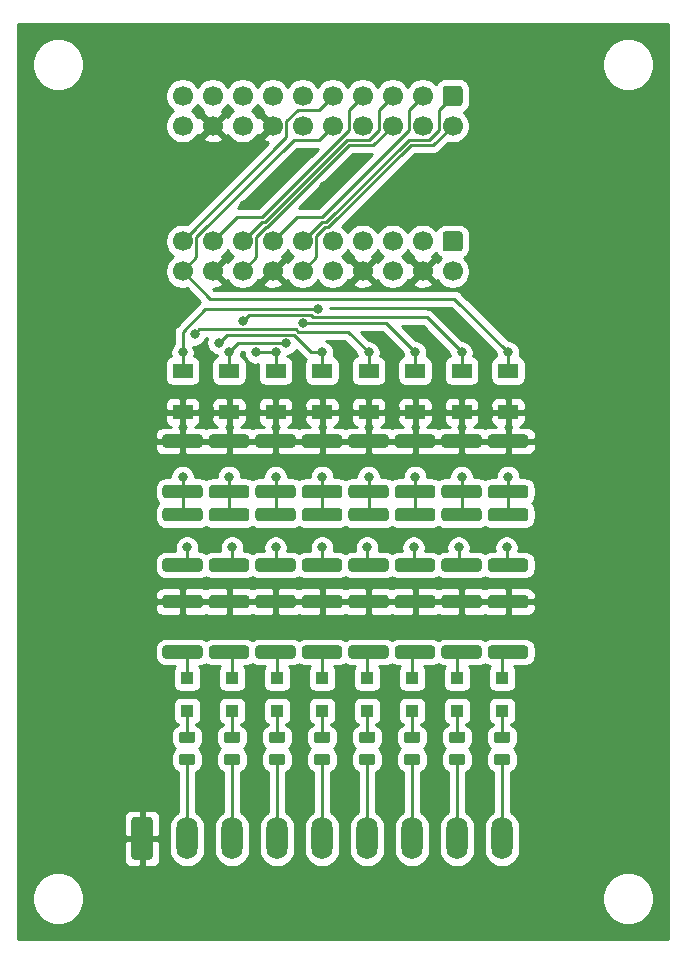
<source format=gbr>
%TF.GenerationSoftware,KiCad,Pcbnew,(5.1.6)-1*%
%TF.CreationDate,2021-03-16T16:30:30+01:00*%
%TF.ProjectId,24v-logic,3234762d-6c6f-4676-9963-2e6b69636164,rev?*%
%TF.SameCoordinates,Original*%
%TF.FileFunction,Copper,L1,Top*%
%TF.FilePolarity,Positive*%
%FSLAX46Y46*%
G04 Gerber Fmt 4.6, Leading zero omitted, Abs format (unit mm)*
G04 Created by KiCad (PCBNEW (5.1.6)-1) date 2021-03-16 16:30:30*
%MOMM*%
%LPD*%
G01*
G04 APERTURE LIST*
%TA.AperFunction,ComponentPad*%
%ADD10C,1.700000*%
%TD*%
%TA.AperFunction,ComponentPad*%
%ADD11O,1.800000X3.600000*%
%TD*%
%TA.AperFunction,SMDPad,CuDef*%
%ADD12R,1.100000X1.100000*%
%TD*%
%TA.AperFunction,SMDPad,CuDef*%
%ADD13R,1.700000X1.300000*%
%TD*%
%TA.AperFunction,ViaPad*%
%ADD14C,0.800000*%
%TD*%
%TA.AperFunction,Conductor*%
%ADD15C,0.250000*%
%TD*%
%TA.AperFunction,Conductor*%
%ADD16C,0.254000*%
%TD*%
G04 APERTURE END LIST*
%TO.P,R24,2*%
%TO.N,Net-(D16-Pad1)*%
%TA.AperFunction,SMDPad,CuDef*%
G36*
G01*
X123136999Y-113208000D02*
X126037001Y-113208000D01*
G75*
G02*
X126287000Y-113457999I0J-249999D01*
G01*
X126287000Y-114083001D01*
G75*
G02*
X126037001Y-114333000I-249999J0D01*
G01*
X123136999Y-114333000D01*
G75*
G02*
X122887000Y-114083001I0J249999D01*
G01*
X122887000Y-113457999D01*
G75*
G02*
X123136999Y-113208000I249999J0D01*
G01*
G37*
%TD.AperFunction*%
%TO.P,R24,1*%
%TO.N,GND*%
%TA.AperFunction,SMDPad,CuDef*%
G36*
G01*
X123136999Y-108933000D02*
X126037001Y-108933000D01*
G75*
G02*
X126287000Y-109182999I0J-249999D01*
G01*
X126287000Y-109808001D01*
G75*
G02*
X126037001Y-110058000I-249999J0D01*
G01*
X123136999Y-110058000D01*
G75*
G02*
X122887000Y-109808001I0J249999D01*
G01*
X122887000Y-109182999D01*
G75*
G02*
X123136999Y-108933000I249999J0D01*
G01*
G37*
%TD.AperFunction*%
%TD*%
%TO.P,R23,2*%
%TO.N,Net-(D15-Pad1)*%
%TA.AperFunction,SMDPad,CuDef*%
G36*
G01*
X119199999Y-113208000D02*
X122100001Y-113208000D01*
G75*
G02*
X122350000Y-113457999I0J-249999D01*
G01*
X122350000Y-114083001D01*
G75*
G02*
X122100001Y-114333000I-249999J0D01*
G01*
X119199999Y-114333000D01*
G75*
G02*
X118950000Y-114083001I0J249999D01*
G01*
X118950000Y-113457999D01*
G75*
G02*
X119199999Y-113208000I249999J0D01*
G01*
G37*
%TD.AperFunction*%
%TO.P,R23,1*%
%TO.N,GND*%
%TA.AperFunction,SMDPad,CuDef*%
G36*
G01*
X119199999Y-108933000D02*
X122100001Y-108933000D01*
G75*
G02*
X122350000Y-109182999I0J-249999D01*
G01*
X122350000Y-109808001D01*
G75*
G02*
X122100001Y-110058000I-249999J0D01*
G01*
X119199999Y-110058000D01*
G75*
G02*
X118950000Y-109808001I0J249999D01*
G01*
X118950000Y-109182999D01*
G75*
G02*
X119199999Y-108933000I249999J0D01*
G01*
G37*
%TD.AperFunction*%
%TD*%
%TO.P,R22,2*%
%TO.N,Net-(D14-Pad1)*%
%TA.AperFunction,SMDPad,CuDef*%
G36*
G01*
X115262999Y-113208000D02*
X118163001Y-113208000D01*
G75*
G02*
X118413000Y-113457999I0J-249999D01*
G01*
X118413000Y-114083001D01*
G75*
G02*
X118163001Y-114333000I-249999J0D01*
G01*
X115262999Y-114333000D01*
G75*
G02*
X115013000Y-114083001I0J249999D01*
G01*
X115013000Y-113457999D01*
G75*
G02*
X115262999Y-113208000I249999J0D01*
G01*
G37*
%TD.AperFunction*%
%TO.P,R22,1*%
%TO.N,GND*%
%TA.AperFunction,SMDPad,CuDef*%
G36*
G01*
X115262999Y-108933000D02*
X118163001Y-108933000D01*
G75*
G02*
X118413000Y-109182999I0J-249999D01*
G01*
X118413000Y-109808001D01*
G75*
G02*
X118163001Y-110058000I-249999J0D01*
G01*
X115262999Y-110058000D01*
G75*
G02*
X115013000Y-109808001I0J249999D01*
G01*
X115013000Y-109182999D01*
G75*
G02*
X115262999Y-108933000I249999J0D01*
G01*
G37*
%TD.AperFunction*%
%TD*%
%TO.P,R21,2*%
%TO.N,Net-(D13-Pad1)*%
%TA.AperFunction,SMDPad,CuDef*%
G36*
G01*
X111325999Y-113208000D02*
X114226001Y-113208000D01*
G75*
G02*
X114476000Y-113457999I0J-249999D01*
G01*
X114476000Y-114083001D01*
G75*
G02*
X114226001Y-114333000I-249999J0D01*
G01*
X111325999Y-114333000D01*
G75*
G02*
X111076000Y-114083001I0J249999D01*
G01*
X111076000Y-113457999D01*
G75*
G02*
X111325999Y-113208000I249999J0D01*
G01*
G37*
%TD.AperFunction*%
%TO.P,R21,1*%
%TO.N,GND*%
%TA.AperFunction,SMDPad,CuDef*%
G36*
G01*
X111325999Y-108933000D02*
X114226001Y-108933000D01*
G75*
G02*
X114476000Y-109182999I0J-249999D01*
G01*
X114476000Y-109808001D01*
G75*
G02*
X114226001Y-110058000I-249999J0D01*
G01*
X111325999Y-110058000D01*
G75*
G02*
X111076000Y-109808001I0J249999D01*
G01*
X111076000Y-109182999D01*
G75*
G02*
X111325999Y-108933000I249999J0D01*
G01*
G37*
%TD.AperFunction*%
%TD*%
%TO.P,R20,2*%
%TO.N,Net-(D12-Pad1)*%
%TA.AperFunction,SMDPad,CuDef*%
G36*
G01*
X107388999Y-113208000D02*
X110289001Y-113208000D01*
G75*
G02*
X110539000Y-113457999I0J-249999D01*
G01*
X110539000Y-114083001D01*
G75*
G02*
X110289001Y-114333000I-249999J0D01*
G01*
X107388999Y-114333000D01*
G75*
G02*
X107139000Y-114083001I0J249999D01*
G01*
X107139000Y-113457999D01*
G75*
G02*
X107388999Y-113208000I249999J0D01*
G01*
G37*
%TD.AperFunction*%
%TO.P,R20,1*%
%TO.N,GND*%
%TA.AperFunction,SMDPad,CuDef*%
G36*
G01*
X107388999Y-108933000D02*
X110289001Y-108933000D01*
G75*
G02*
X110539000Y-109182999I0J-249999D01*
G01*
X110539000Y-109808001D01*
G75*
G02*
X110289001Y-110058000I-249999J0D01*
G01*
X107388999Y-110058000D01*
G75*
G02*
X107139000Y-109808001I0J249999D01*
G01*
X107139000Y-109182999D01*
G75*
G02*
X107388999Y-108933000I249999J0D01*
G01*
G37*
%TD.AperFunction*%
%TD*%
%TO.P,R19,2*%
%TO.N,Net-(D11-Pad1)*%
%TA.AperFunction,SMDPad,CuDef*%
G36*
G01*
X103451999Y-113208000D02*
X106352001Y-113208000D01*
G75*
G02*
X106602000Y-113457999I0J-249999D01*
G01*
X106602000Y-114083001D01*
G75*
G02*
X106352001Y-114333000I-249999J0D01*
G01*
X103451999Y-114333000D01*
G75*
G02*
X103202000Y-114083001I0J249999D01*
G01*
X103202000Y-113457999D01*
G75*
G02*
X103451999Y-113208000I249999J0D01*
G01*
G37*
%TD.AperFunction*%
%TO.P,R19,1*%
%TO.N,GND*%
%TA.AperFunction,SMDPad,CuDef*%
G36*
G01*
X103451999Y-108933000D02*
X106352001Y-108933000D01*
G75*
G02*
X106602000Y-109182999I0J-249999D01*
G01*
X106602000Y-109808001D01*
G75*
G02*
X106352001Y-110058000I-249999J0D01*
G01*
X103451999Y-110058000D01*
G75*
G02*
X103202000Y-109808001I0J249999D01*
G01*
X103202000Y-109182999D01*
G75*
G02*
X103451999Y-108933000I249999J0D01*
G01*
G37*
%TD.AperFunction*%
%TD*%
%TO.P,R18,2*%
%TO.N,Net-(D10-Pad1)*%
%TA.AperFunction,SMDPad,CuDef*%
G36*
G01*
X99514999Y-113208000D02*
X102415001Y-113208000D01*
G75*
G02*
X102665000Y-113457999I0J-249999D01*
G01*
X102665000Y-114083001D01*
G75*
G02*
X102415001Y-114333000I-249999J0D01*
G01*
X99514999Y-114333000D01*
G75*
G02*
X99265000Y-114083001I0J249999D01*
G01*
X99265000Y-113457999D01*
G75*
G02*
X99514999Y-113208000I249999J0D01*
G01*
G37*
%TD.AperFunction*%
%TO.P,R18,1*%
%TO.N,GND*%
%TA.AperFunction,SMDPad,CuDef*%
G36*
G01*
X99514999Y-108933000D02*
X102415001Y-108933000D01*
G75*
G02*
X102665000Y-109182999I0J-249999D01*
G01*
X102665000Y-109808001D01*
G75*
G02*
X102415001Y-110058000I-249999J0D01*
G01*
X99514999Y-110058000D01*
G75*
G02*
X99265000Y-109808001I0J249999D01*
G01*
X99265000Y-109182999D01*
G75*
G02*
X99514999Y-108933000I249999J0D01*
G01*
G37*
%TD.AperFunction*%
%TD*%
%TO.P,R17,2*%
%TO.N,Net-(D9-Pad1)*%
%TA.AperFunction,SMDPad,CuDef*%
G36*
G01*
X95577999Y-113208000D02*
X98478001Y-113208000D01*
G75*
G02*
X98728000Y-113457999I0J-249999D01*
G01*
X98728000Y-114083001D01*
G75*
G02*
X98478001Y-114333000I-249999J0D01*
G01*
X95577999Y-114333000D01*
G75*
G02*
X95328000Y-114083001I0J249999D01*
G01*
X95328000Y-113457999D01*
G75*
G02*
X95577999Y-113208000I249999J0D01*
G01*
G37*
%TD.AperFunction*%
%TO.P,R17,1*%
%TO.N,GND*%
%TA.AperFunction,SMDPad,CuDef*%
G36*
G01*
X95577999Y-108933000D02*
X98478001Y-108933000D01*
G75*
G02*
X98728000Y-109182999I0J-249999D01*
G01*
X98728000Y-109808001D01*
G75*
G02*
X98478001Y-110058000I-249999J0D01*
G01*
X95577999Y-110058000D01*
G75*
G02*
X95328000Y-109808001I0J249999D01*
G01*
X95328000Y-109182999D01*
G75*
G02*
X95577999Y-108933000I249999J0D01*
G01*
G37*
%TD.AperFunction*%
%TD*%
%TO.P,R16,2*%
%TO.N,D7*%
%TA.AperFunction,SMDPad,CuDef*%
G36*
G01*
X123136999Y-99619000D02*
X126037001Y-99619000D01*
G75*
G02*
X126287000Y-99868999I0J-249999D01*
G01*
X126287000Y-100494001D01*
G75*
G02*
X126037001Y-100744000I-249999J0D01*
G01*
X123136999Y-100744000D01*
G75*
G02*
X122887000Y-100494001I0J249999D01*
G01*
X122887000Y-99868999D01*
G75*
G02*
X123136999Y-99619000I249999J0D01*
G01*
G37*
%TD.AperFunction*%
%TO.P,R16,1*%
%TO.N,GND*%
%TA.AperFunction,SMDPad,CuDef*%
G36*
G01*
X123136999Y-95344000D02*
X126037001Y-95344000D01*
G75*
G02*
X126287000Y-95593999I0J-249999D01*
G01*
X126287000Y-96219001D01*
G75*
G02*
X126037001Y-96469000I-249999J0D01*
G01*
X123136999Y-96469000D01*
G75*
G02*
X122887000Y-96219001I0J249999D01*
G01*
X122887000Y-95593999D01*
G75*
G02*
X123136999Y-95344000I249999J0D01*
G01*
G37*
%TD.AperFunction*%
%TD*%
%TO.P,R15,2*%
%TO.N,I24-7*%
%TA.AperFunction,SMDPad,CuDef*%
G36*
G01*
X123136999Y-105842000D02*
X126037001Y-105842000D01*
G75*
G02*
X126287000Y-106091999I0J-249999D01*
G01*
X126287000Y-106717001D01*
G75*
G02*
X126037001Y-106967000I-249999J0D01*
G01*
X123136999Y-106967000D01*
G75*
G02*
X122887000Y-106717001I0J249999D01*
G01*
X122887000Y-106091999D01*
G75*
G02*
X123136999Y-105842000I249999J0D01*
G01*
G37*
%TD.AperFunction*%
%TO.P,R15,1*%
%TO.N,D7*%
%TA.AperFunction,SMDPad,CuDef*%
G36*
G01*
X123136999Y-101567000D02*
X126037001Y-101567000D01*
G75*
G02*
X126287000Y-101816999I0J-249999D01*
G01*
X126287000Y-102442001D01*
G75*
G02*
X126037001Y-102692000I-249999J0D01*
G01*
X123136999Y-102692000D01*
G75*
G02*
X122887000Y-102442001I0J249999D01*
G01*
X122887000Y-101816999D01*
G75*
G02*
X123136999Y-101567000I249999J0D01*
G01*
G37*
%TD.AperFunction*%
%TD*%
%TO.P,R14,2*%
%TO.N,D3*%
%TA.AperFunction,SMDPad,CuDef*%
G36*
G01*
X107388999Y-99619000D02*
X110289001Y-99619000D01*
G75*
G02*
X110539000Y-99868999I0J-249999D01*
G01*
X110539000Y-100494001D01*
G75*
G02*
X110289001Y-100744000I-249999J0D01*
G01*
X107388999Y-100744000D01*
G75*
G02*
X107139000Y-100494001I0J249999D01*
G01*
X107139000Y-99868999D01*
G75*
G02*
X107388999Y-99619000I249999J0D01*
G01*
G37*
%TD.AperFunction*%
%TO.P,R14,1*%
%TO.N,GND*%
%TA.AperFunction,SMDPad,CuDef*%
G36*
G01*
X107388999Y-95344000D02*
X110289001Y-95344000D01*
G75*
G02*
X110539000Y-95593999I0J-249999D01*
G01*
X110539000Y-96219001D01*
G75*
G02*
X110289001Y-96469000I-249999J0D01*
G01*
X107388999Y-96469000D01*
G75*
G02*
X107139000Y-96219001I0J249999D01*
G01*
X107139000Y-95593999D01*
G75*
G02*
X107388999Y-95344000I249999J0D01*
G01*
G37*
%TD.AperFunction*%
%TD*%
%TO.P,R13,2*%
%TO.N,I24-3*%
%TA.AperFunction,SMDPad,CuDef*%
G36*
G01*
X107388999Y-105842000D02*
X110289001Y-105842000D01*
G75*
G02*
X110539000Y-106091999I0J-249999D01*
G01*
X110539000Y-106717001D01*
G75*
G02*
X110289001Y-106967000I-249999J0D01*
G01*
X107388999Y-106967000D01*
G75*
G02*
X107139000Y-106717001I0J249999D01*
G01*
X107139000Y-106091999D01*
G75*
G02*
X107388999Y-105842000I249999J0D01*
G01*
G37*
%TD.AperFunction*%
%TO.P,R13,1*%
%TO.N,D3*%
%TA.AperFunction,SMDPad,CuDef*%
G36*
G01*
X107388999Y-101567000D02*
X110289001Y-101567000D01*
G75*
G02*
X110539000Y-101816999I0J-249999D01*
G01*
X110539000Y-102442001D01*
G75*
G02*
X110289001Y-102692000I-249999J0D01*
G01*
X107388999Y-102692000D01*
G75*
G02*
X107139000Y-102442001I0J249999D01*
G01*
X107139000Y-101816999D01*
G75*
G02*
X107388999Y-101567000I249999J0D01*
G01*
G37*
%TD.AperFunction*%
%TD*%
%TO.P,R12,2*%
%TO.N,D6*%
%TA.AperFunction,SMDPad,CuDef*%
G36*
G01*
X119199999Y-99619000D02*
X122100001Y-99619000D01*
G75*
G02*
X122350000Y-99868999I0J-249999D01*
G01*
X122350000Y-100494001D01*
G75*
G02*
X122100001Y-100744000I-249999J0D01*
G01*
X119199999Y-100744000D01*
G75*
G02*
X118950000Y-100494001I0J249999D01*
G01*
X118950000Y-99868999D01*
G75*
G02*
X119199999Y-99619000I249999J0D01*
G01*
G37*
%TD.AperFunction*%
%TO.P,R12,1*%
%TO.N,GND*%
%TA.AperFunction,SMDPad,CuDef*%
G36*
G01*
X119199999Y-95344000D02*
X122100001Y-95344000D01*
G75*
G02*
X122350000Y-95593999I0J-249999D01*
G01*
X122350000Y-96219001D01*
G75*
G02*
X122100001Y-96469000I-249999J0D01*
G01*
X119199999Y-96469000D01*
G75*
G02*
X118950000Y-96219001I0J249999D01*
G01*
X118950000Y-95593999D01*
G75*
G02*
X119199999Y-95344000I249999J0D01*
G01*
G37*
%TD.AperFunction*%
%TD*%
%TO.P,R11,2*%
%TO.N,I24-6*%
%TA.AperFunction,SMDPad,CuDef*%
G36*
G01*
X119199999Y-105842000D02*
X122100001Y-105842000D01*
G75*
G02*
X122350000Y-106091999I0J-249999D01*
G01*
X122350000Y-106717001D01*
G75*
G02*
X122100001Y-106967000I-249999J0D01*
G01*
X119199999Y-106967000D01*
G75*
G02*
X118950000Y-106717001I0J249999D01*
G01*
X118950000Y-106091999D01*
G75*
G02*
X119199999Y-105842000I249999J0D01*
G01*
G37*
%TD.AperFunction*%
%TO.P,R11,1*%
%TO.N,D6*%
%TA.AperFunction,SMDPad,CuDef*%
G36*
G01*
X119199999Y-101567000D02*
X122100001Y-101567000D01*
G75*
G02*
X122350000Y-101816999I0J-249999D01*
G01*
X122350000Y-102442001D01*
G75*
G02*
X122100001Y-102692000I-249999J0D01*
G01*
X119199999Y-102692000D01*
G75*
G02*
X118950000Y-102442001I0J249999D01*
G01*
X118950000Y-101816999D01*
G75*
G02*
X119199999Y-101567000I249999J0D01*
G01*
G37*
%TD.AperFunction*%
%TD*%
%TO.P,R10,2*%
%TO.N,D2*%
%TA.AperFunction,SMDPad,CuDef*%
G36*
G01*
X103451999Y-99619000D02*
X106352001Y-99619000D01*
G75*
G02*
X106602000Y-99868999I0J-249999D01*
G01*
X106602000Y-100494001D01*
G75*
G02*
X106352001Y-100744000I-249999J0D01*
G01*
X103451999Y-100744000D01*
G75*
G02*
X103202000Y-100494001I0J249999D01*
G01*
X103202000Y-99868999D01*
G75*
G02*
X103451999Y-99619000I249999J0D01*
G01*
G37*
%TD.AperFunction*%
%TO.P,R10,1*%
%TO.N,GND*%
%TA.AperFunction,SMDPad,CuDef*%
G36*
G01*
X103451999Y-95344000D02*
X106352001Y-95344000D01*
G75*
G02*
X106602000Y-95593999I0J-249999D01*
G01*
X106602000Y-96219001D01*
G75*
G02*
X106352001Y-96469000I-249999J0D01*
G01*
X103451999Y-96469000D01*
G75*
G02*
X103202000Y-96219001I0J249999D01*
G01*
X103202000Y-95593999D01*
G75*
G02*
X103451999Y-95344000I249999J0D01*
G01*
G37*
%TD.AperFunction*%
%TD*%
%TO.P,R9,2*%
%TO.N,I24-2*%
%TA.AperFunction,SMDPad,CuDef*%
G36*
G01*
X103451999Y-105842000D02*
X106352001Y-105842000D01*
G75*
G02*
X106602000Y-106091999I0J-249999D01*
G01*
X106602000Y-106717001D01*
G75*
G02*
X106352001Y-106967000I-249999J0D01*
G01*
X103451999Y-106967000D01*
G75*
G02*
X103202000Y-106717001I0J249999D01*
G01*
X103202000Y-106091999D01*
G75*
G02*
X103451999Y-105842000I249999J0D01*
G01*
G37*
%TD.AperFunction*%
%TO.P,R9,1*%
%TO.N,D2*%
%TA.AperFunction,SMDPad,CuDef*%
G36*
G01*
X103451999Y-101567000D02*
X106352001Y-101567000D01*
G75*
G02*
X106602000Y-101816999I0J-249999D01*
G01*
X106602000Y-102442001D01*
G75*
G02*
X106352001Y-102692000I-249999J0D01*
G01*
X103451999Y-102692000D01*
G75*
G02*
X103202000Y-102442001I0J249999D01*
G01*
X103202000Y-101816999D01*
G75*
G02*
X103451999Y-101567000I249999J0D01*
G01*
G37*
%TD.AperFunction*%
%TD*%
%TO.P,R8,2*%
%TO.N,D5*%
%TA.AperFunction,SMDPad,CuDef*%
G36*
G01*
X115262999Y-99619000D02*
X118163001Y-99619000D01*
G75*
G02*
X118413000Y-99868999I0J-249999D01*
G01*
X118413000Y-100494001D01*
G75*
G02*
X118163001Y-100744000I-249999J0D01*
G01*
X115262999Y-100744000D01*
G75*
G02*
X115013000Y-100494001I0J249999D01*
G01*
X115013000Y-99868999D01*
G75*
G02*
X115262999Y-99619000I249999J0D01*
G01*
G37*
%TD.AperFunction*%
%TO.P,R8,1*%
%TO.N,GND*%
%TA.AperFunction,SMDPad,CuDef*%
G36*
G01*
X115262999Y-95344000D02*
X118163001Y-95344000D01*
G75*
G02*
X118413000Y-95593999I0J-249999D01*
G01*
X118413000Y-96219001D01*
G75*
G02*
X118163001Y-96469000I-249999J0D01*
G01*
X115262999Y-96469000D01*
G75*
G02*
X115013000Y-96219001I0J249999D01*
G01*
X115013000Y-95593999D01*
G75*
G02*
X115262999Y-95344000I249999J0D01*
G01*
G37*
%TD.AperFunction*%
%TD*%
%TO.P,R7,2*%
%TO.N,I24-5*%
%TA.AperFunction,SMDPad,CuDef*%
G36*
G01*
X115262999Y-105842000D02*
X118163001Y-105842000D01*
G75*
G02*
X118413000Y-106091999I0J-249999D01*
G01*
X118413000Y-106717001D01*
G75*
G02*
X118163001Y-106967000I-249999J0D01*
G01*
X115262999Y-106967000D01*
G75*
G02*
X115013000Y-106717001I0J249999D01*
G01*
X115013000Y-106091999D01*
G75*
G02*
X115262999Y-105842000I249999J0D01*
G01*
G37*
%TD.AperFunction*%
%TO.P,R7,1*%
%TO.N,D5*%
%TA.AperFunction,SMDPad,CuDef*%
G36*
G01*
X115262999Y-101567000D02*
X118163001Y-101567000D01*
G75*
G02*
X118413000Y-101816999I0J-249999D01*
G01*
X118413000Y-102442001D01*
G75*
G02*
X118163001Y-102692000I-249999J0D01*
G01*
X115262999Y-102692000D01*
G75*
G02*
X115013000Y-102442001I0J249999D01*
G01*
X115013000Y-101816999D01*
G75*
G02*
X115262999Y-101567000I249999J0D01*
G01*
G37*
%TD.AperFunction*%
%TD*%
%TO.P,R6,2*%
%TO.N,D1*%
%TA.AperFunction,SMDPad,CuDef*%
G36*
G01*
X99514999Y-99619000D02*
X102415001Y-99619000D01*
G75*
G02*
X102665000Y-99868999I0J-249999D01*
G01*
X102665000Y-100494001D01*
G75*
G02*
X102415001Y-100744000I-249999J0D01*
G01*
X99514999Y-100744000D01*
G75*
G02*
X99265000Y-100494001I0J249999D01*
G01*
X99265000Y-99868999D01*
G75*
G02*
X99514999Y-99619000I249999J0D01*
G01*
G37*
%TD.AperFunction*%
%TO.P,R6,1*%
%TO.N,GND*%
%TA.AperFunction,SMDPad,CuDef*%
G36*
G01*
X99514999Y-95344000D02*
X102415001Y-95344000D01*
G75*
G02*
X102665000Y-95593999I0J-249999D01*
G01*
X102665000Y-96219001D01*
G75*
G02*
X102415001Y-96469000I-249999J0D01*
G01*
X99514999Y-96469000D01*
G75*
G02*
X99265000Y-96219001I0J249999D01*
G01*
X99265000Y-95593999D01*
G75*
G02*
X99514999Y-95344000I249999J0D01*
G01*
G37*
%TD.AperFunction*%
%TD*%
%TO.P,R5,2*%
%TO.N,I24-1*%
%TA.AperFunction,SMDPad,CuDef*%
G36*
G01*
X99514999Y-105842000D02*
X102415001Y-105842000D01*
G75*
G02*
X102665000Y-106091999I0J-249999D01*
G01*
X102665000Y-106717001D01*
G75*
G02*
X102415001Y-106967000I-249999J0D01*
G01*
X99514999Y-106967000D01*
G75*
G02*
X99265000Y-106717001I0J249999D01*
G01*
X99265000Y-106091999D01*
G75*
G02*
X99514999Y-105842000I249999J0D01*
G01*
G37*
%TD.AperFunction*%
%TO.P,R5,1*%
%TO.N,D1*%
%TA.AperFunction,SMDPad,CuDef*%
G36*
G01*
X99514999Y-101567000D02*
X102415001Y-101567000D01*
G75*
G02*
X102665000Y-101816999I0J-249999D01*
G01*
X102665000Y-102442001D01*
G75*
G02*
X102415001Y-102692000I-249999J0D01*
G01*
X99514999Y-102692000D01*
G75*
G02*
X99265000Y-102442001I0J249999D01*
G01*
X99265000Y-101816999D01*
G75*
G02*
X99514999Y-101567000I249999J0D01*
G01*
G37*
%TD.AperFunction*%
%TD*%
%TO.P,R4,2*%
%TO.N,D4*%
%TA.AperFunction,SMDPad,CuDef*%
G36*
G01*
X111325999Y-99619000D02*
X114226001Y-99619000D01*
G75*
G02*
X114476000Y-99868999I0J-249999D01*
G01*
X114476000Y-100494001D01*
G75*
G02*
X114226001Y-100744000I-249999J0D01*
G01*
X111325999Y-100744000D01*
G75*
G02*
X111076000Y-100494001I0J249999D01*
G01*
X111076000Y-99868999D01*
G75*
G02*
X111325999Y-99619000I249999J0D01*
G01*
G37*
%TD.AperFunction*%
%TO.P,R4,1*%
%TO.N,GND*%
%TA.AperFunction,SMDPad,CuDef*%
G36*
G01*
X111325999Y-95344000D02*
X114226001Y-95344000D01*
G75*
G02*
X114476000Y-95593999I0J-249999D01*
G01*
X114476000Y-96219001D01*
G75*
G02*
X114226001Y-96469000I-249999J0D01*
G01*
X111325999Y-96469000D01*
G75*
G02*
X111076000Y-96219001I0J249999D01*
G01*
X111076000Y-95593999D01*
G75*
G02*
X111325999Y-95344000I249999J0D01*
G01*
G37*
%TD.AperFunction*%
%TD*%
%TO.P,R3,2*%
%TO.N,I24-4*%
%TA.AperFunction,SMDPad,CuDef*%
G36*
G01*
X111325999Y-105842000D02*
X114226001Y-105842000D01*
G75*
G02*
X114476000Y-106091999I0J-249999D01*
G01*
X114476000Y-106717001D01*
G75*
G02*
X114226001Y-106967000I-249999J0D01*
G01*
X111325999Y-106967000D01*
G75*
G02*
X111076000Y-106717001I0J249999D01*
G01*
X111076000Y-106091999D01*
G75*
G02*
X111325999Y-105842000I249999J0D01*
G01*
G37*
%TD.AperFunction*%
%TO.P,R3,1*%
%TO.N,D4*%
%TA.AperFunction,SMDPad,CuDef*%
G36*
G01*
X111325999Y-101567000D02*
X114226001Y-101567000D01*
G75*
G02*
X114476000Y-101816999I0J-249999D01*
G01*
X114476000Y-102442001D01*
G75*
G02*
X114226001Y-102692000I-249999J0D01*
G01*
X111325999Y-102692000D01*
G75*
G02*
X111076000Y-102442001I0J249999D01*
G01*
X111076000Y-101816999D01*
G75*
G02*
X111325999Y-101567000I249999J0D01*
G01*
G37*
%TD.AperFunction*%
%TD*%
%TO.P,R2,2*%
%TO.N,D0*%
%TA.AperFunction,SMDPad,CuDef*%
G36*
G01*
X95577999Y-99619000D02*
X98478001Y-99619000D01*
G75*
G02*
X98728000Y-99868999I0J-249999D01*
G01*
X98728000Y-100494001D01*
G75*
G02*
X98478001Y-100744000I-249999J0D01*
G01*
X95577999Y-100744000D01*
G75*
G02*
X95328000Y-100494001I0J249999D01*
G01*
X95328000Y-99868999D01*
G75*
G02*
X95577999Y-99619000I249999J0D01*
G01*
G37*
%TD.AperFunction*%
%TO.P,R2,1*%
%TO.N,GND*%
%TA.AperFunction,SMDPad,CuDef*%
G36*
G01*
X95577999Y-95344000D02*
X98478001Y-95344000D01*
G75*
G02*
X98728000Y-95593999I0J-249999D01*
G01*
X98728000Y-96219001D01*
G75*
G02*
X98478001Y-96469000I-249999J0D01*
G01*
X95577999Y-96469000D01*
G75*
G02*
X95328000Y-96219001I0J249999D01*
G01*
X95328000Y-95593999D01*
G75*
G02*
X95577999Y-95344000I249999J0D01*
G01*
G37*
%TD.AperFunction*%
%TD*%
%TO.P,R1,2*%
%TO.N,I24-0*%
%TA.AperFunction,SMDPad,CuDef*%
G36*
G01*
X95577999Y-105842000D02*
X98478001Y-105842000D01*
G75*
G02*
X98728000Y-106091999I0J-249999D01*
G01*
X98728000Y-106717001D01*
G75*
G02*
X98478001Y-106967000I-249999J0D01*
G01*
X95577999Y-106967000D01*
G75*
G02*
X95328000Y-106717001I0J249999D01*
G01*
X95328000Y-106091999D01*
G75*
G02*
X95577999Y-105842000I249999J0D01*
G01*
G37*
%TD.AperFunction*%
%TO.P,R1,1*%
%TO.N,D0*%
%TA.AperFunction,SMDPad,CuDef*%
G36*
G01*
X95577999Y-101567000D02*
X98478001Y-101567000D01*
G75*
G02*
X98728000Y-101816999I0J-249999D01*
G01*
X98728000Y-102442001D01*
G75*
G02*
X98478001Y-102692000I-249999J0D01*
G01*
X95577999Y-102692000D01*
G75*
G02*
X95328000Y-102442001I0J249999D01*
G01*
X95328000Y-101816999D01*
G75*
G02*
X95577999Y-101567000I249999J0D01*
G01*
G37*
%TD.AperFunction*%
%TD*%
D10*
%TO.P,J3,20*%
%TO.N,D7*%
X97028000Y-81534000D03*
%TO.P,J3,18*%
%TO.N,GND*%
X99568000Y-81534000D03*
%TO.P,J3,16*%
%TO.N,D6*%
X102108000Y-81534000D03*
%TO.P,J3,14*%
%TO.N,GND*%
X104648000Y-81534000D03*
%TO.P,J3,12*%
%TO.N,D5*%
X107188000Y-81534000D03*
%TO.P,J3,10*%
%TO.N,D15*%
X109728000Y-81534000D03*
%TO.P,J3,8*%
%TO.N,GND*%
X112268000Y-81534000D03*
%TO.P,J3,6*%
%TO.N,D14*%
X114808000Y-81534000D03*
%TO.P,J3,4*%
%TO.N,GND*%
X117348000Y-81534000D03*
%TO.P,J3,2*%
%TO.N,D13*%
X119888000Y-81534000D03*
%TO.P,J3,19*%
%TO.N,D4*%
X97028000Y-78994000D03*
%TO.P,J3,17*%
%TO.N,D3*%
X99568000Y-78994000D03*
%TO.P,J3,15*%
%TO.N,D2*%
X102108000Y-78994000D03*
%TO.P,J3,13*%
%TO.N,D1*%
X104648000Y-78994000D03*
%TO.P,J3,11*%
%TO.N,D0*%
X107188000Y-78994000D03*
%TO.P,J3,9*%
%TO.N,D12*%
X109728000Y-78994000D03*
%TO.P,J3,7*%
%TO.N,D11*%
X112268000Y-78994000D03*
%TO.P,J3,5*%
%TO.N,D10*%
X114808000Y-78994000D03*
%TO.P,J3,3*%
%TO.N,D9*%
X117348000Y-78994000D03*
%TO.P,J3,1*%
%TO.N,D8*%
%TA.AperFunction,ComponentPad*%
G36*
G01*
X119288000Y-78144000D02*
X120488000Y-78144000D01*
G75*
G02*
X120738000Y-78394000I0J-250000D01*
G01*
X120738000Y-79594000D01*
G75*
G02*
X120488000Y-79844000I-250000J0D01*
G01*
X119288000Y-79844000D01*
G75*
G02*
X119038000Y-79594000I0J250000D01*
G01*
X119038000Y-78394000D01*
G75*
G02*
X119288000Y-78144000I250000J0D01*
G01*
G37*
%TD.AperFunction*%
%TD*%
D11*
%TO.P,J2,9*%
%TO.N,I24-7*%
X124079000Y-129540000D03*
%TO.P,J2,8*%
%TO.N,I24-6*%
X120269000Y-129540000D03*
%TO.P,J2,7*%
%TO.N,I24-5*%
X116459000Y-129540000D03*
%TO.P,J2,6*%
%TO.N,I24-4*%
X112649000Y-129540000D03*
%TO.P,J2,5*%
%TO.N,I24-3*%
X108839000Y-129540000D03*
%TO.P,J2,4*%
%TO.N,I24-2*%
X105029000Y-129540000D03*
%TO.P,J2,3*%
%TO.N,I24-1*%
X101219000Y-129540000D03*
%TO.P,J2,2*%
%TO.N,I24-0*%
X97409000Y-129540000D03*
%TO.P,J2,1*%
%TO.N,GND*%
%TA.AperFunction,ComponentPad*%
G36*
G01*
X92699000Y-131090000D02*
X92699000Y-127990000D01*
G75*
G02*
X92949000Y-127740000I250000J0D01*
G01*
X94249000Y-127740000D01*
G75*
G02*
X94499000Y-127990000I0J-250000D01*
G01*
X94499000Y-131090000D01*
G75*
G02*
X94249000Y-131340000I-250000J0D01*
G01*
X92949000Y-131340000D01*
G75*
G02*
X92699000Y-131090000I0J250000D01*
G01*
G37*
%TD.AperFunction*%
%TD*%
%TO.P,D24,2*%
%TO.N,I24-7*%
%TA.AperFunction,SMDPad,CuDef*%
G36*
G01*
X123622750Y-122370000D02*
X124535250Y-122370000D01*
G75*
G02*
X124779000Y-122613750I0J-243750D01*
G01*
X124779000Y-123101250D01*
G75*
G02*
X124535250Y-123345000I-243750J0D01*
G01*
X123622750Y-123345000D01*
G75*
G02*
X123379000Y-123101250I0J243750D01*
G01*
X123379000Y-122613750D01*
G75*
G02*
X123622750Y-122370000I243750J0D01*
G01*
G37*
%TD.AperFunction*%
%TO.P,D24,1*%
%TO.N,Net-(D16-Pad2)*%
%TA.AperFunction,SMDPad,CuDef*%
G36*
G01*
X123622750Y-120495000D02*
X124535250Y-120495000D01*
G75*
G02*
X124779000Y-120738750I0J-243750D01*
G01*
X124779000Y-121226250D01*
G75*
G02*
X124535250Y-121470000I-243750J0D01*
G01*
X123622750Y-121470000D01*
G75*
G02*
X123379000Y-121226250I0J243750D01*
G01*
X123379000Y-120738750D01*
G75*
G02*
X123622750Y-120495000I243750J0D01*
G01*
G37*
%TD.AperFunction*%
%TD*%
%TO.P,D23,2*%
%TO.N,I24-6*%
%TA.AperFunction,SMDPad,CuDef*%
G36*
G01*
X119812750Y-122370000D02*
X120725250Y-122370000D01*
G75*
G02*
X120969000Y-122613750I0J-243750D01*
G01*
X120969000Y-123101250D01*
G75*
G02*
X120725250Y-123345000I-243750J0D01*
G01*
X119812750Y-123345000D01*
G75*
G02*
X119569000Y-123101250I0J243750D01*
G01*
X119569000Y-122613750D01*
G75*
G02*
X119812750Y-122370000I243750J0D01*
G01*
G37*
%TD.AperFunction*%
%TO.P,D23,1*%
%TO.N,Net-(D15-Pad2)*%
%TA.AperFunction,SMDPad,CuDef*%
G36*
G01*
X119812750Y-120495000D02*
X120725250Y-120495000D01*
G75*
G02*
X120969000Y-120738750I0J-243750D01*
G01*
X120969000Y-121226250D01*
G75*
G02*
X120725250Y-121470000I-243750J0D01*
G01*
X119812750Y-121470000D01*
G75*
G02*
X119569000Y-121226250I0J243750D01*
G01*
X119569000Y-120738750D01*
G75*
G02*
X119812750Y-120495000I243750J0D01*
G01*
G37*
%TD.AperFunction*%
%TD*%
%TO.P,D22,2*%
%TO.N,I24-5*%
%TA.AperFunction,SMDPad,CuDef*%
G36*
G01*
X116002750Y-122370000D02*
X116915250Y-122370000D01*
G75*
G02*
X117159000Y-122613750I0J-243750D01*
G01*
X117159000Y-123101250D01*
G75*
G02*
X116915250Y-123345000I-243750J0D01*
G01*
X116002750Y-123345000D01*
G75*
G02*
X115759000Y-123101250I0J243750D01*
G01*
X115759000Y-122613750D01*
G75*
G02*
X116002750Y-122370000I243750J0D01*
G01*
G37*
%TD.AperFunction*%
%TO.P,D22,1*%
%TO.N,Net-(D14-Pad2)*%
%TA.AperFunction,SMDPad,CuDef*%
G36*
G01*
X116002750Y-120495000D02*
X116915250Y-120495000D01*
G75*
G02*
X117159000Y-120738750I0J-243750D01*
G01*
X117159000Y-121226250D01*
G75*
G02*
X116915250Y-121470000I-243750J0D01*
G01*
X116002750Y-121470000D01*
G75*
G02*
X115759000Y-121226250I0J243750D01*
G01*
X115759000Y-120738750D01*
G75*
G02*
X116002750Y-120495000I243750J0D01*
G01*
G37*
%TD.AperFunction*%
%TD*%
%TO.P,D21,2*%
%TO.N,I24-4*%
%TA.AperFunction,SMDPad,CuDef*%
G36*
G01*
X112192750Y-122370000D02*
X113105250Y-122370000D01*
G75*
G02*
X113349000Y-122613750I0J-243750D01*
G01*
X113349000Y-123101250D01*
G75*
G02*
X113105250Y-123345000I-243750J0D01*
G01*
X112192750Y-123345000D01*
G75*
G02*
X111949000Y-123101250I0J243750D01*
G01*
X111949000Y-122613750D01*
G75*
G02*
X112192750Y-122370000I243750J0D01*
G01*
G37*
%TD.AperFunction*%
%TO.P,D21,1*%
%TO.N,Net-(D13-Pad2)*%
%TA.AperFunction,SMDPad,CuDef*%
G36*
G01*
X112192750Y-120495000D02*
X113105250Y-120495000D01*
G75*
G02*
X113349000Y-120738750I0J-243750D01*
G01*
X113349000Y-121226250D01*
G75*
G02*
X113105250Y-121470000I-243750J0D01*
G01*
X112192750Y-121470000D01*
G75*
G02*
X111949000Y-121226250I0J243750D01*
G01*
X111949000Y-120738750D01*
G75*
G02*
X112192750Y-120495000I243750J0D01*
G01*
G37*
%TD.AperFunction*%
%TD*%
%TO.P,D20,2*%
%TO.N,I24-3*%
%TA.AperFunction,SMDPad,CuDef*%
G36*
G01*
X108382750Y-122370000D02*
X109295250Y-122370000D01*
G75*
G02*
X109539000Y-122613750I0J-243750D01*
G01*
X109539000Y-123101250D01*
G75*
G02*
X109295250Y-123345000I-243750J0D01*
G01*
X108382750Y-123345000D01*
G75*
G02*
X108139000Y-123101250I0J243750D01*
G01*
X108139000Y-122613750D01*
G75*
G02*
X108382750Y-122370000I243750J0D01*
G01*
G37*
%TD.AperFunction*%
%TO.P,D20,1*%
%TO.N,Net-(D12-Pad2)*%
%TA.AperFunction,SMDPad,CuDef*%
G36*
G01*
X108382750Y-120495000D02*
X109295250Y-120495000D01*
G75*
G02*
X109539000Y-120738750I0J-243750D01*
G01*
X109539000Y-121226250D01*
G75*
G02*
X109295250Y-121470000I-243750J0D01*
G01*
X108382750Y-121470000D01*
G75*
G02*
X108139000Y-121226250I0J243750D01*
G01*
X108139000Y-120738750D01*
G75*
G02*
X108382750Y-120495000I243750J0D01*
G01*
G37*
%TD.AperFunction*%
%TD*%
%TO.P,D19,2*%
%TO.N,I24-2*%
%TA.AperFunction,SMDPad,CuDef*%
G36*
G01*
X104572750Y-122370000D02*
X105485250Y-122370000D01*
G75*
G02*
X105729000Y-122613750I0J-243750D01*
G01*
X105729000Y-123101250D01*
G75*
G02*
X105485250Y-123345000I-243750J0D01*
G01*
X104572750Y-123345000D01*
G75*
G02*
X104329000Y-123101250I0J243750D01*
G01*
X104329000Y-122613750D01*
G75*
G02*
X104572750Y-122370000I243750J0D01*
G01*
G37*
%TD.AperFunction*%
%TO.P,D19,1*%
%TO.N,Net-(D11-Pad2)*%
%TA.AperFunction,SMDPad,CuDef*%
G36*
G01*
X104572750Y-120495000D02*
X105485250Y-120495000D01*
G75*
G02*
X105729000Y-120738750I0J-243750D01*
G01*
X105729000Y-121226250D01*
G75*
G02*
X105485250Y-121470000I-243750J0D01*
G01*
X104572750Y-121470000D01*
G75*
G02*
X104329000Y-121226250I0J243750D01*
G01*
X104329000Y-120738750D01*
G75*
G02*
X104572750Y-120495000I243750J0D01*
G01*
G37*
%TD.AperFunction*%
%TD*%
%TO.P,D18,2*%
%TO.N,I24-1*%
%TA.AperFunction,SMDPad,CuDef*%
G36*
G01*
X100762750Y-122370000D02*
X101675250Y-122370000D01*
G75*
G02*
X101919000Y-122613750I0J-243750D01*
G01*
X101919000Y-123101250D01*
G75*
G02*
X101675250Y-123345000I-243750J0D01*
G01*
X100762750Y-123345000D01*
G75*
G02*
X100519000Y-123101250I0J243750D01*
G01*
X100519000Y-122613750D01*
G75*
G02*
X100762750Y-122370000I243750J0D01*
G01*
G37*
%TD.AperFunction*%
%TO.P,D18,1*%
%TO.N,Net-(D10-Pad2)*%
%TA.AperFunction,SMDPad,CuDef*%
G36*
G01*
X100762750Y-120495000D02*
X101675250Y-120495000D01*
G75*
G02*
X101919000Y-120738750I0J-243750D01*
G01*
X101919000Y-121226250D01*
G75*
G02*
X101675250Y-121470000I-243750J0D01*
G01*
X100762750Y-121470000D01*
G75*
G02*
X100519000Y-121226250I0J243750D01*
G01*
X100519000Y-120738750D01*
G75*
G02*
X100762750Y-120495000I243750J0D01*
G01*
G37*
%TD.AperFunction*%
%TD*%
%TO.P,D17,2*%
%TO.N,I24-0*%
%TA.AperFunction,SMDPad,CuDef*%
G36*
G01*
X96952750Y-122370000D02*
X97865250Y-122370000D01*
G75*
G02*
X98109000Y-122613750I0J-243750D01*
G01*
X98109000Y-123101250D01*
G75*
G02*
X97865250Y-123345000I-243750J0D01*
G01*
X96952750Y-123345000D01*
G75*
G02*
X96709000Y-123101250I0J243750D01*
G01*
X96709000Y-122613750D01*
G75*
G02*
X96952750Y-122370000I243750J0D01*
G01*
G37*
%TD.AperFunction*%
%TO.P,D17,1*%
%TO.N,Net-(D17-Pad1)*%
%TA.AperFunction,SMDPad,CuDef*%
G36*
G01*
X96952750Y-120495000D02*
X97865250Y-120495000D01*
G75*
G02*
X98109000Y-120738750I0J-243750D01*
G01*
X98109000Y-121226250D01*
G75*
G02*
X97865250Y-121470000I-243750J0D01*
G01*
X96952750Y-121470000D01*
G75*
G02*
X96709000Y-121226250I0J243750D01*
G01*
X96709000Y-120738750D01*
G75*
G02*
X96952750Y-120495000I243750J0D01*
G01*
G37*
%TD.AperFunction*%
%TD*%
D12*
%TO.P,D16,2*%
%TO.N,Net-(D16-Pad2)*%
X124079000Y-118748000D03*
%TO.P,D16,1*%
%TO.N,Net-(D16-Pad1)*%
X124079000Y-115948000D03*
%TD*%
%TO.P,D15,2*%
%TO.N,Net-(D15-Pad2)*%
X120269000Y-118748000D03*
%TO.P,D15,1*%
%TO.N,Net-(D15-Pad1)*%
X120269000Y-115948000D03*
%TD*%
%TO.P,D14,2*%
%TO.N,Net-(D14-Pad2)*%
X116459000Y-118748000D03*
%TO.P,D14,1*%
%TO.N,Net-(D14-Pad1)*%
X116459000Y-115948000D03*
%TD*%
%TO.P,D13,2*%
%TO.N,Net-(D13-Pad2)*%
X112649000Y-118748000D03*
%TO.P,D13,1*%
%TO.N,Net-(D13-Pad1)*%
X112649000Y-115948000D03*
%TD*%
%TO.P,D12,2*%
%TO.N,Net-(D12-Pad2)*%
X108839000Y-118748000D03*
%TO.P,D12,1*%
%TO.N,Net-(D12-Pad1)*%
X108839000Y-115948000D03*
%TD*%
%TO.P,D11,2*%
%TO.N,Net-(D11-Pad2)*%
X105029000Y-118748000D03*
%TO.P,D11,1*%
%TO.N,Net-(D11-Pad1)*%
X105029000Y-115948000D03*
%TD*%
%TO.P,D10,2*%
%TO.N,Net-(D10-Pad2)*%
X101219000Y-118748000D03*
%TO.P,D10,1*%
%TO.N,Net-(D10-Pad1)*%
X101219000Y-115948000D03*
%TD*%
%TO.P,D9,2*%
%TO.N,Net-(D17-Pad1)*%
X97409000Y-118748000D03*
%TO.P,D9,1*%
%TO.N,Net-(D9-Pad1)*%
X97409000Y-115948000D03*
%TD*%
D13*
%TO.P,D8,2*%
%TO.N,GND*%
X124587000Y-93444000D03*
%TO.P,D8,1*%
%TO.N,D7*%
X124587000Y-89944000D03*
%TD*%
%TO.P,D7,2*%
%TO.N,GND*%
X120650000Y-93444000D03*
%TO.P,D7,1*%
%TO.N,D6*%
X120650000Y-89944000D03*
%TD*%
%TO.P,D6,2*%
%TO.N,GND*%
X116713000Y-93444000D03*
%TO.P,D6,1*%
%TO.N,D5*%
X116713000Y-89944000D03*
%TD*%
%TO.P,D5,2*%
%TO.N,GND*%
X112776000Y-93444000D03*
%TO.P,D5,1*%
%TO.N,D4*%
X112776000Y-89944000D03*
%TD*%
%TO.P,D4,2*%
%TO.N,GND*%
X108839000Y-93444000D03*
%TO.P,D4,1*%
%TO.N,D3*%
X108839000Y-89944000D03*
%TD*%
%TO.P,D3,2*%
%TO.N,GND*%
X104902000Y-93444000D03*
%TO.P,D3,1*%
%TO.N,D2*%
X104902000Y-89944000D03*
%TD*%
%TO.P,D2,2*%
%TO.N,GND*%
X100965000Y-93444000D03*
%TO.P,D2,1*%
%TO.N,D1*%
X100965000Y-89944000D03*
%TD*%
%TO.P,D1,2*%
%TO.N,GND*%
X97028000Y-93444000D03*
%TO.P,D1,1*%
%TO.N,D0*%
X97028000Y-89944000D03*
%TD*%
D10*
%TO.P,J1,20*%
%TO.N,D15*%
X97028000Y-69215000D03*
%TO.P,J1,18*%
%TO.N,GND*%
X99568000Y-69215000D03*
%TO.P,J1,16*%
%TO.N,D14*%
X102108000Y-69215000D03*
%TO.P,J1,14*%
%TO.N,GND*%
X104648000Y-69215000D03*
%TO.P,J1,12*%
%TO.N,D13*%
X107188000Y-69215000D03*
%TO.P,J1,10*%
%TO.N,D7*%
X109728000Y-69215000D03*
%TO.P,J1,8*%
%TO.N,GND*%
X112268000Y-69215000D03*
%TO.P,J1,6*%
%TO.N,D6*%
X114808000Y-69215000D03*
%TO.P,J1,4*%
%TO.N,GND*%
X117348000Y-69215000D03*
%TO.P,J1,2*%
%TO.N,D5*%
X119888000Y-69215000D03*
%TO.P,J1,19*%
%TO.N,D12*%
X97028000Y-66675000D03*
%TO.P,J1,17*%
%TO.N,D11*%
X99568000Y-66675000D03*
%TO.P,J1,15*%
%TO.N,D10*%
X102108000Y-66675000D03*
%TO.P,J1,13*%
%TO.N,D9*%
X104648000Y-66675000D03*
%TO.P,J1,11*%
%TO.N,D8*%
X107188000Y-66675000D03*
%TO.P,J1,9*%
%TO.N,D4*%
X109728000Y-66675000D03*
%TO.P,J1,7*%
%TO.N,D3*%
X112268000Y-66675000D03*
%TO.P,J1,5*%
%TO.N,D2*%
X114808000Y-66675000D03*
%TO.P,J1,3*%
%TO.N,D1*%
X117348000Y-66675000D03*
%TO.P,J1,1*%
%TO.N,D0*%
%TA.AperFunction,ComponentPad*%
G36*
G01*
X119288000Y-65825000D02*
X120488000Y-65825000D01*
G75*
G02*
X120738000Y-66075000I0J-250000D01*
G01*
X120738000Y-67275000D01*
G75*
G02*
X120488000Y-67525000I-250000J0D01*
G01*
X119288000Y-67525000D01*
G75*
G02*
X119038000Y-67275000I0J250000D01*
G01*
X119038000Y-66075000D01*
G75*
G02*
X119288000Y-65825000I250000J0D01*
G01*
G37*
%TD.AperFunction*%
%TD*%
D14*
%TO.N,D0*%
X97028000Y-98933000D03*
X97028000Y-88392000D03*
X108458000Y-84709000D03*
%TO.N,D1*%
X100965000Y-98933000D03*
X100965000Y-88392000D03*
X105791000Y-87630000D03*
%TO.N,D2*%
X104902000Y-88392000D03*
X104902000Y-98933000D03*
X103251000Y-88392000D03*
%TO.N,D3*%
X108839000Y-98933000D03*
X108839000Y-88392000D03*
X100076000Y-87593010D03*
%TO.N,D4*%
X112776000Y-88392000D03*
X112776000Y-98933000D03*
X98044000Y-86868000D03*
%TO.N,D5*%
X116713000Y-98933000D03*
X116713000Y-88392000D03*
X107188000Y-85926018D03*
%TO.N,GND*%
X102235000Y-75946000D03*
X104394000Y-74422000D03*
X106553000Y-72263000D03*
X114300000Y-74930000D03*
X111633000Y-72136000D03*
X108966000Y-74295000D03*
X108204000Y-75819000D03*
X129921000Y-72517000D03*
X129667000Y-83820000D03*
X129667000Y-98044000D03*
X129794000Y-110363000D03*
X90170000Y-110236000D03*
X91186000Y-98171000D03*
X91059000Y-83820000D03*
X90678000Y-72644000D03*
X90551000Y-62738000D03*
X130048000Y-63119000D03*
X107315000Y-62357000D03*
X98679000Y-72644000D03*
X116586000Y-72136000D03*
%TO.N,D6*%
X120650000Y-88392000D03*
X120650000Y-98933000D03*
X102108000Y-85725000D03*
%TO.N,D7*%
X124587000Y-98933000D03*
X124587000Y-88392000D03*
%TO.N,I24-7*%
X124460000Y-104902000D03*
%TO.N,I24-6*%
X120396000Y-104902000D03*
%TO.N,I24-5*%
X116586000Y-104902000D03*
%TO.N,I24-4*%
X112649000Y-104902000D03*
%TO.N,I24-3*%
X108839000Y-104902000D03*
%TO.N,I24-2*%
X104902000Y-104902000D03*
%TO.N,I24-1*%
X101219000Y-104902000D03*
%TO.N,I24-0*%
X97409000Y-104902000D03*
%TD*%
D15*
%TO.N,D0*%
X97028000Y-102129500D02*
X97028000Y-100181500D01*
X97028000Y-100181500D02*
X97028000Y-98933000D01*
X97028000Y-88392000D02*
X97028000Y-89944000D01*
X97028000Y-86683996D02*
X98960999Y-84750997D01*
X98960999Y-84750997D02*
X106012999Y-84750997D01*
X97028000Y-88392000D02*
X97028000Y-86683996D01*
X106012999Y-84750997D02*
X108416003Y-84750997D01*
X108416003Y-84750997D02*
X108458000Y-84709000D01*
X117912001Y-70390001D02*
X118712999Y-69589003D01*
X118712999Y-67850001D02*
X119888000Y-66675000D01*
X108813012Y-77368988D02*
X109192601Y-77368988D01*
X118712999Y-69589003D02*
X118712999Y-67850001D01*
X107188000Y-78994000D02*
X108813012Y-77368988D01*
X116171588Y-70390001D02*
X117912001Y-70390001D01*
X109192601Y-77368988D02*
X116171588Y-70390001D01*
%TO.N,D1*%
X100965000Y-102129500D02*
X100965000Y-100181500D01*
X100965000Y-100181500D02*
X100965000Y-98933000D01*
X100965000Y-88392000D02*
X100965000Y-89944000D01*
X100965000Y-88392000D02*
X101727000Y-87630000D01*
X101727000Y-87630000D02*
X105791000Y-87630000D01*
X104648000Y-78994000D02*
X106723023Y-76918977D01*
X116172999Y-67850001D02*
X117348000Y-66675000D01*
X108843025Y-76918977D02*
X116172999Y-69589003D01*
X106723023Y-76918977D02*
X108843025Y-76918977D01*
X116172999Y-69589003D02*
X116172999Y-67850001D01*
%TO.N,D2*%
X104902000Y-102129500D02*
X104902000Y-100181500D01*
X104902000Y-89944000D02*
X104902000Y-88392000D01*
X104902000Y-100181500D02*
X104902000Y-98933000D01*
X104902000Y-88392000D02*
X103251000Y-88392000D01*
X113632999Y-69589003D02*
X113632999Y-67850001D01*
X113632999Y-67850001D02*
X114808000Y-66675000D01*
X102108000Y-78994000D02*
X103733012Y-77368988D01*
X110964588Y-70390001D02*
X112832001Y-70390001D01*
X112832001Y-70390001D02*
X113632999Y-69589003D01*
X103985601Y-77368988D02*
X110964588Y-70390001D01*
X103733012Y-77368988D02*
X103985601Y-77368988D01*
%TO.N,D3*%
X108839000Y-102129500D02*
X108839000Y-100181500D01*
X108839000Y-100181500D02*
X108839000Y-98933000D01*
X108839000Y-88392000D02*
X108839000Y-89944000D01*
X106457567Y-86904998D02*
X100764012Y-86904998D01*
X107944569Y-88392000D02*
X106457567Y-86904998D01*
X100764012Y-86904998D02*
X100076000Y-87593010D01*
X108839000Y-88392000D02*
X107944569Y-88392000D01*
X101643023Y-76918977D02*
X103763025Y-76918977D01*
X99568000Y-78994000D02*
X101643023Y-76918977D01*
X111092999Y-67850001D02*
X112268000Y-66675000D01*
X111092999Y-69589003D02*
X111092999Y-67850001D01*
X103763025Y-76918977D02*
X111092999Y-69589003D01*
%TO.N,D4*%
X112776000Y-102129500D02*
X112776000Y-100181500D01*
X112776000Y-89944000D02*
X112776000Y-88392000D01*
X112776000Y-98933000D02*
X112776000Y-100181500D01*
X98457013Y-86454987D02*
X98044000Y-86868000D01*
X111035019Y-86651019D02*
X106839999Y-86651019D01*
X106643967Y-86454987D02*
X98457013Y-86454987D01*
X106839999Y-86651019D02*
X106643967Y-86454987D01*
X112776000Y-88392000D02*
X111035019Y-86651019D01*
X108552999Y-67850001D02*
X109728000Y-66675000D01*
X106813997Y-67850001D02*
X108552999Y-67850001D01*
X105823001Y-68840997D02*
X106813997Y-67850001D01*
X105823001Y-70198999D02*
X105823001Y-68840997D01*
X97028000Y-78994000D02*
X105823001Y-70198999D01*
%TO.N,D5*%
X116713000Y-102129500D02*
X116713000Y-100181500D01*
X116713000Y-100181500D02*
X116713000Y-98933000D01*
X116713000Y-89944000D02*
X116713000Y-88392000D01*
X116713000Y-88392000D02*
X114247018Y-85926018D01*
X114247018Y-85926018D02*
X107188000Y-85926018D01*
X108363001Y-80358999D02*
X107188000Y-81534000D01*
X109125001Y-77818999D02*
X108363001Y-78580999D01*
X109379001Y-77818999D02*
X109125001Y-77818999D01*
X116357988Y-70840012D02*
X109379001Y-77818999D01*
X108363001Y-78580999D02*
X108363001Y-80358999D01*
X119888000Y-69215000D02*
X118262988Y-70840012D01*
X118262988Y-70840012D02*
X116357988Y-70840012D01*
%TO.N,D6*%
X120650000Y-102129500D02*
X120650000Y-100181500D01*
X120650000Y-89944000D02*
X120650000Y-88392000D01*
X120650000Y-98933000D02*
X120650000Y-100181500D01*
X102631992Y-85201008D02*
X107877004Y-85201008D01*
X117692002Y-85434002D02*
X120650000Y-88392000D01*
X108109998Y-85434002D02*
X117692002Y-85434002D01*
X102108000Y-85725000D02*
X102631992Y-85201008D01*
X107877004Y-85201008D02*
X108109998Y-85434002D01*
X103283001Y-80358999D02*
X102108000Y-81534000D01*
X104083999Y-77818999D02*
X103283001Y-78619997D01*
X113182988Y-70840012D02*
X111150988Y-70840012D01*
X114808000Y-69215000D02*
X113182988Y-70840012D01*
X111150988Y-70840012D02*
X104172001Y-77818999D01*
X104172001Y-77818999D02*
X104083999Y-77818999D01*
X103283001Y-78619997D02*
X103283001Y-80358999D01*
%TO.N,D7*%
X124587000Y-102129500D02*
X124587000Y-100181500D01*
X124587000Y-100181500D02*
X124587000Y-98933000D01*
X124587000Y-88392000D02*
X124587000Y-89944000D01*
X99350998Y-83856998D02*
X97028000Y-81534000D01*
X124587000Y-88392000D02*
X120051998Y-83856998D01*
X120051998Y-83856998D02*
X99350998Y-83856998D01*
X108552999Y-70390001D02*
X109728000Y-69215000D01*
X106432997Y-70390001D02*
X108552999Y-70390001D01*
X98203001Y-78619997D02*
X106432997Y-70390001D01*
X98203001Y-80358999D02*
X98203001Y-78619997D01*
X97028000Y-81534000D02*
X98203001Y-80358999D01*
%TO.N,Net-(D10-Pad2)*%
X101219000Y-120982500D02*
X101219000Y-118748000D01*
%TO.N,Net-(D10-Pad1)*%
X101219000Y-114024500D02*
X100965000Y-113770500D01*
X101219000Y-115948000D02*
X101219000Y-114024500D01*
%TO.N,Net-(D11-Pad2)*%
X105029000Y-120982500D02*
X105029000Y-118748000D01*
%TO.N,Net-(D11-Pad1)*%
X105029000Y-113897500D02*
X104902000Y-113770500D01*
X105029000Y-115948000D02*
X105029000Y-113897500D01*
%TO.N,Net-(D12-Pad2)*%
X108839000Y-120982500D02*
X108839000Y-118748000D01*
%TO.N,Net-(D12-Pad1)*%
X108839000Y-115948000D02*
X108839000Y-113770500D01*
%TO.N,Net-(D13-Pad2)*%
X112649000Y-120982500D02*
X112649000Y-118748000D01*
%TO.N,Net-(D13-Pad1)*%
X112649000Y-113897500D02*
X112776000Y-113770500D01*
X112649000Y-115948000D02*
X112649000Y-113897500D01*
%TO.N,Net-(D14-Pad2)*%
X116459000Y-120982500D02*
X116459000Y-118748000D01*
%TO.N,Net-(D14-Pad1)*%
X116459000Y-114024500D02*
X116713000Y-113770500D01*
X116459000Y-115948000D02*
X116459000Y-114024500D01*
%TO.N,Net-(D15-Pad2)*%
X120269000Y-120982500D02*
X120269000Y-118748000D01*
%TO.N,Net-(D15-Pad1)*%
X120269000Y-114151500D02*
X120650000Y-113770500D01*
X120269000Y-115948000D02*
X120269000Y-114151500D01*
%TO.N,Net-(D16-Pad2)*%
X124079000Y-120982500D02*
X124079000Y-118748000D01*
%TO.N,Net-(D16-Pad1)*%
X124079000Y-114278500D02*
X124587000Y-113770500D01*
X124079000Y-115948000D02*
X124079000Y-114278500D01*
%TO.N,I24-7*%
X124079000Y-122857500D02*
X124079000Y-129540000D01*
X124460000Y-106277500D02*
X124587000Y-106404500D01*
X124460000Y-104902000D02*
X124460000Y-106277500D01*
%TO.N,I24-6*%
X120269000Y-122857500D02*
X120269000Y-129540000D01*
X120396000Y-106150500D02*
X120650000Y-106404500D01*
X120396000Y-104902000D02*
X120396000Y-106150500D01*
%TO.N,I24-5*%
X116459000Y-122857500D02*
X116459000Y-129540000D01*
X116586000Y-106277500D02*
X116713000Y-106404500D01*
X116586000Y-104902000D02*
X116586000Y-106277500D01*
%TO.N,I24-4*%
X112649000Y-122857500D02*
X112649000Y-129540000D01*
X112649000Y-106277500D02*
X112776000Y-106404500D01*
X112649000Y-104902000D02*
X112649000Y-106277500D01*
%TO.N,I24-3*%
X108839000Y-122857500D02*
X108839000Y-129540000D01*
X108839000Y-104902000D02*
X108839000Y-106404500D01*
%TO.N,I24-2*%
X105029000Y-122857500D02*
X105029000Y-129540000D01*
X104902000Y-104902000D02*
X104902000Y-106404500D01*
%TO.N,I24-1*%
X101219000Y-129540000D02*
X101219000Y-122857500D01*
X101219000Y-106150500D02*
X100965000Y-106404500D01*
X101219000Y-104902000D02*
X101219000Y-106150500D01*
%TO.N,I24-0*%
X97409000Y-129540000D02*
X97409000Y-122857500D01*
X97409000Y-106023500D02*
X97028000Y-106404500D01*
X97409000Y-104902000D02*
X97409000Y-106023500D01*
%TO.N,Net-(D17-Pad1)*%
X97409000Y-120982500D02*
X97409000Y-118748000D01*
%TO.N,Net-(D9-Pad1)*%
X97409000Y-114151500D02*
X97028000Y-113770500D01*
X97409000Y-115948000D02*
X97409000Y-114151500D01*
%TD*%
D16*
%TO.N,GND*%
G36*
X138151001Y-138024000D02*
G01*
X83083000Y-138024000D01*
X83083000Y-134399872D01*
X84252000Y-134399872D01*
X84252000Y-134840128D01*
X84337890Y-135271925D01*
X84506369Y-135678669D01*
X84750962Y-136044729D01*
X85062271Y-136356038D01*
X85428331Y-136600631D01*
X85835075Y-136769110D01*
X86266872Y-136855000D01*
X86707128Y-136855000D01*
X87138925Y-136769110D01*
X87545669Y-136600631D01*
X87911729Y-136356038D01*
X88223038Y-136044729D01*
X88467631Y-135678669D01*
X88636110Y-135271925D01*
X88722000Y-134840128D01*
X88722000Y-134399872D01*
X132512000Y-134399872D01*
X132512000Y-134840128D01*
X132597890Y-135271925D01*
X132766369Y-135678669D01*
X133010962Y-136044729D01*
X133322271Y-136356038D01*
X133688331Y-136600631D01*
X134095075Y-136769110D01*
X134526872Y-136855000D01*
X134967128Y-136855000D01*
X135398925Y-136769110D01*
X135805669Y-136600631D01*
X136171729Y-136356038D01*
X136483038Y-136044729D01*
X136727631Y-135678669D01*
X136896110Y-135271925D01*
X136982000Y-134840128D01*
X136982000Y-134399872D01*
X136896110Y-133968075D01*
X136727631Y-133561331D01*
X136483038Y-133195271D01*
X136171729Y-132883962D01*
X135805669Y-132639369D01*
X135398925Y-132470890D01*
X134967128Y-132385000D01*
X134526872Y-132385000D01*
X134095075Y-132470890D01*
X133688331Y-132639369D01*
X133322271Y-132883962D01*
X133010962Y-133195271D01*
X132766369Y-133561331D01*
X132597890Y-133968075D01*
X132512000Y-134399872D01*
X88722000Y-134399872D01*
X88636110Y-133968075D01*
X88467631Y-133561331D01*
X88223038Y-133195271D01*
X87911729Y-132883962D01*
X87545669Y-132639369D01*
X87138925Y-132470890D01*
X86707128Y-132385000D01*
X86266872Y-132385000D01*
X85835075Y-132470890D01*
X85428331Y-132639369D01*
X85062271Y-132883962D01*
X84750962Y-133195271D01*
X84506369Y-133561331D01*
X84337890Y-133968075D01*
X84252000Y-134399872D01*
X83083000Y-134399872D01*
X83083000Y-131340000D01*
X92060928Y-131340000D01*
X92073188Y-131464482D01*
X92109498Y-131584180D01*
X92168463Y-131694494D01*
X92247815Y-131791185D01*
X92344506Y-131870537D01*
X92454820Y-131929502D01*
X92574518Y-131965812D01*
X92699000Y-131978072D01*
X93313250Y-131975000D01*
X93472000Y-131816250D01*
X93472000Y-129667000D01*
X93726000Y-129667000D01*
X93726000Y-131816250D01*
X93884750Y-131975000D01*
X94499000Y-131978072D01*
X94623482Y-131965812D01*
X94743180Y-131929502D01*
X94853494Y-131870537D01*
X94950185Y-131791185D01*
X95029537Y-131694494D01*
X95088502Y-131584180D01*
X95124812Y-131464482D01*
X95137072Y-131340000D01*
X95134000Y-129825750D01*
X94975250Y-129667000D01*
X93726000Y-129667000D01*
X93472000Y-129667000D01*
X92222750Y-129667000D01*
X92064000Y-129825750D01*
X92060928Y-131340000D01*
X83083000Y-131340000D01*
X83083000Y-127740000D01*
X92060928Y-127740000D01*
X92064000Y-129254250D01*
X92222750Y-129413000D01*
X93472000Y-129413000D01*
X93472000Y-127263750D01*
X93726000Y-127263750D01*
X93726000Y-129413000D01*
X94975250Y-129413000D01*
X95134000Y-129254250D01*
X95135399Y-128564593D01*
X95874000Y-128564593D01*
X95874000Y-130515408D01*
X95896211Y-130740913D01*
X95983984Y-131030261D01*
X96126520Y-131296927D01*
X96318340Y-131530661D01*
X96552074Y-131722481D01*
X96818740Y-131865017D01*
X97108088Y-131952790D01*
X97409000Y-131982427D01*
X97709913Y-131952790D01*
X97999261Y-131865017D01*
X98265927Y-131722481D01*
X98499661Y-131530661D01*
X98691481Y-131296927D01*
X98834017Y-131030261D01*
X98921790Y-130740913D01*
X98944000Y-130515408D01*
X98944000Y-128564593D01*
X99684000Y-128564593D01*
X99684000Y-130515408D01*
X99706211Y-130740913D01*
X99793984Y-131030261D01*
X99936520Y-131296927D01*
X100128340Y-131530661D01*
X100362074Y-131722481D01*
X100628740Y-131865017D01*
X100918088Y-131952790D01*
X101219000Y-131982427D01*
X101519913Y-131952790D01*
X101809261Y-131865017D01*
X102075927Y-131722481D01*
X102309661Y-131530661D01*
X102501481Y-131296927D01*
X102644017Y-131030261D01*
X102731790Y-130740913D01*
X102754000Y-130515408D01*
X102754000Y-128564593D01*
X103494000Y-128564593D01*
X103494000Y-130515408D01*
X103516211Y-130740913D01*
X103603984Y-131030261D01*
X103746520Y-131296927D01*
X103938340Y-131530661D01*
X104172074Y-131722481D01*
X104438740Y-131865017D01*
X104728088Y-131952790D01*
X105029000Y-131982427D01*
X105329913Y-131952790D01*
X105619261Y-131865017D01*
X105885927Y-131722481D01*
X106119661Y-131530661D01*
X106311481Y-131296927D01*
X106454017Y-131030261D01*
X106541790Y-130740913D01*
X106564000Y-130515408D01*
X106564000Y-128564593D01*
X107304000Y-128564593D01*
X107304000Y-130515408D01*
X107326211Y-130740913D01*
X107413984Y-131030261D01*
X107556520Y-131296927D01*
X107748340Y-131530661D01*
X107982074Y-131722481D01*
X108248740Y-131865017D01*
X108538088Y-131952790D01*
X108839000Y-131982427D01*
X109139913Y-131952790D01*
X109429261Y-131865017D01*
X109695927Y-131722481D01*
X109929661Y-131530661D01*
X110121481Y-131296927D01*
X110264017Y-131030261D01*
X110351790Y-130740913D01*
X110374000Y-130515408D01*
X110374000Y-128564593D01*
X111114000Y-128564593D01*
X111114000Y-130515408D01*
X111136211Y-130740913D01*
X111223984Y-131030261D01*
X111366520Y-131296927D01*
X111558340Y-131530661D01*
X111792074Y-131722481D01*
X112058740Y-131865017D01*
X112348088Y-131952790D01*
X112649000Y-131982427D01*
X112949913Y-131952790D01*
X113239261Y-131865017D01*
X113505927Y-131722481D01*
X113739661Y-131530661D01*
X113931481Y-131296927D01*
X114074017Y-131030261D01*
X114161790Y-130740913D01*
X114184000Y-130515408D01*
X114184000Y-128564593D01*
X114924000Y-128564593D01*
X114924000Y-130515408D01*
X114946211Y-130740913D01*
X115033984Y-131030261D01*
X115176520Y-131296927D01*
X115368340Y-131530661D01*
X115602074Y-131722481D01*
X115868740Y-131865017D01*
X116158088Y-131952790D01*
X116459000Y-131982427D01*
X116759913Y-131952790D01*
X117049261Y-131865017D01*
X117315927Y-131722481D01*
X117549661Y-131530661D01*
X117741481Y-131296927D01*
X117884017Y-131030261D01*
X117971790Y-130740913D01*
X117994000Y-130515408D01*
X117994000Y-128564593D01*
X118734000Y-128564593D01*
X118734000Y-130515408D01*
X118756211Y-130740913D01*
X118843984Y-131030261D01*
X118986520Y-131296927D01*
X119178340Y-131530661D01*
X119412074Y-131722481D01*
X119678740Y-131865017D01*
X119968088Y-131952790D01*
X120269000Y-131982427D01*
X120569913Y-131952790D01*
X120859261Y-131865017D01*
X121125927Y-131722481D01*
X121359661Y-131530661D01*
X121551481Y-131296927D01*
X121694017Y-131030261D01*
X121781790Y-130740913D01*
X121804000Y-130515408D01*
X121804000Y-128564593D01*
X122544000Y-128564593D01*
X122544000Y-130515408D01*
X122566211Y-130740913D01*
X122653984Y-131030261D01*
X122796520Y-131296927D01*
X122988340Y-131530661D01*
X123222074Y-131722481D01*
X123488740Y-131865017D01*
X123778088Y-131952790D01*
X124079000Y-131982427D01*
X124379913Y-131952790D01*
X124669261Y-131865017D01*
X124935927Y-131722481D01*
X125169661Y-131530661D01*
X125361481Y-131296927D01*
X125504017Y-131030261D01*
X125591790Y-130740913D01*
X125614000Y-130515408D01*
X125614000Y-128564592D01*
X125591790Y-128339087D01*
X125504017Y-128049739D01*
X125361481Y-127783073D01*
X125169661Y-127549339D01*
X124935926Y-127357519D01*
X124839000Y-127305711D01*
X124839000Y-123926173D01*
X124872709Y-123915947D01*
X125025164Y-123834458D01*
X125158792Y-123724792D01*
X125268458Y-123591164D01*
X125349947Y-123438709D01*
X125400128Y-123273285D01*
X125417072Y-123101250D01*
X125417072Y-122613750D01*
X125400128Y-122441715D01*
X125349947Y-122276291D01*
X125268458Y-122123836D01*
X125158792Y-121990208D01*
X125073244Y-121920000D01*
X125158792Y-121849792D01*
X125268458Y-121716164D01*
X125349947Y-121563709D01*
X125400128Y-121398285D01*
X125417072Y-121226250D01*
X125417072Y-120738750D01*
X125400128Y-120566715D01*
X125349947Y-120401291D01*
X125268458Y-120248836D01*
X125158792Y-120115208D01*
X125025164Y-120005542D01*
X124872709Y-119924053D01*
X124839000Y-119913827D01*
X124839000Y-119897870D01*
X124873180Y-119887502D01*
X124983494Y-119828537D01*
X125080185Y-119749185D01*
X125159537Y-119652494D01*
X125218502Y-119542180D01*
X125254812Y-119422482D01*
X125267072Y-119298000D01*
X125267072Y-118198000D01*
X125254812Y-118073518D01*
X125218502Y-117953820D01*
X125159537Y-117843506D01*
X125080185Y-117746815D01*
X124983494Y-117667463D01*
X124873180Y-117608498D01*
X124753482Y-117572188D01*
X124629000Y-117559928D01*
X123529000Y-117559928D01*
X123404518Y-117572188D01*
X123284820Y-117608498D01*
X123174506Y-117667463D01*
X123077815Y-117746815D01*
X122998463Y-117843506D01*
X122939498Y-117953820D01*
X122903188Y-118073518D01*
X122890928Y-118198000D01*
X122890928Y-119298000D01*
X122903188Y-119422482D01*
X122939498Y-119542180D01*
X122998463Y-119652494D01*
X123077815Y-119749185D01*
X123174506Y-119828537D01*
X123284820Y-119887502D01*
X123319000Y-119897871D01*
X123319000Y-119913827D01*
X123285291Y-119924053D01*
X123132836Y-120005542D01*
X122999208Y-120115208D01*
X122889542Y-120248836D01*
X122808053Y-120401291D01*
X122757872Y-120566715D01*
X122740928Y-120738750D01*
X122740928Y-121226250D01*
X122757872Y-121398285D01*
X122808053Y-121563709D01*
X122889542Y-121716164D01*
X122999208Y-121849792D01*
X123084756Y-121920000D01*
X122999208Y-121990208D01*
X122889542Y-122123836D01*
X122808053Y-122276291D01*
X122757872Y-122441715D01*
X122740928Y-122613750D01*
X122740928Y-123101250D01*
X122757872Y-123273285D01*
X122808053Y-123438709D01*
X122889542Y-123591164D01*
X122999208Y-123724792D01*
X123132836Y-123834458D01*
X123285291Y-123915947D01*
X123319000Y-123926173D01*
X123319001Y-127305710D01*
X123222073Y-127357519D01*
X122988339Y-127549339D01*
X122796519Y-127783074D01*
X122653983Y-128049740D01*
X122566210Y-128339088D01*
X122544000Y-128564593D01*
X121804000Y-128564593D01*
X121804000Y-128564592D01*
X121781790Y-128339087D01*
X121694017Y-128049739D01*
X121551481Y-127783073D01*
X121359661Y-127549339D01*
X121125926Y-127357519D01*
X121029000Y-127305711D01*
X121029000Y-123926173D01*
X121062709Y-123915947D01*
X121215164Y-123834458D01*
X121348792Y-123724792D01*
X121458458Y-123591164D01*
X121539947Y-123438709D01*
X121590128Y-123273285D01*
X121607072Y-123101250D01*
X121607072Y-122613750D01*
X121590128Y-122441715D01*
X121539947Y-122276291D01*
X121458458Y-122123836D01*
X121348792Y-121990208D01*
X121263244Y-121920000D01*
X121348792Y-121849792D01*
X121458458Y-121716164D01*
X121539947Y-121563709D01*
X121590128Y-121398285D01*
X121607072Y-121226250D01*
X121607072Y-120738750D01*
X121590128Y-120566715D01*
X121539947Y-120401291D01*
X121458458Y-120248836D01*
X121348792Y-120115208D01*
X121215164Y-120005542D01*
X121062709Y-119924053D01*
X121029000Y-119913827D01*
X121029000Y-119897870D01*
X121063180Y-119887502D01*
X121173494Y-119828537D01*
X121270185Y-119749185D01*
X121349537Y-119652494D01*
X121408502Y-119542180D01*
X121444812Y-119422482D01*
X121457072Y-119298000D01*
X121457072Y-118198000D01*
X121444812Y-118073518D01*
X121408502Y-117953820D01*
X121349537Y-117843506D01*
X121270185Y-117746815D01*
X121173494Y-117667463D01*
X121063180Y-117608498D01*
X120943482Y-117572188D01*
X120819000Y-117559928D01*
X119719000Y-117559928D01*
X119594518Y-117572188D01*
X119474820Y-117608498D01*
X119364506Y-117667463D01*
X119267815Y-117746815D01*
X119188463Y-117843506D01*
X119129498Y-117953820D01*
X119093188Y-118073518D01*
X119080928Y-118198000D01*
X119080928Y-119298000D01*
X119093188Y-119422482D01*
X119129498Y-119542180D01*
X119188463Y-119652494D01*
X119267815Y-119749185D01*
X119364506Y-119828537D01*
X119474820Y-119887502D01*
X119509000Y-119897871D01*
X119509000Y-119913827D01*
X119475291Y-119924053D01*
X119322836Y-120005542D01*
X119189208Y-120115208D01*
X119079542Y-120248836D01*
X118998053Y-120401291D01*
X118947872Y-120566715D01*
X118930928Y-120738750D01*
X118930928Y-121226250D01*
X118947872Y-121398285D01*
X118998053Y-121563709D01*
X119079542Y-121716164D01*
X119189208Y-121849792D01*
X119274756Y-121920000D01*
X119189208Y-121990208D01*
X119079542Y-122123836D01*
X118998053Y-122276291D01*
X118947872Y-122441715D01*
X118930928Y-122613750D01*
X118930928Y-123101250D01*
X118947872Y-123273285D01*
X118998053Y-123438709D01*
X119079542Y-123591164D01*
X119189208Y-123724792D01*
X119322836Y-123834458D01*
X119475291Y-123915947D01*
X119509000Y-123926173D01*
X119509001Y-127305710D01*
X119412073Y-127357519D01*
X119178339Y-127549339D01*
X118986519Y-127783074D01*
X118843983Y-128049740D01*
X118756210Y-128339088D01*
X118734000Y-128564593D01*
X117994000Y-128564593D01*
X117994000Y-128564592D01*
X117971790Y-128339087D01*
X117884017Y-128049739D01*
X117741481Y-127783073D01*
X117549661Y-127549339D01*
X117315926Y-127357519D01*
X117219000Y-127305711D01*
X117219000Y-123926173D01*
X117252709Y-123915947D01*
X117405164Y-123834458D01*
X117538792Y-123724792D01*
X117648458Y-123591164D01*
X117729947Y-123438709D01*
X117780128Y-123273285D01*
X117797072Y-123101250D01*
X117797072Y-122613750D01*
X117780128Y-122441715D01*
X117729947Y-122276291D01*
X117648458Y-122123836D01*
X117538792Y-121990208D01*
X117453244Y-121920000D01*
X117538792Y-121849792D01*
X117648458Y-121716164D01*
X117729947Y-121563709D01*
X117780128Y-121398285D01*
X117797072Y-121226250D01*
X117797072Y-120738750D01*
X117780128Y-120566715D01*
X117729947Y-120401291D01*
X117648458Y-120248836D01*
X117538792Y-120115208D01*
X117405164Y-120005542D01*
X117252709Y-119924053D01*
X117219000Y-119913827D01*
X117219000Y-119897870D01*
X117253180Y-119887502D01*
X117363494Y-119828537D01*
X117460185Y-119749185D01*
X117539537Y-119652494D01*
X117598502Y-119542180D01*
X117634812Y-119422482D01*
X117647072Y-119298000D01*
X117647072Y-118198000D01*
X117634812Y-118073518D01*
X117598502Y-117953820D01*
X117539537Y-117843506D01*
X117460185Y-117746815D01*
X117363494Y-117667463D01*
X117253180Y-117608498D01*
X117133482Y-117572188D01*
X117009000Y-117559928D01*
X115909000Y-117559928D01*
X115784518Y-117572188D01*
X115664820Y-117608498D01*
X115554506Y-117667463D01*
X115457815Y-117746815D01*
X115378463Y-117843506D01*
X115319498Y-117953820D01*
X115283188Y-118073518D01*
X115270928Y-118198000D01*
X115270928Y-119298000D01*
X115283188Y-119422482D01*
X115319498Y-119542180D01*
X115378463Y-119652494D01*
X115457815Y-119749185D01*
X115554506Y-119828537D01*
X115664820Y-119887502D01*
X115699000Y-119897871D01*
X115699000Y-119913827D01*
X115665291Y-119924053D01*
X115512836Y-120005542D01*
X115379208Y-120115208D01*
X115269542Y-120248836D01*
X115188053Y-120401291D01*
X115137872Y-120566715D01*
X115120928Y-120738750D01*
X115120928Y-121226250D01*
X115137872Y-121398285D01*
X115188053Y-121563709D01*
X115269542Y-121716164D01*
X115379208Y-121849792D01*
X115464756Y-121920000D01*
X115379208Y-121990208D01*
X115269542Y-122123836D01*
X115188053Y-122276291D01*
X115137872Y-122441715D01*
X115120928Y-122613750D01*
X115120928Y-123101250D01*
X115137872Y-123273285D01*
X115188053Y-123438709D01*
X115269542Y-123591164D01*
X115379208Y-123724792D01*
X115512836Y-123834458D01*
X115665291Y-123915947D01*
X115699000Y-123926173D01*
X115699001Y-127305710D01*
X115602073Y-127357519D01*
X115368339Y-127549339D01*
X115176519Y-127783074D01*
X115033983Y-128049740D01*
X114946210Y-128339088D01*
X114924000Y-128564593D01*
X114184000Y-128564593D01*
X114184000Y-128564592D01*
X114161790Y-128339087D01*
X114074017Y-128049739D01*
X113931481Y-127783073D01*
X113739661Y-127549339D01*
X113505926Y-127357519D01*
X113409000Y-127305711D01*
X113409000Y-123926173D01*
X113442709Y-123915947D01*
X113595164Y-123834458D01*
X113728792Y-123724792D01*
X113838458Y-123591164D01*
X113919947Y-123438709D01*
X113970128Y-123273285D01*
X113987072Y-123101250D01*
X113987072Y-122613750D01*
X113970128Y-122441715D01*
X113919947Y-122276291D01*
X113838458Y-122123836D01*
X113728792Y-121990208D01*
X113643244Y-121920000D01*
X113728792Y-121849792D01*
X113838458Y-121716164D01*
X113919947Y-121563709D01*
X113970128Y-121398285D01*
X113987072Y-121226250D01*
X113987072Y-120738750D01*
X113970128Y-120566715D01*
X113919947Y-120401291D01*
X113838458Y-120248836D01*
X113728792Y-120115208D01*
X113595164Y-120005542D01*
X113442709Y-119924053D01*
X113409000Y-119913827D01*
X113409000Y-119897870D01*
X113443180Y-119887502D01*
X113553494Y-119828537D01*
X113650185Y-119749185D01*
X113729537Y-119652494D01*
X113788502Y-119542180D01*
X113824812Y-119422482D01*
X113837072Y-119298000D01*
X113837072Y-118198000D01*
X113824812Y-118073518D01*
X113788502Y-117953820D01*
X113729537Y-117843506D01*
X113650185Y-117746815D01*
X113553494Y-117667463D01*
X113443180Y-117608498D01*
X113323482Y-117572188D01*
X113199000Y-117559928D01*
X112099000Y-117559928D01*
X111974518Y-117572188D01*
X111854820Y-117608498D01*
X111744506Y-117667463D01*
X111647815Y-117746815D01*
X111568463Y-117843506D01*
X111509498Y-117953820D01*
X111473188Y-118073518D01*
X111460928Y-118198000D01*
X111460928Y-119298000D01*
X111473188Y-119422482D01*
X111509498Y-119542180D01*
X111568463Y-119652494D01*
X111647815Y-119749185D01*
X111744506Y-119828537D01*
X111854820Y-119887502D01*
X111889000Y-119897871D01*
X111889000Y-119913827D01*
X111855291Y-119924053D01*
X111702836Y-120005542D01*
X111569208Y-120115208D01*
X111459542Y-120248836D01*
X111378053Y-120401291D01*
X111327872Y-120566715D01*
X111310928Y-120738750D01*
X111310928Y-121226250D01*
X111327872Y-121398285D01*
X111378053Y-121563709D01*
X111459542Y-121716164D01*
X111569208Y-121849792D01*
X111654756Y-121920000D01*
X111569208Y-121990208D01*
X111459542Y-122123836D01*
X111378053Y-122276291D01*
X111327872Y-122441715D01*
X111310928Y-122613750D01*
X111310928Y-123101250D01*
X111327872Y-123273285D01*
X111378053Y-123438709D01*
X111459542Y-123591164D01*
X111569208Y-123724792D01*
X111702836Y-123834458D01*
X111855291Y-123915947D01*
X111889000Y-123926173D01*
X111889001Y-127305710D01*
X111792073Y-127357519D01*
X111558339Y-127549339D01*
X111366519Y-127783074D01*
X111223983Y-128049740D01*
X111136210Y-128339088D01*
X111114000Y-128564593D01*
X110374000Y-128564593D01*
X110374000Y-128564592D01*
X110351790Y-128339087D01*
X110264017Y-128049739D01*
X110121481Y-127783073D01*
X109929661Y-127549339D01*
X109695926Y-127357519D01*
X109599000Y-127305711D01*
X109599000Y-123926173D01*
X109632709Y-123915947D01*
X109785164Y-123834458D01*
X109918792Y-123724792D01*
X110028458Y-123591164D01*
X110109947Y-123438709D01*
X110160128Y-123273285D01*
X110177072Y-123101250D01*
X110177072Y-122613750D01*
X110160128Y-122441715D01*
X110109947Y-122276291D01*
X110028458Y-122123836D01*
X109918792Y-121990208D01*
X109833244Y-121920000D01*
X109918792Y-121849792D01*
X110028458Y-121716164D01*
X110109947Y-121563709D01*
X110160128Y-121398285D01*
X110177072Y-121226250D01*
X110177072Y-120738750D01*
X110160128Y-120566715D01*
X110109947Y-120401291D01*
X110028458Y-120248836D01*
X109918792Y-120115208D01*
X109785164Y-120005542D01*
X109632709Y-119924053D01*
X109599000Y-119913827D01*
X109599000Y-119897870D01*
X109633180Y-119887502D01*
X109743494Y-119828537D01*
X109840185Y-119749185D01*
X109919537Y-119652494D01*
X109978502Y-119542180D01*
X110014812Y-119422482D01*
X110027072Y-119298000D01*
X110027072Y-118198000D01*
X110014812Y-118073518D01*
X109978502Y-117953820D01*
X109919537Y-117843506D01*
X109840185Y-117746815D01*
X109743494Y-117667463D01*
X109633180Y-117608498D01*
X109513482Y-117572188D01*
X109389000Y-117559928D01*
X108289000Y-117559928D01*
X108164518Y-117572188D01*
X108044820Y-117608498D01*
X107934506Y-117667463D01*
X107837815Y-117746815D01*
X107758463Y-117843506D01*
X107699498Y-117953820D01*
X107663188Y-118073518D01*
X107650928Y-118198000D01*
X107650928Y-119298000D01*
X107663188Y-119422482D01*
X107699498Y-119542180D01*
X107758463Y-119652494D01*
X107837815Y-119749185D01*
X107934506Y-119828537D01*
X108044820Y-119887502D01*
X108079000Y-119897871D01*
X108079000Y-119913827D01*
X108045291Y-119924053D01*
X107892836Y-120005542D01*
X107759208Y-120115208D01*
X107649542Y-120248836D01*
X107568053Y-120401291D01*
X107517872Y-120566715D01*
X107500928Y-120738750D01*
X107500928Y-121226250D01*
X107517872Y-121398285D01*
X107568053Y-121563709D01*
X107649542Y-121716164D01*
X107759208Y-121849792D01*
X107844756Y-121920000D01*
X107759208Y-121990208D01*
X107649542Y-122123836D01*
X107568053Y-122276291D01*
X107517872Y-122441715D01*
X107500928Y-122613750D01*
X107500928Y-123101250D01*
X107517872Y-123273285D01*
X107568053Y-123438709D01*
X107649542Y-123591164D01*
X107759208Y-123724792D01*
X107892836Y-123834458D01*
X108045291Y-123915947D01*
X108079000Y-123926173D01*
X108079001Y-127305710D01*
X107982073Y-127357519D01*
X107748339Y-127549339D01*
X107556519Y-127783074D01*
X107413983Y-128049740D01*
X107326210Y-128339088D01*
X107304000Y-128564593D01*
X106564000Y-128564593D01*
X106564000Y-128564592D01*
X106541790Y-128339087D01*
X106454017Y-128049739D01*
X106311481Y-127783073D01*
X106119661Y-127549339D01*
X105885926Y-127357519D01*
X105789000Y-127305711D01*
X105789000Y-123926173D01*
X105822709Y-123915947D01*
X105975164Y-123834458D01*
X106108792Y-123724792D01*
X106218458Y-123591164D01*
X106299947Y-123438709D01*
X106350128Y-123273285D01*
X106367072Y-123101250D01*
X106367072Y-122613750D01*
X106350128Y-122441715D01*
X106299947Y-122276291D01*
X106218458Y-122123836D01*
X106108792Y-121990208D01*
X106023244Y-121920000D01*
X106108792Y-121849792D01*
X106218458Y-121716164D01*
X106299947Y-121563709D01*
X106350128Y-121398285D01*
X106367072Y-121226250D01*
X106367072Y-120738750D01*
X106350128Y-120566715D01*
X106299947Y-120401291D01*
X106218458Y-120248836D01*
X106108792Y-120115208D01*
X105975164Y-120005542D01*
X105822709Y-119924053D01*
X105789000Y-119913827D01*
X105789000Y-119897870D01*
X105823180Y-119887502D01*
X105933494Y-119828537D01*
X106030185Y-119749185D01*
X106109537Y-119652494D01*
X106168502Y-119542180D01*
X106204812Y-119422482D01*
X106217072Y-119298000D01*
X106217072Y-118198000D01*
X106204812Y-118073518D01*
X106168502Y-117953820D01*
X106109537Y-117843506D01*
X106030185Y-117746815D01*
X105933494Y-117667463D01*
X105823180Y-117608498D01*
X105703482Y-117572188D01*
X105579000Y-117559928D01*
X104479000Y-117559928D01*
X104354518Y-117572188D01*
X104234820Y-117608498D01*
X104124506Y-117667463D01*
X104027815Y-117746815D01*
X103948463Y-117843506D01*
X103889498Y-117953820D01*
X103853188Y-118073518D01*
X103840928Y-118198000D01*
X103840928Y-119298000D01*
X103853188Y-119422482D01*
X103889498Y-119542180D01*
X103948463Y-119652494D01*
X104027815Y-119749185D01*
X104124506Y-119828537D01*
X104234820Y-119887502D01*
X104269000Y-119897871D01*
X104269000Y-119913827D01*
X104235291Y-119924053D01*
X104082836Y-120005542D01*
X103949208Y-120115208D01*
X103839542Y-120248836D01*
X103758053Y-120401291D01*
X103707872Y-120566715D01*
X103690928Y-120738750D01*
X103690928Y-121226250D01*
X103707872Y-121398285D01*
X103758053Y-121563709D01*
X103839542Y-121716164D01*
X103949208Y-121849792D01*
X104034756Y-121920000D01*
X103949208Y-121990208D01*
X103839542Y-122123836D01*
X103758053Y-122276291D01*
X103707872Y-122441715D01*
X103690928Y-122613750D01*
X103690928Y-123101250D01*
X103707872Y-123273285D01*
X103758053Y-123438709D01*
X103839542Y-123591164D01*
X103949208Y-123724792D01*
X104082836Y-123834458D01*
X104235291Y-123915947D01*
X104269000Y-123926173D01*
X104269001Y-127305710D01*
X104172073Y-127357519D01*
X103938339Y-127549339D01*
X103746519Y-127783074D01*
X103603983Y-128049740D01*
X103516210Y-128339088D01*
X103494000Y-128564593D01*
X102754000Y-128564593D01*
X102754000Y-128564592D01*
X102731790Y-128339087D01*
X102644017Y-128049739D01*
X102501481Y-127783073D01*
X102309661Y-127549339D01*
X102075926Y-127357519D01*
X101979000Y-127305711D01*
X101979000Y-123926173D01*
X102012709Y-123915947D01*
X102165164Y-123834458D01*
X102298792Y-123724792D01*
X102408458Y-123591164D01*
X102489947Y-123438709D01*
X102540128Y-123273285D01*
X102557072Y-123101250D01*
X102557072Y-122613750D01*
X102540128Y-122441715D01*
X102489947Y-122276291D01*
X102408458Y-122123836D01*
X102298792Y-121990208D01*
X102213244Y-121920000D01*
X102298792Y-121849792D01*
X102408458Y-121716164D01*
X102489947Y-121563709D01*
X102540128Y-121398285D01*
X102557072Y-121226250D01*
X102557072Y-120738750D01*
X102540128Y-120566715D01*
X102489947Y-120401291D01*
X102408458Y-120248836D01*
X102298792Y-120115208D01*
X102165164Y-120005542D01*
X102012709Y-119924053D01*
X101979000Y-119913827D01*
X101979000Y-119897870D01*
X102013180Y-119887502D01*
X102123494Y-119828537D01*
X102220185Y-119749185D01*
X102299537Y-119652494D01*
X102358502Y-119542180D01*
X102394812Y-119422482D01*
X102407072Y-119298000D01*
X102407072Y-118198000D01*
X102394812Y-118073518D01*
X102358502Y-117953820D01*
X102299537Y-117843506D01*
X102220185Y-117746815D01*
X102123494Y-117667463D01*
X102013180Y-117608498D01*
X101893482Y-117572188D01*
X101769000Y-117559928D01*
X100669000Y-117559928D01*
X100544518Y-117572188D01*
X100424820Y-117608498D01*
X100314506Y-117667463D01*
X100217815Y-117746815D01*
X100138463Y-117843506D01*
X100079498Y-117953820D01*
X100043188Y-118073518D01*
X100030928Y-118198000D01*
X100030928Y-119298000D01*
X100043188Y-119422482D01*
X100079498Y-119542180D01*
X100138463Y-119652494D01*
X100217815Y-119749185D01*
X100314506Y-119828537D01*
X100424820Y-119887502D01*
X100459000Y-119897871D01*
X100459000Y-119913827D01*
X100425291Y-119924053D01*
X100272836Y-120005542D01*
X100139208Y-120115208D01*
X100029542Y-120248836D01*
X99948053Y-120401291D01*
X99897872Y-120566715D01*
X99880928Y-120738750D01*
X99880928Y-121226250D01*
X99897872Y-121398285D01*
X99948053Y-121563709D01*
X100029542Y-121716164D01*
X100139208Y-121849792D01*
X100224756Y-121920000D01*
X100139208Y-121990208D01*
X100029542Y-122123836D01*
X99948053Y-122276291D01*
X99897872Y-122441715D01*
X99880928Y-122613750D01*
X99880928Y-123101250D01*
X99897872Y-123273285D01*
X99948053Y-123438709D01*
X100029542Y-123591164D01*
X100139208Y-123724792D01*
X100272836Y-123834458D01*
X100425291Y-123915947D01*
X100459001Y-123926173D01*
X100459000Y-127305710D01*
X100362073Y-127357519D01*
X100128339Y-127549339D01*
X99936519Y-127783074D01*
X99793983Y-128049740D01*
X99706210Y-128339088D01*
X99684000Y-128564593D01*
X98944000Y-128564593D01*
X98944000Y-128564592D01*
X98921790Y-128339087D01*
X98834017Y-128049739D01*
X98691481Y-127783073D01*
X98499661Y-127549339D01*
X98265926Y-127357519D01*
X98169000Y-127305711D01*
X98169000Y-123926173D01*
X98202709Y-123915947D01*
X98355164Y-123834458D01*
X98488792Y-123724792D01*
X98598458Y-123591164D01*
X98679947Y-123438709D01*
X98730128Y-123273285D01*
X98747072Y-123101250D01*
X98747072Y-122613750D01*
X98730128Y-122441715D01*
X98679947Y-122276291D01*
X98598458Y-122123836D01*
X98488792Y-121990208D01*
X98403244Y-121920000D01*
X98488792Y-121849792D01*
X98598458Y-121716164D01*
X98679947Y-121563709D01*
X98730128Y-121398285D01*
X98747072Y-121226250D01*
X98747072Y-120738750D01*
X98730128Y-120566715D01*
X98679947Y-120401291D01*
X98598458Y-120248836D01*
X98488792Y-120115208D01*
X98355164Y-120005542D01*
X98202709Y-119924053D01*
X98169000Y-119913827D01*
X98169000Y-119897870D01*
X98203180Y-119887502D01*
X98313494Y-119828537D01*
X98410185Y-119749185D01*
X98489537Y-119652494D01*
X98548502Y-119542180D01*
X98584812Y-119422482D01*
X98597072Y-119298000D01*
X98597072Y-118198000D01*
X98584812Y-118073518D01*
X98548502Y-117953820D01*
X98489537Y-117843506D01*
X98410185Y-117746815D01*
X98313494Y-117667463D01*
X98203180Y-117608498D01*
X98083482Y-117572188D01*
X97959000Y-117559928D01*
X96859000Y-117559928D01*
X96734518Y-117572188D01*
X96614820Y-117608498D01*
X96504506Y-117667463D01*
X96407815Y-117746815D01*
X96328463Y-117843506D01*
X96269498Y-117953820D01*
X96233188Y-118073518D01*
X96220928Y-118198000D01*
X96220928Y-119298000D01*
X96233188Y-119422482D01*
X96269498Y-119542180D01*
X96328463Y-119652494D01*
X96407815Y-119749185D01*
X96504506Y-119828537D01*
X96614820Y-119887502D01*
X96649000Y-119897871D01*
X96649000Y-119913827D01*
X96615291Y-119924053D01*
X96462836Y-120005542D01*
X96329208Y-120115208D01*
X96219542Y-120248836D01*
X96138053Y-120401291D01*
X96087872Y-120566715D01*
X96070928Y-120738750D01*
X96070928Y-121226250D01*
X96087872Y-121398285D01*
X96138053Y-121563709D01*
X96219542Y-121716164D01*
X96329208Y-121849792D01*
X96414756Y-121920000D01*
X96329208Y-121990208D01*
X96219542Y-122123836D01*
X96138053Y-122276291D01*
X96087872Y-122441715D01*
X96070928Y-122613750D01*
X96070928Y-123101250D01*
X96087872Y-123273285D01*
X96138053Y-123438709D01*
X96219542Y-123591164D01*
X96329208Y-123724792D01*
X96462836Y-123834458D01*
X96615291Y-123915947D01*
X96649001Y-123926173D01*
X96649000Y-127305710D01*
X96552073Y-127357519D01*
X96318339Y-127549339D01*
X96126519Y-127783074D01*
X95983983Y-128049740D01*
X95896210Y-128339088D01*
X95874000Y-128564593D01*
X95135399Y-128564593D01*
X95137072Y-127740000D01*
X95124812Y-127615518D01*
X95088502Y-127495820D01*
X95029537Y-127385506D01*
X94950185Y-127288815D01*
X94853494Y-127209463D01*
X94743180Y-127150498D01*
X94623482Y-127114188D01*
X94499000Y-127101928D01*
X93884750Y-127105000D01*
X93726000Y-127263750D01*
X93472000Y-127263750D01*
X93313250Y-127105000D01*
X92699000Y-127101928D01*
X92574518Y-127114188D01*
X92454820Y-127150498D01*
X92344506Y-127209463D01*
X92247815Y-127288815D01*
X92168463Y-127385506D01*
X92109498Y-127495820D01*
X92073188Y-127615518D01*
X92060928Y-127740000D01*
X83083000Y-127740000D01*
X83083000Y-113457999D01*
X94689928Y-113457999D01*
X94689928Y-114083001D01*
X94706992Y-114256255D01*
X94757528Y-114422851D01*
X94839595Y-114576387D01*
X94950038Y-114710962D01*
X95084613Y-114821405D01*
X95238149Y-114903472D01*
X95404745Y-114954008D01*
X95577999Y-114971072D01*
X96387908Y-114971072D01*
X96328463Y-115043506D01*
X96269498Y-115153820D01*
X96233188Y-115273518D01*
X96220928Y-115398000D01*
X96220928Y-116498000D01*
X96233188Y-116622482D01*
X96269498Y-116742180D01*
X96328463Y-116852494D01*
X96407815Y-116949185D01*
X96504506Y-117028537D01*
X96614820Y-117087502D01*
X96734518Y-117123812D01*
X96859000Y-117136072D01*
X97959000Y-117136072D01*
X98083482Y-117123812D01*
X98203180Y-117087502D01*
X98313494Y-117028537D01*
X98410185Y-116949185D01*
X98489537Y-116852494D01*
X98548502Y-116742180D01*
X98584812Y-116622482D01*
X98597072Y-116498000D01*
X98597072Y-115398000D01*
X98584812Y-115273518D01*
X98548502Y-115153820D01*
X98489537Y-115043506D01*
X98430092Y-114971072D01*
X98478001Y-114971072D01*
X98651255Y-114954008D01*
X98817851Y-114903472D01*
X98971387Y-114821405D01*
X98996500Y-114800795D01*
X99021613Y-114821405D01*
X99175149Y-114903472D01*
X99341745Y-114954008D01*
X99514999Y-114971072D01*
X100197908Y-114971072D01*
X100138463Y-115043506D01*
X100079498Y-115153820D01*
X100043188Y-115273518D01*
X100030928Y-115398000D01*
X100030928Y-116498000D01*
X100043188Y-116622482D01*
X100079498Y-116742180D01*
X100138463Y-116852494D01*
X100217815Y-116949185D01*
X100314506Y-117028537D01*
X100424820Y-117087502D01*
X100544518Y-117123812D01*
X100669000Y-117136072D01*
X101769000Y-117136072D01*
X101893482Y-117123812D01*
X102013180Y-117087502D01*
X102123494Y-117028537D01*
X102220185Y-116949185D01*
X102299537Y-116852494D01*
X102358502Y-116742180D01*
X102394812Y-116622482D01*
X102407072Y-116498000D01*
X102407072Y-115398000D01*
X102394812Y-115273518D01*
X102358502Y-115153820D01*
X102299537Y-115043506D01*
X102240092Y-114971072D01*
X102415001Y-114971072D01*
X102588255Y-114954008D01*
X102754851Y-114903472D01*
X102908387Y-114821405D01*
X102933500Y-114800795D01*
X102958613Y-114821405D01*
X103112149Y-114903472D01*
X103278745Y-114954008D01*
X103451999Y-114971072D01*
X104007908Y-114971072D01*
X103948463Y-115043506D01*
X103889498Y-115153820D01*
X103853188Y-115273518D01*
X103840928Y-115398000D01*
X103840928Y-116498000D01*
X103853188Y-116622482D01*
X103889498Y-116742180D01*
X103948463Y-116852494D01*
X104027815Y-116949185D01*
X104124506Y-117028537D01*
X104234820Y-117087502D01*
X104354518Y-117123812D01*
X104479000Y-117136072D01*
X105579000Y-117136072D01*
X105703482Y-117123812D01*
X105823180Y-117087502D01*
X105933494Y-117028537D01*
X106030185Y-116949185D01*
X106109537Y-116852494D01*
X106168502Y-116742180D01*
X106204812Y-116622482D01*
X106217072Y-116498000D01*
X106217072Y-115398000D01*
X106204812Y-115273518D01*
X106168502Y-115153820D01*
X106109537Y-115043506D01*
X106050092Y-114971072D01*
X106352001Y-114971072D01*
X106525255Y-114954008D01*
X106691851Y-114903472D01*
X106845387Y-114821405D01*
X106870500Y-114800795D01*
X106895613Y-114821405D01*
X107049149Y-114903472D01*
X107215745Y-114954008D01*
X107388999Y-114971072D01*
X107817908Y-114971072D01*
X107758463Y-115043506D01*
X107699498Y-115153820D01*
X107663188Y-115273518D01*
X107650928Y-115398000D01*
X107650928Y-116498000D01*
X107663188Y-116622482D01*
X107699498Y-116742180D01*
X107758463Y-116852494D01*
X107837815Y-116949185D01*
X107934506Y-117028537D01*
X108044820Y-117087502D01*
X108164518Y-117123812D01*
X108289000Y-117136072D01*
X109389000Y-117136072D01*
X109513482Y-117123812D01*
X109633180Y-117087502D01*
X109743494Y-117028537D01*
X109840185Y-116949185D01*
X109919537Y-116852494D01*
X109978502Y-116742180D01*
X110014812Y-116622482D01*
X110027072Y-116498000D01*
X110027072Y-115398000D01*
X110014812Y-115273518D01*
X109978502Y-115153820D01*
X109919537Y-115043506D01*
X109860092Y-114971072D01*
X110289001Y-114971072D01*
X110462255Y-114954008D01*
X110628851Y-114903472D01*
X110782387Y-114821405D01*
X110807500Y-114800795D01*
X110832613Y-114821405D01*
X110986149Y-114903472D01*
X111152745Y-114954008D01*
X111325999Y-114971072D01*
X111627908Y-114971072D01*
X111568463Y-115043506D01*
X111509498Y-115153820D01*
X111473188Y-115273518D01*
X111460928Y-115398000D01*
X111460928Y-116498000D01*
X111473188Y-116622482D01*
X111509498Y-116742180D01*
X111568463Y-116852494D01*
X111647815Y-116949185D01*
X111744506Y-117028537D01*
X111854820Y-117087502D01*
X111974518Y-117123812D01*
X112099000Y-117136072D01*
X113199000Y-117136072D01*
X113323482Y-117123812D01*
X113443180Y-117087502D01*
X113553494Y-117028537D01*
X113650185Y-116949185D01*
X113729537Y-116852494D01*
X113788502Y-116742180D01*
X113824812Y-116622482D01*
X113837072Y-116498000D01*
X113837072Y-115398000D01*
X113824812Y-115273518D01*
X113788502Y-115153820D01*
X113729537Y-115043506D01*
X113670092Y-114971072D01*
X114226001Y-114971072D01*
X114399255Y-114954008D01*
X114565851Y-114903472D01*
X114719387Y-114821405D01*
X114744500Y-114800795D01*
X114769613Y-114821405D01*
X114923149Y-114903472D01*
X115089745Y-114954008D01*
X115262999Y-114971072D01*
X115437908Y-114971072D01*
X115378463Y-115043506D01*
X115319498Y-115153820D01*
X115283188Y-115273518D01*
X115270928Y-115398000D01*
X115270928Y-116498000D01*
X115283188Y-116622482D01*
X115319498Y-116742180D01*
X115378463Y-116852494D01*
X115457815Y-116949185D01*
X115554506Y-117028537D01*
X115664820Y-117087502D01*
X115784518Y-117123812D01*
X115909000Y-117136072D01*
X117009000Y-117136072D01*
X117133482Y-117123812D01*
X117253180Y-117087502D01*
X117363494Y-117028537D01*
X117460185Y-116949185D01*
X117539537Y-116852494D01*
X117598502Y-116742180D01*
X117634812Y-116622482D01*
X117647072Y-116498000D01*
X117647072Y-115398000D01*
X117634812Y-115273518D01*
X117598502Y-115153820D01*
X117539537Y-115043506D01*
X117480092Y-114971072D01*
X118163001Y-114971072D01*
X118336255Y-114954008D01*
X118502851Y-114903472D01*
X118656387Y-114821405D01*
X118681500Y-114800795D01*
X118706613Y-114821405D01*
X118860149Y-114903472D01*
X119026745Y-114954008D01*
X119199999Y-114971072D01*
X119247908Y-114971072D01*
X119188463Y-115043506D01*
X119129498Y-115153820D01*
X119093188Y-115273518D01*
X119080928Y-115398000D01*
X119080928Y-116498000D01*
X119093188Y-116622482D01*
X119129498Y-116742180D01*
X119188463Y-116852494D01*
X119267815Y-116949185D01*
X119364506Y-117028537D01*
X119474820Y-117087502D01*
X119594518Y-117123812D01*
X119719000Y-117136072D01*
X120819000Y-117136072D01*
X120943482Y-117123812D01*
X121063180Y-117087502D01*
X121173494Y-117028537D01*
X121270185Y-116949185D01*
X121349537Y-116852494D01*
X121408502Y-116742180D01*
X121444812Y-116622482D01*
X121457072Y-116498000D01*
X121457072Y-115398000D01*
X121444812Y-115273518D01*
X121408502Y-115153820D01*
X121349537Y-115043506D01*
X121290092Y-114971072D01*
X122100001Y-114971072D01*
X122273255Y-114954008D01*
X122439851Y-114903472D01*
X122593387Y-114821405D01*
X122618500Y-114800795D01*
X122643613Y-114821405D01*
X122797149Y-114903472D01*
X122963745Y-114954008D01*
X123063823Y-114963865D01*
X122998463Y-115043506D01*
X122939498Y-115153820D01*
X122903188Y-115273518D01*
X122890928Y-115398000D01*
X122890928Y-116498000D01*
X122903188Y-116622482D01*
X122939498Y-116742180D01*
X122998463Y-116852494D01*
X123077815Y-116949185D01*
X123174506Y-117028537D01*
X123284820Y-117087502D01*
X123404518Y-117123812D01*
X123529000Y-117136072D01*
X124629000Y-117136072D01*
X124753482Y-117123812D01*
X124873180Y-117087502D01*
X124983494Y-117028537D01*
X125080185Y-116949185D01*
X125159537Y-116852494D01*
X125218502Y-116742180D01*
X125254812Y-116622482D01*
X125267072Y-116498000D01*
X125267072Y-115398000D01*
X125254812Y-115273518D01*
X125218502Y-115153820D01*
X125159537Y-115043506D01*
X125100092Y-114971072D01*
X126037001Y-114971072D01*
X126210255Y-114954008D01*
X126376851Y-114903472D01*
X126530387Y-114821405D01*
X126664962Y-114710962D01*
X126775405Y-114576387D01*
X126857472Y-114422851D01*
X126908008Y-114256255D01*
X126925072Y-114083001D01*
X126925072Y-113457999D01*
X126908008Y-113284745D01*
X126857472Y-113118149D01*
X126775405Y-112964613D01*
X126664962Y-112830038D01*
X126530387Y-112719595D01*
X126376851Y-112637528D01*
X126210255Y-112586992D01*
X126037001Y-112569928D01*
X123136999Y-112569928D01*
X122963745Y-112586992D01*
X122797149Y-112637528D01*
X122643613Y-112719595D01*
X122618500Y-112740205D01*
X122593387Y-112719595D01*
X122439851Y-112637528D01*
X122273255Y-112586992D01*
X122100001Y-112569928D01*
X119199999Y-112569928D01*
X119026745Y-112586992D01*
X118860149Y-112637528D01*
X118706613Y-112719595D01*
X118681500Y-112740205D01*
X118656387Y-112719595D01*
X118502851Y-112637528D01*
X118336255Y-112586992D01*
X118163001Y-112569928D01*
X115262999Y-112569928D01*
X115089745Y-112586992D01*
X114923149Y-112637528D01*
X114769613Y-112719595D01*
X114744500Y-112740205D01*
X114719387Y-112719595D01*
X114565851Y-112637528D01*
X114399255Y-112586992D01*
X114226001Y-112569928D01*
X111325999Y-112569928D01*
X111152745Y-112586992D01*
X110986149Y-112637528D01*
X110832613Y-112719595D01*
X110807500Y-112740205D01*
X110782387Y-112719595D01*
X110628851Y-112637528D01*
X110462255Y-112586992D01*
X110289001Y-112569928D01*
X107388999Y-112569928D01*
X107215745Y-112586992D01*
X107049149Y-112637528D01*
X106895613Y-112719595D01*
X106870500Y-112740205D01*
X106845387Y-112719595D01*
X106691851Y-112637528D01*
X106525255Y-112586992D01*
X106352001Y-112569928D01*
X103451999Y-112569928D01*
X103278745Y-112586992D01*
X103112149Y-112637528D01*
X102958613Y-112719595D01*
X102933500Y-112740205D01*
X102908387Y-112719595D01*
X102754851Y-112637528D01*
X102588255Y-112586992D01*
X102415001Y-112569928D01*
X99514999Y-112569928D01*
X99341745Y-112586992D01*
X99175149Y-112637528D01*
X99021613Y-112719595D01*
X98996500Y-112740205D01*
X98971387Y-112719595D01*
X98817851Y-112637528D01*
X98651255Y-112586992D01*
X98478001Y-112569928D01*
X95577999Y-112569928D01*
X95404745Y-112586992D01*
X95238149Y-112637528D01*
X95084613Y-112719595D01*
X94950038Y-112830038D01*
X94839595Y-112964613D01*
X94757528Y-113118149D01*
X94706992Y-113284745D01*
X94689928Y-113457999D01*
X83083000Y-113457999D01*
X83083000Y-110058000D01*
X94689928Y-110058000D01*
X94702188Y-110182482D01*
X94738498Y-110302180D01*
X94797463Y-110412494D01*
X94876815Y-110509185D01*
X94973506Y-110588537D01*
X95083820Y-110647502D01*
X95203518Y-110683812D01*
X95328000Y-110696072D01*
X96742250Y-110693000D01*
X96901000Y-110534250D01*
X96901000Y-109622500D01*
X97155000Y-109622500D01*
X97155000Y-110534250D01*
X97313750Y-110693000D01*
X98728000Y-110696072D01*
X98852482Y-110683812D01*
X98972180Y-110647502D01*
X98996500Y-110634502D01*
X99020820Y-110647502D01*
X99140518Y-110683812D01*
X99265000Y-110696072D01*
X100679250Y-110693000D01*
X100838000Y-110534250D01*
X100838000Y-109622500D01*
X101092000Y-109622500D01*
X101092000Y-110534250D01*
X101250750Y-110693000D01*
X102665000Y-110696072D01*
X102789482Y-110683812D01*
X102909180Y-110647502D01*
X102933500Y-110634502D01*
X102957820Y-110647502D01*
X103077518Y-110683812D01*
X103202000Y-110696072D01*
X104616250Y-110693000D01*
X104775000Y-110534250D01*
X104775000Y-109622500D01*
X105029000Y-109622500D01*
X105029000Y-110534250D01*
X105187750Y-110693000D01*
X106602000Y-110696072D01*
X106726482Y-110683812D01*
X106846180Y-110647502D01*
X106870500Y-110634502D01*
X106894820Y-110647502D01*
X107014518Y-110683812D01*
X107139000Y-110696072D01*
X108553250Y-110693000D01*
X108712000Y-110534250D01*
X108712000Y-109622500D01*
X108966000Y-109622500D01*
X108966000Y-110534250D01*
X109124750Y-110693000D01*
X110539000Y-110696072D01*
X110663482Y-110683812D01*
X110783180Y-110647502D01*
X110807500Y-110634502D01*
X110831820Y-110647502D01*
X110951518Y-110683812D01*
X111076000Y-110696072D01*
X112490250Y-110693000D01*
X112649000Y-110534250D01*
X112649000Y-109622500D01*
X112903000Y-109622500D01*
X112903000Y-110534250D01*
X113061750Y-110693000D01*
X114476000Y-110696072D01*
X114600482Y-110683812D01*
X114720180Y-110647502D01*
X114744500Y-110634502D01*
X114768820Y-110647502D01*
X114888518Y-110683812D01*
X115013000Y-110696072D01*
X116427250Y-110693000D01*
X116586000Y-110534250D01*
X116586000Y-109622500D01*
X116840000Y-109622500D01*
X116840000Y-110534250D01*
X116998750Y-110693000D01*
X118413000Y-110696072D01*
X118537482Y-110683812D01*
X118657180Y-110647502D01*
X118681500Y-110634502D01*
X118705820Y-110647502D01*
X118825518Y-110683812D01*
X118950000Y-110696072D01*
X120364250Y-110693000D01*
X120523000Y-110534250D01*
X120523000Y-109622500D01*
X120777000Y-109622500D01*
X120777000Y-110534250D01*
X120935750Y-110693000D01*
X122350000Y-110696072D01*
X122474482Y-110683812D01*
X122594180Y-110647502D01*
X122618500Y-110634502D01*
X122642820Y-110647502D01*
X122762518Y-110683812D01*
X122887000Y-110696072D01*
X124301250Y-110693000D01*
X124460000Y-110534250D01*
X124460000Y-109622500D01*
X124714000Y-109622500D01*
X124714000Y-110534250D01*
X124872750Y-110693000D01*
X126287000Y-110696072D01*
X126411482Y-110683812D01*
X126531180Y-110647502D01*
X126641494Y-110588537D01*
X126738185Y-110509185D01*
X126817537Y-110412494D01*
X126876502Y-110302180D01*
X126912812Y-110182482D01*
X126925072Y-110058000D01*
X126922000Y-109781250D01*
X126763250Y-109622500D01*
X124714000Y-109622500D01*
X124460000Y-109622500D01*
X120777000Y-109622500D01*
X120523000Y-109622500D01*
X116840000Y-109622500D01*
X116586000Y-109622500D01*
X112903000Y-109622500D01*
X112649000Y-109622500D01*
X108966000Y-109622500D01*
X108712000Y-109622500D01*
X105029000Y-109622500D01*
X104775000Y-109622500D01*
X101092000Y-109622500D01*
X100838000Y-109622500D01*
X97155000Y-109622500D01*
X96901000Y-109622500D01*
X94851750Y-109622500D01*
X94693000Y-109781250D01*
X94689928Y-110058000D01*
X83083000Y-110058000D01*
X83083000Y-108933000D01*
X94689928Y-108933000D01*
X94693000Y-109209750D01*
X94851750Y-109368500D01*
X96901000Y-109368500D01*
X96901000Y-108456750D01*
X97155000Y-108456750D01*
X97155000Y-109368500D01*
X100838000Y-109368500D01*
X100838000Y-108456750D01*
X101092000Y-108456750D01*
X101092000Y-109368500D01*
X104775000Y-109368500D01*
X104775000Y-108456750D01*
X105029000Y-108456750D01*
X105029000Y-109368500D01*
X108712000Y-109368500D01*
X108712000Y-108456750D01*
X108966000Y-108456750D01*
X108966000Y-109368500D01*
X112649000Y-109368500D01*
X112649000Y-108456750D01*
X112903000Y-108456750D01*
X112903000Y-109368500D01*
X116586000Y-109368500D01*
X116586000Y-108456750D01*
X116840000Y-108456750D01*
X116840000Y-109368500D01*
X120523000Y-109368500D01*
X120523000Y-108456750D01*
X120777000Y-108456750D01*
X120777000Y-109368500D01*
X124460000Y-109368500D01*
X124460000Y-108456750D01*
X124714000Y-108456750D01*
X124714000Y-109368500D01*
X126763250Y-109368500D01*
X126922000Y-109209750D01*
X126925072Y-108933000D01*
X126912812Y-108808518D01*
X126876502Y-108688820D01*
X126817537Y-108578506D01*
X126738185Y-108481815D01*
X126641494Y-108402463D01*
X126531180Y-108343498D01*
X126411482Y-108307188D01*
X126287000Y-108294928D01*
X124872750Y-108298000D01*
X124714000Y-108456750D01*
X124460000Y-108456750D01*
X124301250Y-108298000D01*
X122887000Y-108294928D01*
X122762518Y-108307188D01*
X122642820Y-108343498D01*
X122618500Y-108356498D01*
X122594180Y-108343498D01*
X122474482Y-108307188D01*
X122350000Y-108294928D01*
X120935750Y-108298000D01*
X120777000Y-108456750D01*
X120523000Y-108456750D01*
X120364250Y-108298000D01*
X118950000Y-108294928D01*
X118825518Y-108307188D01*
X118705820Y-108343498D01*
X118681500Y-108356498D01*
X118657180Y-108343498D01*
X118537482Y-108307188D01*
X118413000Y-108294928D01*
X116998750Y-108298000D01*
X116840000Y-108456750D01*
X116586000Y-108456750D01*
X116427250Y-108298000D01*
X115013000Y-108294928D01*
X114888518Y-108307188D01*
X114768820Y-108343498D01*
X114744500Y-108356498D01*
X114720180Y-108343498D01*
X114600482Y-108307188D01*
X114476000Y-108294928D01*
X113061750Y-108298000D01*
X112903000Y-108456750D01*
X112649000Y-108456750D01*
X112490250Y-108298000D01*
X111076000Y-108294928D01*
X110951518Y-108307188D01*
X110831820Y-108343498D01*
X110807500Y-108356498D01*
X110783180Y-108343498D01*
X110663482Y-108307188D01*
X110539000Y-108294928D01*
X109124750Y-108298000D01*
X108966000Y-108456750D01*
X108712000Y-108456750D01*
X108553250Y-108298000D01*
X107139000Y-108294928D01*
X107014518Y-108307188D01*
X106894820Y-108343498D01*
X106870500Y-108356498D01*
X106846180Y-108343498D01*
X106726482Y-108307188D01*
X106602000Y-108294928D01*
X105187750Y-108298000D01*
X105029000Y-108456750D01*
X104775000Y-108456750D01*
X104616250Y-108298000D01*
X103202000Y-108294928D01*
X103077518Y-108307188D01*
X102957820Y-108343498D01*
X102933500Y-108356498D01*
X102909180Y-108343498D01*
X102789482Y-108307188D01*
X102665000Y-108294928D01*
X101250750Y-108298000D01*
X101092000Y-108456750D01*
X100838000Y-108456750D01*
X100679250Y-108298000D01*
X99265000Y-108294928D01*
X99140518Y-108307188D01*
X99020820Y-108343498D01*
X98996500Y-108356498D01*
X98972180Y-108343498D01*
X98852482Y-108307188D01*
X98728000Y-108294928D01*
X97313750Y-108298000D01*
X97155000Y-108456750D01*
X96901000Y-108456750D01*
X96742250Y-108298000D01*
X95328000Y-108294928D01*
X95203518Y-108307188D01*
X95083820Y-108343498D01*
X94973506Y-108402463D01*
X94876815Y-108481815D01*
X94797463Y-108578506D01*
X94738498Y-108688820D01*
X94702188Y-108808518D01*
X94689928Y-108933000D01*
X83083000Y-108933000D01*
X83083000Y-106091999D01*
X94689928Y-106091999D01*
X94689928Y-106717001D01*
X94706992Y-106890255D01*
X94757528Y-107056851D01*
X94839595Y-107210387D01*
X94950038Y-107344962D01*
X95084613Y-107455405D01*
X95238149Y-107537472D01*
X95404745Y-107588008D01*
X95577999Y-107605072D01*
X98478001Y-107605072D01*
X98651255Y-107588008D01*
X98817851Y-107537472D01*
X98971387Y-107455405D01*
X98996500Y-107434795D01*
X99021613Y-107455405D01*
X99175149Y-107537472D01*
X99341745Y-107588008D01*
X99514999Y-107605072D01*
X102415001Y-107605072D01*
X102588255Y-107588008D01*
X102754851Y-107537472D01*
X102908387Y-107455405D01*
X102933500Y-107434795D01*
X102958613Y-107455405D01*
X103112149Y-107537472D01*
X103278745Y-107588008D01*
X103451999Y-107605072D01*
X106352001Y-107605072D01*
X106525255Y-107588008D01*
X106691851Y-107537472D01*
X106845387Y-107455405D01*
X106870500Y-107434795D01*
X106895613Y-107455405D01*
X107049149Y-107537472D01*
X107215745Y-107588008D01*
X107388999Y-107605072D01*
X110289001Y-107605072D01*
X110462255Y-107588008D01*
X110628851Y-107537472D01*
X110782387Y-107455405D01*
X110807500Y-107434795D01*
X110832613Y-107455405D01*
X110986149Y-107537472D01*
X111152745Y-107588008D01*
X111325999Y-107605072D01*
X114226001Y-107605072D01*
X114399255Y-107588008D01*
X114565851Y-107537472D01*
X114719387Y-107455405D01*
X114744500Y-107434795D01*
X114769613Y-107455405D01*
X114923149Y-107537472D01*
X115089745Y-107588008D01*
X115262999Y-107605072D01*
X118163001Y-107605072D01*
X118336255Y-107588008D01*
X118502851Y-107537472D01*
X118656387Y-107455405D01*
X118681500Y-107434795D01*
X118706613Y-107455405D01*
X118860149Y-107537472D01*
X119026745Y-107588008D01*
X119199999Y-107605072D01*
X122100001Y-107605072D01*
X122273255Y-107588008D01*
X122439851Y-107537472D01*
X122593387Y-107455405D01*
X122618500Y-107434795D01*
X122643613Y-107455405D01*
X122797149Y-107537472D01*
X122963745Y-107588008D01*
X123136999Y-107605072D01*
X126037001Y-107605072D01*
X126210255Y-107588008D01*
X126376851Y-107537472D01*
X126530387Y-107455405D01*
X126664962Y-107344962D01*
X126775405Y-107210387D01*
X126857472Y-107056851D01*
X126908008Y-106890255D01*
X126925072Y-106717001D01*
X126925072Y-106091999D01*
X126908008Y-105918745D01*
X126857472Y-105752149D01*
X126775405Y-105598613D01*
X126664962Y-105464038D01*
X126530387Y-105353595D01*
X126376851Y-105271528D01*
X126210255Y-105220992D01*
X126037001Y-105203928D01*
X125455214Y-105203928D01*
X125455226Y-105203898D01*
X125495000Y-105003939D01*
X125495000Y-104800061D01*
X125455226Y-104600102D01*
X125377205Y-104411744D01*
X125263937Y-104242226D01*
X125119774Y-104098063D01*
X124950256Y-103984795D01*
X124761898Y-103906774D01*
X124561939Y-103867000D01*
X124358061Y-103867000D01*
X124158102Y-103906774D01*
X123969744Y-103984795D01*
X123800226Y-104098063D01*
X123656063Y-104242226D01*
X123542795Y-104411744D01*
X123464774Y-104600102D01*
X123425000Y-104800061D01*
X123425000Y-105003939D01*
X123464774Y-105203898D01*
X123464786Y-105203928D01*
X123136999Y-105203928D01*
X122963745Y-105220992D01*
X122797149Y-105271528D01*
X122643613Y-105353595D01*
X122618500Y-105374205D01*
X122593387Y-105353595D01*
X122439851Y-105271528D01*
X122273255Y-105220992D01*
X122100001Y-105203928D01*
X121391214Y-105203928D01*
X121391226Y-105203898D01*
X121431000Y-105003939D01*
X121431000Y-104800061D01*
X121391226Y-104600102D01*
X121313205Y-104411744D01*
X121199937Y-104242226D01*
X121055774Y-104098063D01*
X120886256Y-103984795D01*
X120697898Y-103906774D01*
X120497939Y-103867000D01*
X120294061Y-103867000D01*
X120094102Y-103906774D01*
X119905744Y-103984795D01*
X119736226Y-104098063D01*
X119592063Y-104242226D01*
X119478795Y-104411744D01*
X119400774Y-104600102D01*
X119361000Y-104800061D01*
X119361000Y-105003939D01*
X119400774Y-105203898D01*
X119400786Y-105203928D01*
X119199999Y-105203928D01*
X119026745Y-105220992D01*
X118860149Y-105271528D01*
X118706613Y-105353595D01*
X118681500Y-105374205D01*
X118656387Y-105353595D01*
X118502851Y-105271528D01*
X118336255Y-105220992D01*
X118163001Y-105203928D01*
X117581214Y-105203928D01*
X117581226Y-105203898D01*
X117621000Y-105003939D01*
X117621000Y-104800061D01*
X117581226Y-104600102D01*
X117503205Y-104411744D01*
X117389937Y-104242226D01*
X117245774Y-104098063D01*
X117076256Y-103984795D01*
X116887898Y-103906774D01*
X116687939Y-103867000D01*
X116484061Y-103867000D01*
X116284102Y-103906774D01*
X116095744Y-103984795D01*
X115926226Y-104098063D01*
X115782063Y-104242226D01*
X115668795Y-104411744D01*
X115590774Y-104600102D01*
X115551000Y-104800061D01*
X115551000Y-105003939D01*
X115590774Y-105203898D01*
X115590786Y-105203928D01*
X115262999Y-105203928D01*
X115089745Y-105220992D01*
X114923149Y-105271528D01*
X114769613Y-105353595D01*
X114744500Y-105374205D01*
X114719387Y-105353595D01*
X114565851Y-105271528D01*
X114399255Y-105220992D01*
X114226001Y-105203928D01*
X113644214Y-105203928D01*
X113644226Y-105203898D01*
X113684000Y-105003939D01*
X113684000Y-104800061D01*
X113644226Y-104600102D01*
X113566205Y-104411744D01*
X113452937Y-104242226D01*
X113308774Y-104098063D01*
X113139256Y-103984795D01*
X112950898Y-103906774D01*
X112750939Y-103867000D01*
X112547061Y-103867000D01*
X112347102Y-103906774D01*
X112158744Y-103984795D01*
X111989226Y-104098063D01*
X111845063Y-104242226D01*
X111731795Y-104411744D01*
X111653774Y-104600102D01*
X111614000Y-104800061D01*
X111614000Y-105003939D01*
X111653774Y-105203898D01*
X111653786Y-105203928D01*
X111325999Y-105203928D01*
X111152745Y-105220992D01*
X110986149Y-105271528D01*
X110832613Y-105353595D01*
X110807500Y-105374205D01*
X110782387Y-105353595D01*
X110628851Y-105271528D01*
X110462255Y-105220992D01*
X110289001Y-105203928D01*
X109834214Y-105203928D01*
X109834226Y-105203898D01*
X109874000Y-105003939D01*
X109874000Y-104800061D01*
X109834226Y-104600102D01*
X109756205Y-104411744D01*
X109642937Y-104242226D01*
X109498774Y-104098063D01*
X109329256Y-103984795D01*
X109140898Y-103906774D01*
X108940939Y-103867000D01*
X108737061Y-103867000D01*
X108537102Y-103906774D01*
X108348744Y-103984795D01*
X108179226Y-104098063D01*
X108035063Y-104242226D01*
X107921795Y-104411744D01*
X107843774Y-104600102D01*
X107804000Y-104800061D01*
X107804000Y-105003939D01*
X107843774Y-105203898D01*
X107843786Y-105203928D01*
X107388999Y-105203928D01*
X107215745Y-105220992D01*
X107049149Y-105271528D01*
X106895613Y-105353595D01*
X106870500Y-105374205D01*
X106845387Y-105353595D01*
X106691851Y-105271528D01*
X106525255Y-105220992D01*
X106352001Y-105203928D01*
X105897214Y-105203928D01*
X105897226Y-105203898D01*
X105937000Y-105003939D01*
X105937000Y-104800061D01*
X105897226Y-104600102D01*
X105819205Y-104411744D01*
X105705937Y-104242226D01*
X105561774Y-104098063D01*
X105392256Y-103984795D01*
X105203898Y-103906774D01*
X105003939Y-103867000D01*
X104800061Y-103867000D01*
X104600102Y-103906774D01*
X104411744Y-103984795D01*
X104242226Y-104098063D01*
X104098063Y-104242226D01*
X103984795Y-104411744D01*
X103906774Y-104600102D01*
X103867000Y-104800061D01*
X103867000Y-105003939D01*
X103906774Y-105203898D01*
X103906786Y-105203928D01*
X103451999Y-105203928D01*
X103278745Y-105220992D01*
X103112149Y-105271528D01*
X102958613Y-105353595D01*
X102933500Y-105374205D01*
X102908387Y-105353595D01*
X102754851Y-105271528D01*
X102588255Y-105220992D01*
X102415001Y-105203928D01*
X102214214Y-105203928D01*
X102214226Y-105203898D01*
X102254000Y-105003939D01*
X102254000Y-104800061D01*
X102214226Y-104600102D01*
X102136205Y-104411744D01*
X102022937Y-104242226D01*
X101878774Y-104098063D01*
X101709256Y-103984795D01*
X101520898Y-103906774D01*
X101320939Y-103867000D01*
X101117061Y-103867000D01*
X100917102Y-103906774D01*
X100728744Y-103984795D01*
X100559226Y-104098063D01*
X100415063Y-104242226D01*
X100301795Y-104411744D01*
X100223774Y-104600102D01*
X100184000Y-104800061D01*
X100184000Y-105003939D01*
X100223774Y-105203898D01*
X100223786Y-105203928D01*
X99514999Y-105203928D01*
X99341745Y-105220992D01*
X99175149Y-105271528D01*
X99021613Y-105353595D01*
X98996500Y-105374205D01*
X98971387Y-105353595D01*
X98817851Y-105271528D01*
X98651255Y-105220992D01*
X98478001Y-105203928D01*
X98404214Y-105203928D01*
X98404226Y-105203898D01*
X98444000Y-105003939D01*
X98444000Y-104800061D01*
X98404226Y-104600102D01*
X98326205Y-104411744D01*
X98212937Y-104242226D01*
X98068774Y-104098063D01*
X97899256Y-103984795D01*
X97710898Y-103906774D01*
X97510939Y-103867000D01*
X97307061Y-103867000D01*
X97107102Y-103906774D01*
X96918744Y-103984795D01*
X96749226Y-104098063D01*
X96605063Y-104242226D01*
X96491795Y-104411744D01*
X96413774Y-104600102D01*
X96374000Y-104800061D01*
X96374000Y-105003939D01*
X96413774Y-105203898D01*
X96413786Y-105203928D01*
X95577999Y-105203928D01*
X95404745Y-105220992D01*
X95238149Y-105271528D01*
X95084613Y-105353595D01*
X94950038Y-105464038D01*
X94839595Y-105598613D01*
X94757528Y-105752149D01*
X94706992Y-105918745D01*
X94689928Y-106091999D01*
X83083000Y-106091999D01*
X83083000Y-99868999D01*
X94689928Y-99868999D01*
X94689928Y-100494001D01*
X94706992Y-100667255D01*
X94757528Y-100833851D01*
X94839595Y-100987387D01*
X94950038Y-101121962D01*
X94990904Y-101155500D01*
X94950038Y-101189038D01*
X94839595Y-101323613D01*
X94757528Y-101477149D01*
X94706992Y-101643745D01*
X94689928Y-101816999D01*
X94689928Y-102442001D01*
X94706992Y-102615255D01*
X94757528Y-102781851D01*
X94839595Y-102935387D01*
X94950038Y-103069962D01*
X95084613Y-103180405D01*
X95238149Y-103262472D01*
X95404745Y-103313008D01*
X95577999Y-103330072D01*
X98478001Y-103330072D01*
X98651255Y-103313008D01*
X98817851Y-103262472D01*
X98971387Y-103180405D01*
X98996500Y-103159795D01*
X99021613Y-103180405D01*
X99175149Y-103262472D01*
X99341745Y-103313008D01*
X99514999Y-103330072D01*
X102415001Y-103330072D01*
X102588255Y-103313008D01*
X102754851Y-103262472D01*
X102908387Y-103180405D01*
X102933500Y-103159795D01*
X102958613Y-103180405D01*
X103112149Y-103262472D01*
X103278745Y-103313008D01*
X103451999Y-103330072D01*
X106352001Y-103330072D01*
X106525255Y-103313008D01*
X106691851Y-103262472D01*
X106845387Y-103180405D01*
X106870500Y-103159795D01*
X106895613Y-103180405D01*
X107049149Y-103262472D01*
X107215745Y-103313008D01*
X107388999Y-103330072D01*
X110289001Y-103330072D01*
X110462255Y-103313008D01*
X110628851Y-103262472D01*
X110782387Y-103180405D01*
X110807500Y-103159795D01*
X110832613Y-103180405D01*
X110986149Y-103262472D01*
X111152745Y-103313008D01*
X111325999Y-103330072D01*
X114226001Y-103330072D01*
X114399255Y-103313008D01*
X114565851Y-103262472D01*
X114719387Y-103180405D01*
X114744500Y-103159795D01*
X114769613Y-103180405D01*
X114923149Y-103262472D01*
X115089745Y-103313008D01*
X115262999Y-103330072D01*
X118163001Y-103330072D01*
X118336255Y-103313008D01*
X118502851Y-103262472D01*
X118656387Y-103180405D01*
X118681500Y-103159795D01*
X118706613Y-103180405D01*
X118860149Y-103262472D01*
X119026745Y-103313008D01*
X119199999Y-103330072D01*
X122100001Y-103330072D01*
X122273255Y-103313008D01*
X122439851Y-103262472D01*
X122593387Y-103180405D01*
X122618500Y-103159795D01*
X122643613Y-103180405D01*
X122797149Y-103262472D01*
X122963745Y-103313008D01*
X123136999Y-103330072D01*
X126037001Y-103330072D01*
X126210255Y-103313008D01*
X126376851Y-103262472D01*
X126530387Y-103180405D01*
X126664962Y-103069962D01*
X126775405Y-102935387D01*
X126857472Y-102781851D01*
X126908008Y-102615255D01*
X126925072Y-102442001D01*
X126925072Y-101816999D01*
X126908008Y-101643745D01*
X126857472Y-101477149D01*
X126775405Y-101323613D01*
X126664962Y-101189038D01*
X126624096Y-101155500D01*
X126664962Y-101121962D01*
X126775405Y-100987387D01*
X126857472Y-100833851D01*
X126908008Y-100667255D01*
X126925072Y-100494001D01*
X126925072Y-99868999D01*
X126908008Y-99695745D01*
X126857472Y-99529149D01*
X126775405Y-99375613D01*
X126664962Y-99241038D01*
X126530387Y-99130595D01*
X126376851Y-99048528D01*
X126210255Y-98997992D01*
X126037001Y-98980928D01*
X125622000Y-98980928D01*
X125622000Y-98831061D01*
X125582226Y-98631102D01*
X125504205Y-98442744D01*
X125390937Y-98273226D01*
X125246774Y-98129063D01*
X125077256Y-98015795D01*
X124888898Y-97937774D01*
X124688939Y-97898000D01*
X124485061Y-97898000D01*
X124285102Y-97937774D01*
X124096744Y-98015795D01*
X123927226Y-98129063D01*
X123783063Y-98273226D01*
X123669795Y-98442744D01*
X123591774Y-98631102D01*
X123552000Y-98831061D01*
X123552000Y-98980928D01*
X123136999Y-98980928D01*
X122963745Y-98997992D01*
X122797149Y-99048528D01*
X122643613Y-99130595D01*
X122618500Y-99151205D01*
X122593387Y-99130595D01*
X122439851Y-99048528D01*
X122273255Y-98997992D01*
X122100001Y-98980928D01*
X121685000Y-98980928D01*
X121685000Y-98831061D01*
X121645226Y-98631102D01*
X121567205Y-98442744D01*
X121453937Y-98273226D01*
X121309774Y-98129063D01*
X121140256Y-98015795D01*
X120951898Y-97937774D01*
X120751939Y-97898000D01*
X120548061Y-97898000D01*
X120348102Y-97937774D01*
X120159744Y-98015795D01*
X119990226Y-98129063D01*
X119846063Y-98273226D01*
X119732795Y-98442744D01*
X119654774Y-98631102D01*
X119615000Y-98831061D01*
X119615000Y-98980928D01*
X119199999Y-98980928D01*
X119026745Y-98997992D01*
X118860149Y-99048528D01*
X118706613Y-99130595D01*
X118681500Y-99151205D01*
X118656387Y-99130595D01*
X118502851Y-99048528D01*
X118336255Y-98997992D01*
X118163001Y-98980928D01*
X117748000Y-98980928D01*
X117748000Y-98831061D01*
X117708226Y-98631102D01*
X117630205Y-98442744D01*
X117516937Y-98273226D01*
X117372774Y-98129063D01*
X117203256Y-98015795D01*
X117014898Y-97937774D01*
X116814939Y-97898000D01*
X116611061Y-97898000D01*
X116411102Y-97937774D01*
X116222744Y-98015795D01*
X116053226Y-98129063D01*
X115909063Y-98273226D01*
X115795795Y-98442744D01*
X115717774Y-98631102D01*
X115678000Y-98831061D01*
X115678000Y-98980928D01*
X115262999Y-98980928D01*
X115089745Y-98997992D01*
X114923149Y-99048528D01*
X114769613Y-99130595D01*
X114744500Y-99151205D01*
X114719387Y-99130595D01*
X114565851Y-99048528D01*
X114399255Y-98997992D01*
X114226001Y-98980928D01*
X113811000Y-98980928D01*
X113811000Y-98831061D01*
X113771226Y-98631102D01*
X113693205Y-98442744D01*
X113579937Y-98273226D01*
X113435774Y-98129063D01*
X113266256Y-98015795D01*
X113077898Y-97937774D01*
X112877939Y-97898000D01*
X112674061Y-97898000D01*
X112474102Y-97937774D01*
X112285744Y-98015795D01*
X112116226Y-98129063D01*
X111972063Y-98273226D01*
X111858795Y-98442744D01*
X111780774Y-98631102D01*
X111741000Y-98831061D01*
X111741000Y-98980928D01*
X111325999Y-98980928D01*
X111152745Y-98997992D01*
X110986149Y-99048528D01*
X110832613Y-99130595D01*
X110807500Y-99151205D01*
X110782387Y-99130595D01*
X110628851Y-99048528D01*
X110462255Y-98997992D01*
X110289001Y-98980928D01*
X109874000Y-98980928D01*
X109874000Y-98831061D01*
X109834226Y-98631102D01*
X109756205Y-98442744D01*
X109642937Y-98273226D01*
X109498774Y-98129063D01*
X109329256Y-98015795D01*
X109140898Y-97937774D01*
X108940939Y-97898000D01*
X108737061Y-97898000D01*
X108537102Y-97937774D01*
X108348744Y-98015795D01*
X108179226Y-98129063D01*
X108035063Y-98273226D01*
X107921795Y-98442744D01*
X107843774Y-98631102D01*
X107804000Y-98831061D01*
X107804000Y-98980928D01*
X107388999Y-98980928D01*
X107215745Y-98997992D01*
X107049149Y-99048528D01*
X106895613Y-99130595D01*
X106870500Y-99151205D01*
X106845387Y-99130595D01*
X106691851Y-99048528D01*
X106525255Y-98997992D01*
X106352001Y-98980928D01*
X105937000Y-98980928D01*
X105937000Y-98831061D01*
X105897226Y-98631102D01*
X105819205Y-98442744D01*
X105705937Y-98273226D01*
X105561774Y-98129063D01*
X105392256Y-98015795D01*
X105203898Y-97937774D01*
X105003939Y-97898000D01*
X104800061Y-97898000D01*
X104600102Y-97937774D01*
X104411744Y-98015795D01*
X104242226Y-98129063D01*
X104098063Y-98273226D01*
X103984795Y-98442744D01*
X103906774Y-98631102D01*
X103867000Y-98831061D01*
X103867000Y-98980928D01*
X103451999Y-98980928D01*
X103278745Y-98997992D01*
X103112149Y-99048528D01*
X102958613Y-99130595D01*
X102933500Y-99151205D01*
X102908387Y-99130595D01*
X102754851Y-99048528D01*
X102588255Y-98997992D01*
X102415001Y-98980928D01*
X102000000Y-98980928D01*
X102000000Y-98831061D01*
X101960226Y-98631102D01*
X101882205Y-98442744D01*
X101768937Y-98273226D01*
X101624774Y-98129063D01*
X101455256Y-98015795D01*
X101266898Y-97937774D01*
X101066939Y-97898000D01*
X100863061Y-97898000D01*
X100663102Y-97937774D01*
X100474744Y-98015795D01*
X100305226Y-98129063D01*
X100161063Y-98273226D01*
X100047795Y-98442744D01*
X99969774Y-98631102D01*
X99930000Y-98831061D01*
X99930000Y-98980928D01*
X99514999Y-98980928D01*
X99341745Y-98997992D01*
X99175149Y-99048528D01*
X99021613Y-99130595D01*
X98996500Y-99151205D01*
X98971387Y-99130595D01*
X98817851Y-99048528D01*
X98651255Y-98997992D01*
X98478001Y-98980928D01*
X98063000Y-98980928D01*
X98063000Y-98831061D01*
X98023226Y-98631102D01*
X97945205Y-98442744D01*
X97831937Y-98273226D01*
X97687774Y-98129063D01*
X97518256Y-98015795D01*
X97329898Y-97937774D01*
X97129939Y-97898000D01*
X96926061Y-97898000D01*
X96726102Y-97937774D01*
X96537744Y-98015795D01*
X96368226Y-98129063D01*
X96224063Y-98273226D01*
X96110795Y-98442744D01*
X96032774Y-98631102D01*
X95993000Y-98831061D01*
X95993000Y-98980928D01*
X95577999Y-98980928D01*
X95404745Y-98997992D01*
X95238149Y-99048528D01*
X95084613Y-99130595D01*
X94950038Y-99241038D01*
X94839595Y-99375613D01*
X94757528Y-99529149D01*
X94706992Y-99695745D01*
X94689928Y-99868999D01*
X83083000Y-99868999D01*
X83083000Y-96469000D01*
X94689928Y-96469000D01*
X94702188Y-96593482D01*
X94738498Y-96713180D01*
X94797463Y-96823494D01*
X94876815Y-96920185D01*
X94973506Y-96999537D01*
X95083820Y-97058502D01*
X95203518Y-97094812D01*
X95328000Y-97107072D01*
X96742250Y-97104000D01*
X96901000Y-96945250D01*
X96901000Y-96033500D01*
X97155000Y-96033500D01*
X97155000Y-96945250D01*
X97313750Y-97104000D01*
X98728000Y-97107072D01*
X98852482Y-97094812D01*
X98972180Y-97058502D01*
X98996500Y-97045502D01*
X99020820Y-97058502D01*
X99140518Y-97094812D01*
X99265000Y-97107072D01*
X100679250Y-97104000D01*
X100838000Y-96945250D01*
X100838000Y-96033500D01*
X101092000Y-96033500D01*
X101092000Y-96945250D01*
X101250750Y-97104000D01*
X102665000Y-97107072D01*
X102789482Y-97094812D01*
X102909180Y-97058502D01*
X102933500Y-97045502D01*
X102957820Y-97058502D01*
X103077518Y-97094812D01*
X103202000Y-97107072D01*
X104616250Y-97104000D01*
X104775000Y-96945250D01*
X104775000Y-96033500D01*
X105029000Y-96033500D01*
X105029000Y-96945250D01*
X105187750Y-97104000D01*
X106602000Y-97107072D01*
X106726482Y-97094812D01*
X106846180Y-97058502D01*
X106870500Y-97045502D01*
X106894820Y-97058502D01*
X107014518Y-97094812D01*
X107139000Y-97107072D01*
X108553250Y-97104000D01*
X108712000Y-96945250D01*
X108712000Y-96033500D01*
X108966000Y-96033500D01*
X108966000Y-96945250D01*
X109124750Y-97104000D01*
X110539000Y-97107072D01*
X110663482Y-97094812D01*
X110783180Y-97058502D01*
X110807500Y-97045502D01*
X110831820Y-97058502D01*
X110951518Y-97094812D01*
X111076000Y-97107072D01*
X112490250Y-97104000D01*
X112649000Y-96945250D01*
X112649000Y-96033500D01*
X112903000Y-96033500D01*
X112903000Y-96945250D01*
X113061750Y-97104000D01*
X114476000Y-97107072D01*
X114600482Y-97094812D01*
X114720180Y-97058502D01*
X114744500Y-97045502D01*
X114768820Y-97058502D01*
X114888518Y-97094812D01*
X115013000Y-97107072D01*
X116427250Y-97104000D01*
X116586000Y-96945250D01*
X116586000Y-96033500D01*
X116840000Y-96033500D01*
X116840000Y-96945250D01*
X116998750Y-97104000D01*
X118413000Y-97107072D01*
X118537482Y-97094812D01*
X118657180Y-97058502D01*
X118681500Y-97045502D01*
X118705820Y-97058502D01*
X118825518Y-97094812D01*
X118950000Y-97107072D01*
X120364250Y-97104000D01*
X120523000Y-96945250D01*
X120523000Y-96033500D01*
X120777000Y-96033500D01*
X120777000Y-96945250D01*
X120935750Y-97104000D01*
X122350000Y-97107072D01*
X122474482Y-97094812D01*
X122594180Y-97058502D01*
X122618500Y-97045502D01*
X122642820Y-97058502D01*
X122762518Y-97094812D01*
X122887000Y-97107072D01*
X124301250Y-97104000D01*
X124460000Y-96945250D01*
X124460000Y-96033500D01*
X124714000Y-96033500D01*
X124714000Y-96945250D01*
X124872750Y-97104000D01*
X126287000Y-97107072D01*
X126411482Y-97094812D01*
X126531180Y-97058502D01*
X126641494Y-96999537D01*
X126738185Y-96920185D01*
X126817537Y-96823494D01*
X126876502Y-96713180D01*
X126912812Y-96593482D01*
X126925072Y-96469000D01*
X126922000Y-96192250D01*
X126763250Y-96033500D01*
X124714000Y-96033500D01*
X124460000Y-96033500D01*
X120777000Y-96033500D01*
X120523000Y-96033500D01*
X116840000Y-96033500D01*
X116586000Y-96033500D01*
X112903000Y-96033500D01*
X112649000Y-96033500D01*
X108966000Y-96033500D01*
X108712000Y-96033500D01*
X105029000Y-96033500D01*
X104775000Y-96033500D01*
X101092000Y-96033500D01*
X100838000Y-96033500D01*
X97155000Y-96033500D01*
X96901000Y-96033500D01*
X94851750Y-96033500D01*
X94693000Y-96192250D01*
X94689928Y-96469000D01*
X83083000Y-96469000D01*
X83083000Y-95344000D01*
X94689928Y-95344000D01*
X94693000Y-95620750D01*
X94851750Y-95779500D01*
X96901000Y-95779500D01*
X96901000Y-94867750D01*
X96752250Y-94719000D01*
X96901000Y-94570250D01*
X96901000Y-93571000D01*
X97155000Y-93571000D01*
X97155000Y-94570250D01*
X97303750Y-94719000D01*
X97155000Y-94867750D01*
X97155000Y-95779500D01*
X100838000Y-95779500D01*
X100838000Y-94867750D01*
X100689250Y-94719000D01*
X100838000Y-94570250D01*
X100838000Y-93571000D01*
X101092000Y-93571000D01*
X101092000Y-94570250D01*
X101240750Y-94719000D01*
X101092000Y-94867750D01*
X101092000Y-95779500D01*
X104775000Y-95779500D01*
X104775000Y-94867750D01*
X104626250Y-94719000D01*
X104775000Y-94570250D01*
X104775000Y-93571000D01*
X105029000Y-93571000D01*
X105029000Y-94570250D01*
X105177750Y-94719000D01*
X105029000Y-94867750D01*
X105029000Y-95779500D01*
X108712000Y-95779500D01*
X108712000Y-94867750D01*
X108563250Y-94719000D01*
X108712000Y-94570250D01*
X108712000Y-93571000D01*
X108966000Y-93571000D01*
X108966000Y-94570250D01*
X109114750Y-94719000D01*
X108966000Y-94867750D01*
X108966000Y-95779500D01*
X112649000Y-95779500D01*
X112649000Y-94867750D01*
X112500250Y-94719000D01*
X112649000Y-94570250D01*
X112649000Y-93571000D01*
X112903000Y-93571000D01*
X112903000Y-94570250D01*
X113051750Y-94719000D01*
X112903000Y-94867750D01*
X112903000Y-95779500D01*
X116586000Y-95779500D01*
X116586000Y-94867750D01*
X116437250Y-94719000D01*
X116586000Y-94570250D01*
X116586000Y-93571000D01*
X116840000Y-93571000D01*
X116840000Y-94570250D01*
X116988750Y-94719000D01*
X116840000Y-94867750D01*
X116840000Y-95779500D01*
X120523000Y-95779500D01*
X120523000Y-94867750D01*
X120374250Y-94719000D01*
X120523000Y-94570250D01*
X120523000Y-93571000D01*
X120777000Y-93571000D01*
X120777000Y-94570250D01*
X120925750Y-94719000D01*
X120777000Y-94867750D01*
X120777000Y-95779500D01*
X124460000Y-95779500D01*
X124460000Y-94867750D01*
X124311250Y-94719000D01*
X124460000Y-94570250D01*
X124460000Y-93571000D01*
X124714000Y-93571000D01*
X124714000Y-94570250D01*
X124862750Y-94719000D01*
X124714000Y-94867750D01*
X124714000Y-95779500D01*
X126763250Y-95779500D01*
X126922000Y-95620750D01*
X126925072Y-95344000D01*
X126912812Y-95219518D01*
X126876502Y-95099820D01*
X126817537Y-94989506D01*
X126738185Y-94892815D01*
X126641494Y-94813463D01*
X126531180Y-94754498D01*
X126411482Y-94718188D01*
X126287000Y-94705928D01*
X125602349Y-94707415D01*
X125681180Y-94683502D01*
X125791494Y-94624537D01*
X125888185Y-94545185D01*
X125967537Y-94448494D01*
X126026502Y-94338180D01*
X126062812Y-94218482D01*
X126075072Y-94094000D01*
X126072000Y-93729750D01*
X125913250Y-93571000D01*
X124714000Y-93571000D01*
X124460000Y-93571000D01*
X123260750Y-93571000D01*
X123102000Y-93729750D01*
X123098928Y-94094000D01*
X123111188Y-94218482D01*
X123147498Y-94338180D01*
X123206463Y-94448494D01*
X123285815Y-94545185D01*
X123382506Y-94624537D01*
X123492820Y-94683502D01*
X123571651Y-94707415D01*
X122887000Y-94705928D01*
X122762518Y-94718188D01*
X122642820Y-94754498D01*
X122618500Y-94767498D01*
X122594180Y-94754498D01*
X122474482Y-94718188D01*
X122350000Y-94705928D01*
X121665349Y-94707415D01*
X121744180Y-94683502D01*
X121854494Y-94624537D01*
X121951185Y-94545185D01*
X122030537Y-94448494D01*
X122089502Y-94338180D01*
X122125812Y-94218482D01*
X122138072Y-94094000D01*
X122135000Y-93729750D01*
X121976250Y-93571000D01*
X120777000Y-93571000D01*
X120523000Y-93571000D01*
X119323750Y-93571000D01*
X119165000Y-93729750D01*
X119161928Y-94094000D01*
X119174188Y-94218482D01*
X119210498Y-94338180D01*
X119269463Y-94448494D01*
X119348815Y-94545185D01*
X119445506Y-94624537D01*
X119555820Y-94683502D01*
X119634651Y-94707415D01*
X118950000Y-94705928D01*
X118825518Y-94718188D01*
X118705820Y-94754498D01*
X118681500Y-94767498D01*
X118657180Y-94754498D01*
X118537482Y-94718188D01*
X118413000Y-94705928D01*
X117728349Y-94707415D01*
X117807180Y-94683502D01*
X117917494Y-94624537D01*
X118014185Y-94545185D01*
X118093537Y-94448494D01*
X118152502Y-94338180D01*
X118188812Y-94218482D01*
X118201072Y-94094000D01*
X118198000Y-93729750D01*
X118039250Y-93571000D01*
X116840000Y-93571000D01*
X116586000Y-93571000D01*
X115386750Y-93571000D01*
X115228000Y-93729750D01*
X115224928Y-94094000D01*
X115237188Y-94218482D01*
X115273498Y-94338180D01*
X115332463Y-94448494D01*
X115411815Y-94545185D01*
X115508506Y-94624537D01*
X115618820Y-94683502D01*
X115697651Y-94707415D01*
X115013000Y-94705928D01*
X114888518Y-94718188D01*
X114768820Y-94754498D01*
X114744500Y-94767498D01*
X114720180Y-94754498D01*
X114600482Y-94718188D01*
X114476000Y-94705928D01*
X113791349Y-94707415D01*
X113870180Y-94683502D01*
X113980494Y-94624537D01*
X114077185Y-94545185D01*
X114156537Y-94448494D01*
X114215502Y-94338180D01*
X114251812Y-94218482D01*
X114264072Y-94094000D01*
X114261000Y-93729750D01*
X114102250Y-93571000D01*
X112903000Y-93571000D01*
X112649000Y-93571000D01*
X111449750Y-93571000D01*
X111291000Y-93729750D01*
X111287928Y-94094000D01*
X111300188Y-94218482D01*
X111336498Y-94338180D01*
X111395463Y-94448494D01*
X111474815Y-94545185D01*
X111571506Y-94624537D01*
X111681820Y-94683502D01*
X111760651Y-94707415D01*
X111076000Y-94705928D01*
X110951518Y-94718188D01*
X110831820Y-94754498D01*
X110807500Y-94767498D01*
X110783180Y-94754498D01*
X110663482Y-94718188D01*
X110539000Y-94705928D01*
X109854349Y-94707415D01*
X109933180Y-94683502D01*
X110043494Y-94624537D01*
X110140185Y-94545185D01*
X110219537Y-94448494D01*
X110278502Y-94338180D01*
X110314812Y-94218482D01*
X110327072Y-94094000D01*
X110324000Y-93729750D01*
X110165250Y-93571000D01*
X108966000Y-93571000D01*
X108712000Y-93571000D01*
X107512750Y-93571000D01*
X107354000Y-93729750D01*
X107350928Y-94094000D01*
X107363188Y-94218482D01*
X107399498Y-94338180D01*
X107458463Y-94448494D01*
X107537815Y-94545185D01*
X107634506Y-94624537D01*
X107744820Y-94683502D01*
X107823651Y-94707415D01*
X107139000Y-94705928D01*
X107014518Y-94718188D01*
X106894820Y-94754498D01*
X106870500Y-94767498D01*
X106846180Y-94754498D01*
X106726482Y-94718188D01*
X106602000Y-94705928D01*
X105917349Y-94707415D01*
X105996180Y-94683502D01*
X106106494Y-94624537D01*
X106203185Y-94545185D01*
X106282537Y-94448494D01*
X106341502Y-94338180D01*
X106377812Y-94218482D01*
X106390072Y-94094000D01*
X106387000Y-93729750D01*
X106228250Y-93571000D01*
X105029000Y-93571000D01*
X104775000Y-93571000D01*
X103575750Y-93571000D01*
X103417000Y-93729750D01*
X103413928Y-94094000D01*
X103426188Y-94218482D01*
X103462498Y-94338180D01*
X103521463Y-94448494D01*
X103600815Y-94545185D01*
X103697506Y-94624537D01*
X103807820Y-94683502D01*
X103886651Y-94707415D01*
X103202000Y-94705928D01*
X103077518Y-94718188D01*
X102957820Y-94754498D01*
X102933500Y-94767498D01*
X102909180Y-94754498D01*
X102789482Y-94718188D01*
X102665000Y-94705928D01*
X101980349Y-94707415D01*
X102059180Y-94683502D01*
X102169494Y-94624537D01*
X102266185Y-94545185D01*
X102345537Y-94448494D01*
X102404502Y-94338180D01*
X102440812Y-94218482D01*
X102453072Y-94094000D01*
X102450000Y-93729750D01*
X102291250Y-93571000D01*
X101092000Y-93571000D01*
X100838000Y-93571000D01*
X99638750Y-93571000D01*
X99480000Y-93729750D01*
X99476928Y-94094000D01*
X99489188Y-94218482D01*
X99525498Y-94338180D01*
X99584463Y-94448494D01*
X99663815Y-94545185D01*
X99760506Y-94624537D01*
X99870820Y-94683502D01*
X99949651Y-94707415D01*
X99265000Y-94705928D01*
X99140518Y-94718188D01*
X99020820Y-94754498D01*
X98996500Y-94767498D01*
X98972180Y-94754498D01*
X98852482Y-94718188D01*
X98728000Y-94705928D01*
X98043349Y-94707415D01*
X98122180Y-94683502D01*
X98232494Y-94624537D01*
X98329185Y-94545185D01*
X98408537Y-94448494D01*
X98467502Y-94338180D01*
X98503812Y-94218482D01*
X98516072Y-94094000D01*
X98513000Y-93729750D01*
X98354250Y-93571000D01*
X97155000Y-93571000D01*
X96901000Y-93571000D01*
X95701750Y-93571000D01*
X95543000Y-93729750D01*
X95539928Y-94094000D01*
X95552188Y-94218482D01*
X95588498Y-94338180D01*
X95647463Y-94448494D01*
X95726815Y-94545185D01*
X95823506Y-94624537D01*
X95933820Y-94683502D01*
X96012651Y-94707415D01*
X95328000Y-94705928D01*
X95203518Y-94718188D01*
X95083820Y-94754498D01*
X94973506Y-94813463D01*
X94876815Y-94892815D01*
X94797463Y-94989506D01*
X94738498Y-95099820D01*
X94702188Y-95219518D01*
X94689928Y-95344000D01*
X83083000Y-95344000D01*
X83083000Y-92794000D01*
X95539928Y-92794000D01*
X95543000Y-93158250D01*
X95701750Y-93317000D01*
X96901000Y-93317000D01*
X96901000Y-92317750D01*
X97155000Y-92317750D01*
X97155000Y-93317000D01*
X98354250Y-93317000D01*
X98513000Y-93158250D01*
X98516072Y-92794000D01*
X99476928Y-92794000D01*
X99480000Y-93158250D01*
X99638750Y-93317000D01*
X100838000Y-93317000D01*
X100838000Y-92317750D01*
X101092000Y-92317750D01*
X101092000Y-93317000D01*
X102291250Y-93317000D01*
X102450000Y-93158250D01*
X102453072Y-92794000D01*
X103413928Y-92794000D01*
X103417000Y-93158250D01*
X103575750Y-93317000D01*
X104775000Y-93317000D01*
X104775000Y-92317750D01*
X105029000Y-92317750D01*
X105029000Y-93317000D01*
X106228250Y-93317000D01*
X106387000Y-93158250D01*
X106390072Y-92794000D01*
X107350928Y-92794000D01*
X107354000Y-93158250D01*
X107512750Y-93317000D01*
X108712000Y-93317000D01*
X108712000Y-92317750D01*
X108966000Y-92317750D01*
X108966000Y-93317000D01*
X110165250Y-93317000D01*
X110324000Y-93158250D01*
X110327072Y-92794000D01*
X111287928Y-92794000D01*
X111291000Y-93158250D01*
X111449750Y-93317000D01*
X112649000Y-93317000D01*
X112649000Y-92317750D01*
X112903000Y-92317750D01*
X112903000Y-93317000D01*
X114102250Y-93317000D01*
X114261000Y-93158250D01*
X114264072Y-92794000D01*
X115224928Y-92794000D01*
X115228000Y-93158250D01*
X115386750Y-93317000D01*
X116586000Y-93317000D01*
X116586000Y-92317750D01*
X116840000Y-92317750D01*
X116840000Y-93317000D01*
X118039250Y-93317000D01*
X118198000Y-93158250D01*
X118201072Y-92794000D01*
X119161928Y-92794000D01*
X119165000Y-93158250D01*
X119323750Y-93317000D01*
X120523000Y-93317000D01*
X120523000Y-92317750D01*
X120777000Y-92317750D01*
X120777000Y-93317000D01*
X121976250Y-93317000D01*
X122135000Y-93158250D01*
X122138072Y-92794000D01*
X123098928Y-92794000D01*
X123102000Y-93158250D01*
X123260750Y-93317000D01*
X124460000Y-93317000D01*
X124460000Y-92317750D01*
X124714000Y-92317750D01*
X124714000Y-93317000D01*
X125913250Y-93317000D01*
X126072000Y-93158250D01*
X126075072Y-92794000D01*
X126062812Y-92669518D01*
X126026502Y-92549820D01*
X125967537Y-92439506D01*
X125888185Y-92342815D01*
X125791494Y-92263463D01*
X125681180Y-92204498D01*
X125561482Y-92168188D01*
X125437000Y-92155928D01*
X124872750Y-92159000D01*
X124714000Y-92317750D01*
X124460000Y-92317750D01*
X124301250Y-92159000D01*
X123737000Y-92155928D01*
X123612518Y-92168188D01*
X123492820Y-92204498D01*
X123382506Y-92263463D01*
X123285815Y-92342815D01*
X123206463Y-92439506D01*
X123147498Y-92549820D01*
X123111188Y-92669518D01*
X123098928Y-92794000D01*
X122138072Y-92794000D01*
X122125812Y-92669518D01*
X122089502Y-92549820D01*
X122030537Y-92439506D01*
X121951185Y-92342815D01*
X121854494Y-92263463D01*
X121744180Y-92204498D01*
X121624482Y-92168188D01*
X121500000Y-92155928D01*
X120935750Y-92159000D01*
X120777000Y-92317750D01*
X120523000Y-92317750D01*
X120364250Y-92159000D01*
X119800000Y-92155928D01*
X119675518Y-92168188D01*
X119555820Y-92204498D01*
X119445506Y-92263463D01*
X119348815Y-92342815D01*
X119269463Y-92439506D01*
X119210498Y-92549820D01*
X119174188Y-92669518D01*
X119161928Y-92794000D01*
X118201072Y-92794000D01*
X118188812Y-92669518D01*
X118152502Y-92549820D01*
X118093537Y-92439506D01*
X118014185Y-92342815D01*
X117917494Y-92263463D01*
X117807180Y-92204498D01*
X117687482Y-92168188D01*
X117563000Y-92155928D01*
X116998750Y-92159000D01*
X116840000Y-92317750D01*
X116586000Y-92317750D01*
X116427250Y-92159000D01*
X115863000Y-92155928D01*
X115738518Y-92168188D01*
X115618820Y-92204498D01*
X115508506Y-92263463D01*
X115411815Y-92342815D01*
X115332463Y-92439506D01*
X115273498Y-92549820D01*
X115237188Y-92669518D01*
X115224928Y-92794000D01*
X114264072Y-92794000D01*
X114251812Y-92669518D01*
X114215502Y-92549820D01*
X114156537Y-92439506D01*
X114077185Y-92342815D01*
X113980494Y-92263463D01*
X113870180Y-92204498D01*
X113750482Y-92168188D01*
X113626000Y-92155928D01*
X113061750Y-92159000D01*
X112903000Y-92317750D01*
X112649000Y-92317750D01*
X112490250Y-92159000D01*
X111926000Y-92155928D01*
X111801518Y-92168188D01*
X111681820Y-92204498D01*
X111571506Y-92263463D01*
X111474815Y-92342815D01*
X111395463Y-92439506D01*
X111336498Y-92549820D01*
X111300188Y-92669518D01*
X111287928Y-92794000D01*
X110327072Y-92794000D01*
X110314812Y-92669518D01*
X110278502Y-92549820D01*
X110219537Y-92439506D01*
X110140185Y-92342815D01*
X110043494Y-92263463D01*
X109933180Y-92204498D01*
X109813482Y-92168188D01*
X109689000Y-92155928D01*
X109124750Y-92159000D01*
X108966000Y-92317750D01*
X108712000Y-92317750D01*
X108553250Y-92159000D01*
X107989000Y-92155928D01*
X107864518Y-92168188D01*
X107744820Y-92204498D01*
X107634506Y-92263463D01*
X107537815Y-92342815D01*
X107458463Y-92439506D01*
X107399498Y-92549820D01*
X107363188Y-92669518D01*
X107350928Y-92794000D01*
X106390072Y-92794000D01*
X106377812Y-92669518D01*
X106341502Y-92549820D01*
X106282537Y-92439506D01*
X106203185Y-92342815D01*
X106106494Y-92263463D01*
X105996180Y-92204498D01*
X105876482Y-92168188D01*
X105752000Y-92155928D01*
X105187750Y-92159000D01*
X105029000Y-92317750D01*
X104775000Y-92317750D01*
X104616250Y-92159000D01*
X104052000Y-92155928D01*
X103927518Y-92168188D01*
X103807820Y-92204498D01*
X103697506Y-92263463D01*
X103600815Y-92342815D01*
X103521463Y-92439506D01*
X103462498Y-92549820D01*
X103426188Y-92669518D01*
X103413928Y-92794000D01*
X102453072Y-92794000D01*
X102440812Y-92669518D01*
X102404502Y-92549820D01*
X102345537Y-92439506D01*
X102266185Y-92342815D01*
X102169494Y-92263463D01*
X102059180Y-92204498D01*
X101939482Y-92168188D01*
X101815000Y-92155928D01*
X101250750Y-92159000D01*
X101092000Y-92317750D01*
X100838000Y-92317750D01*
X100679250Y-92159000D01*
X100115000Y-92155928D01*
X99990518Y-92168188D01*
X99870820Y-92204498D01*
X99760506Y-92263463D01*
X99663815Y-92342815D01*
X99584463Y-92439506D01*
X99525498Y-92549820D01*
X99489188Y-92669518D01*
X99476928Y-92794000D01*
X98516072Y-92794000D01*
X98503812Y-92669518D01*
X98467502Y-92549820D01*
X98408537Y-92439506D01*
X98329185Y-92342815D01*
X98232494Y-92263463D01*
X98122180Y-92204498D01*
X98002482Y-92168188D01*
X97878000Y-92155928D01*
X97313750Y-92159000D01*
X97155000Y-92317750D01*
X96901000Y-92317750D01*
X96742250Y-92159000D01*
X96178000Y-92155928D01*
X96053518Y-92168188D01*
X95933820Y-92204498D01*
X95823506Y-92263463D01*
X95726815Y-92342815D01*
X95647463Y-92439506D01*
X95588498Y-92549820D01*
X95552188Y-92669518D01*
X95539928Y-92794000D01*
X83083000Y-92794000D01*
X83083000Y-89294000D01*
X95539928Y-89294000D01*
X95539928Y-90594000D01*
X95552188Y-90718482D01*
X95588498Y-90838180D01*
X95647463Y-90948494D01*
X95726815Y-91045185D01*
X95823506Y-91124537D01*
X95933820Y-91183502D01*
X96053518Y-91219812D01*
X96178000Y-91232072D01*
X97878000Y-91232072D01*
X98002482Y-91219812D01*
X98122180Y-91183502D01*
X98232494Y-91124537D01*
X98329185Y-91045185D01*
X98408537Y-90948494D01*
X98467502Y-90838180D01*
X98503812Y-90718482D01*
X98516072Y-90594000D01*
X98516072Y-89294000D01*
X98503812Y-89169518D01*
X98467502Y-89049820D01*
X98408537Y-88939506D01*
X98329185Y-88842815D01*
X98232494Y-88763463D01*
X98122180Y-88704498D01*
X98026869Y-88675586D01*
X98063000Y-88493939D01*
X98063000Y-88290061D01*
X98023226Y-88090102D01*
X97945725Y-87903000D01*
X98145939Y-87903000D01*
X98345898Y-87863226D01*
X98534256Y-87785205D01*
X98703774Y-87671937D01*
X98847937Y-87527774D01*
X98961205Y-87358256D01*
X99020549Y-87214987D01*
X99112306Y-87214987D01*
X99080774Y-87291112D01*
X99041000Y-87491071D01*
X99041000Y-87694949D01*
X99080774Y-87894908D01*
X99158795Y-88083266D01*
X99272063Y-88252784D01*
X99416226Y-88396947D01*
X99585744Y-88510215D01*
X99774102Y-88588236D01*
X99955952Y-88624408D01*
X99966131Y-88675586D01*
X99870820Y-88704498D01*
X99760506Y-88763463D01*
X99663815Y-88842815D01*
X99584463Y-88939506D01*
X99525498Y-89049820D01*
X99489188Y-89169518D01*
X99476928Y-89294000D01*
X99476928Y-90594000D01*
X99489188Y-90718482D01*
X99525498Y-90838180D01*
X99584463Y-90948494D01*
X99663815Y-91045185D01*
X99760506Y-91124537D01*
X99870820Y-91183502D01*
X99990518Y-91219812D01*
X100115000Y-91232072D01*
X101815000Y-91232072D01*
X101939482Y-91219812D01*
X102059180Y-91183502D01*
X102169494Y-91124537D01*
X102266185Y-91045185D01*
X102345537Y-90948494D01*
X102404502Y-90838180D01*
X102440812Y-90718482D01*
X102453072Y-90594000D01*
X102453072Y-89294000D01*
X102440812Y-89169518D01*
X102404502Y-89049820D01*
X102345537Y-88939506D01*
X102266185Y-88842815D01*
X102169494Y-88763463D01*
X102059180Y-88704498D01*
X101963869Y-88675586D01*
X102000000Y-88493939D01*
X102000000Y-88431802D01*
X102041802Y-88390000D01*
X102216000Y-88390000D01*
X102216000Y-88493939D01*
X102255774Y-88693898D01*
X102333795Y-88882256D01*
X102447063Y-89051774D01*
X102591226Y-89195937D01*
X102760744Y-89309205D01*
X102949102Y-89387226D01*
X103149061Y-89427000D01*
X103352939Y-89427000D01*
X103413928Y-89414869D01*
X103413928Y-90594000D01*
X103426188Y-90718482D01*
X103462498Y-90838180D01*
X103521463Y-90948494D01*
X103600815Y-91045185D01*
X103697506Y-91124537D01*
X103807820Y-91183502D01*
X103927518Y-91219812D01*
X104052000Y-91232072D01*
X105752000Y-91232072D01*
X105876482Y-91219812D01*
X105996180Y-91183502D01*
X106106494Y-91124537D01*
X106203185Y-91045185D01*
X106282537Y-90948494D01*
X106341502Y-90838180D01*
X106377812Y-90718482D01*
X106390072Y-90594000D01*
X106390072Y-89294000D01*
X106377812Y-89169518D01*
X106341502Y-89049820D01*
X106282537Y-88939506D01*
X106203185Y-88842815D01*
X106106494Y-88763463D01*
X105996180Y-88704498D01*
X105900869Y-88675586D01*
X105903388Y-88662922D01*
X106092898Y-88625226D01*
X106281256Y-88547205D01*
X106450774Y-88433937D01*
X106594937Y-88289774D01*
X106664072Y-88186305D01*
X107380774Y-88903008D01*
X107404568Y-88932001D01*
X107433561Y-88955795D01*
X107433565Y-88955799D01*
X107444818Y-88965034D01*
X107399498Y-89049820D01*
X107363188Y-89169518D01*
X107350928Y-89294000D01*
X107350928Y-90594000D01*
X107363188Y-90718482D01*
X107399498Y-90838180D01*
X107458463Y-90948494D01*
X107537815Y-91045185D01*
X107634506Y-91124537D01*
X107744820Y-91183502D01*
X107864518Y-91219812D01*
X107989000Y-91232072D01*
X109689000Y-91232072D01*
X109813482Y-91219812D01*
X109933180Y-91183502D01*
X110043494Y-91124537D01*
X110140185Y-91045185D01*
X110219537Y-90948494D01*
X110278502Y-90838180D01*
X110314812Y-90718482D01*
X110327072Y-90594000D01*
X110327072Y-89294000D01*
X110314812Y-89169518D01*
X110278502Y-89049820D01*
X110219537Y-88939506D01*
X110140185Y-88842815D01*
X110043494Y-88763463D01*
X109933180Y-88704498D01*
X109837869Y-88675586D01*
X109874000Y-88493939D01*
X109874000Y-88290061D01*
X109834226Y-88090102D01*
X109756205Y-87901744D01*
X109642937Y-87732226D01*
X109498774Y-87588063D01*
X109329256Y-87474795D01*
X109175288Y-87411019D01*
X110720218Y-87411019D01*
X111741000Y-88431802D01*
X111741000Y-88493939D01*
X111777131Y-88675586D01*
X111681820Y-88704498D01*
X111571506Y-88763463D01*
X111474815Y-88842815D01*
X111395463Y-88939506D01*
X111336498Y-89049820D01*
X111300188Y-89169518D01*
X111287928Y-89294000D01*
X111287928Y-90594000D01*
X111300188Y-90718482D01*
X111336498Y-90838180D01*
X111395463Y-90948494D01*
X111474815Y-91045185D01*
X111571506Y-91124537D01*
X111681820Y-91183502D01*
X111801518Y-91219812D01*
X111926000Y-91232072D01*
X113626000Y-91232072D01*
X113750482Y-91219812D01*
X113870180Y-91183502D01*
X113980494Y-91124537D01*
X114077185Y-91045185D01*
X114156537Y-90948494D01*
X114215502Y-90838180D01*
X114251812Y-90718482D01*
X114264072Y-90594000D01*
X114264072Y-89294000D01*
X114251812Y-89169518D01*
X114215502Y-89049820D01*
X114156537Y-88939506D01*
X114077185Y-88842815D01*
X113980494Y-88763463D01*
X113870180Y-88704498D01*
X113774869Y-88675586D01*
X113811000Y-88493939D01*
X113811000Y-88290061D01*
X113771226Y-88090102D01*
X113693205Y-87901744D01*
X113579937Y-87732226D01*
X113435774Y-87588063D01*
X113266256Y-87474795D01*
X113077898Y-87396774D01*
X112877939Y-87357000D01*
X112815802Y-87357000D01*
X112144819Y-86686018D01*
X113932217Y-86686018D01*
X115678000Y-88431802D01*
X115678000Y-88493939D01*
X115714131Y-88675586D01*
X115618820Y-88704498D01*
X115508506Y-88763463D01*
X115411815Y-88842815D01*
X115332463Y-88939506D01*
X115273498Y-89049820D01*
X115237188Y-89169518D01*
X115224928Y-89294000D01*
X115224928Y-90594000D01*
X115237188Y-90718482D01*
X115273498Y-90838180D01*
X115332463Y-90948494D01*
X115411815Y-91045185D01*
X115508506Y-91124537D01*
X115618820Y-91183502D01*
X115738518Y-91219812D01*
X115863000Y-91232072D01*
X117563000Y-91232072D01*
X117687482Y-91219812D01*
X117807180Y-91183502D01*
X117917494Y-91124537D01*
X118014185Y-91045185D01*
X118093537Y-90948494D01*
X118152502Y-90838180D01*
X118188812Y-90718482D01*
X118201072Y-90594000D01*
X118201072Y-89294000D01*
X118188812Y-89169518D01*
X118152502Y-89049820D01*
X118093537Y-88939506D01*
X118014185Y-88842815D01*
X117917494Y-88763463D01*
X117807180Y-88704498D01*
X117711869Y-88675586D01*
X117748000Y-88493939D01*
X117748000Y-88290061D01*
X117708226Y-88090102D01*
X117630205Y-87901744D01*
X117516937Y-87732226D01*
X117372774Y-87588063D01*
X117203256Y-87474795D01*
X117014898Y-87396774D01*
X116814939Y-87357000D01*
X116752802Y-87357000D01*
X115589803Y-86194002D01*
X117377201Y-86194002D01*
X119615000Y-88431802D01*
X119615000Y-88493939D01*
X119651131Y-88675586D01*
X119555820Y-88704498D01*
X119445506Y-88763463D01*
X119348815Y-88842815D01*
X119269463Y-88939506D01*
X119210498Y-89049820D01*
X119174188Y-89169518D01*
X119161928Y-89294000D01*
X119161928Y-90594000D01*
X119174188Y-90718482D01*
X119210498Y-90838180D01*
X119269463Y-90948494D01*
X119348815Y-91045185D01*
X119445506Y-91124537D01*
X119555820Y-91183502D01*
X119675518Y-91219812D01*
X119800000Y-91232072D01*
X121500000Y-91232072D01*
X121624482Y-91219812D01*
X121744180Y-91183502D01*
X121854494Y-91124537D01*
X121951185Y-91045185D01*
X122030537Y-90948494D01*
X122089502Y-90838180D01*
X122125812Y-90718482D01*
X122138072Y-90594000D01*
X122138072Y-89294000D01*
X122125812Y-89169518D01*
X122089502Y-89049820D01*
X122030537Y-88939506D01*
X121951185Y-88842815D01*
X121854494Y-88763463D01*
X121744180Y-88704498D01*
X121648869Y-88675586D01*
X121685000Y-88493939D01*
X121685000Y-88290061D01*
X121645226Y-88090102D01*
X121567205Y-87901744D01*
X121453937Y-87732226D01*
X121309774Y-87588063D01*
X121140256Y-87474795D01*
X120951898Y-87396774D01*
X120751939Y-87357000D01*
X120689802Y-87357000D01*
X118255806Y-84923005D01*
X118232003Y-84894001D01*
X118116278Y-84799028D01*
X117984249Y-84728456D01*
X117840988Y-84684999D01*
X117729335Y-84674002D01*
X117729324Y-84674002D01*
X117692002Y-84670326D01*
X117654680Y-84674002D01*
X109493000Y-84674002D01*
X109493000Y-84616998D01*
X119737197Y-84616998D01*
X123552000Y-88431802D01*
X123552000Y-88493939D01*
X123588131Y-88675586D01*
X123492820Y-88704498D01*
X123382506Y-88763463D01*
X123285815Y-88842815D01*
X123206463Y-88939506D01*
X123147498Y-89049820D01*
X123111188Y-89169518D01*
X123098928Y-89294000D01*
X123098928Y-90594000D01*
X123111188Y-90718482D01*
X123147498Y-90838180D01*
X123206463Y-90948494D01*
X123285815Y-91045185D01*
X123382506Y-91124537D01*
X123492820Y-91183502D01*
X123612518Y-91219812D01*
X123737000Y-91232072D01*
X125437000Y-91232072D01*
X125561482Y-91219812D01*
X125681180Y-91183502D01*
X125791494Y-91124537D01*
X125888185Y-91045185D01*
X125967537Y-90948494D01*
X126026502Y-90838180D01*
X126062812Y-90718482D01*
X126075072Y-90594000D01*
X126075072Y-89294000D01*
X126062812Y-89169518D01*
X126026502Y-89049820D01*
X125967537Y-88939506D01*
X125888185Y-88842815D01*
X125791494Y-88763463D01*
X125681180Y-88704498D01*
X125585869Y-88675586D01*
X125622000Y-88493939D01*
X125622000Y-88290061D01*
X125582226Y-88090102D01*
X125504205Y-87901744D01*
X125390937Y-87732226D01*
X125246774Y-87588063D01*
X125077256Y-87474795D01*
X124888898Y-87396774D01*
X124688939Y-87357000D01*
X124626802Y-87357000D01*
X120615802Y-83346001D01*
X120591999Y-83316997D01*
X120476274Y-83222024D01*
X120344245Y-83151452D01*
X120200984Y-83107995D01*
X120089331Y-83096998D01*
X120089320Y-83096998D01*
X120051998Y-83093322D01*
X120014676Y-83096998D01*
X99665800Y-83096998D01*
X99591034Y-83022232D01*
X99636531Y-83024611D01*
X99926019Y-82982599D01*
X100201747Y-82884919D01*
X100339157Y-82811472D01*
X100416792Y-82562397D01*
X99568000Y-81713605D01*
X99553858Y-81727748D01*
X99374253Y-81548143D01*
X99388395Y-81534000D01*
X99374253Y-81519858D01*
X99553858Y-81340253D01*
X99568000Y-81354395D01*
X100416792Y-80505603D01*
X100341271Y-80263311D01*
X100514632Y-80147475D01*
X100721475Y-79940632D01*
X100838000Y-79766240D01*
X100954525Y-79940632D01*
X101161368Y-80147475D01*
X101335760Y-80264000D01*
X101161368Y-80380525D01*
X100954525Y-80587368D01*
X100838689Y-80760729D01*
X100596397Y-80685208D01*
X99747605Y-81534000D01*
X100596397Y-82382792D01*
X100838689Y-82307271D01*
X100954525Y-82480632D01*
X101161368Y-82687475D01*
X101404589Y-82849990D01*
X101674842Y-82961932D01*
X101961740Y-83019000D01*
X102254260Y-83019000D01*
X102541158Y-82961932D01*
X102811411Y-82849990D01*
X103054632Y-82687475D01*
X103179710Y-82562397D01*
X103799208Y-82562397D01*
X103876843Y-82811472D01*
X104140883Y-82937371D01*
X104424411Y-83009339D01*
X104716531Y-83024611D01*
X105006019Y-82982599D01*
X105281747Y-82884919D01*
X105419157Y-82811472D01*
X105496792Y-82562397D01*
X104648000Y-81713605D01*
X103799208Y-82562397D01*
X103179710Y-82562397D01*
X103261475Y-82480632D01*
X103377311Y-82307271D01*
X103619603Y-82382792D01*
X104468395Y-81534000D01*
X104454253Y-81519858D01*
X104633858Y-81340253D01*
X104648000Y-81354395D01*
X105496792Y-80505603D01*
X105421271Y-80263311D01*
X105594632Y-80147475D01*
X105801475Y-79940632D01*
X105918000Y-79766240D01*
X106034525Y-79940632D01*
X106241368Y-80147475D01*
X106415760Y-80264000D01*
X106241368Y-80380525D01*
X106034525Y-80587368D01*
X105918689Y-80760729D01*
X105676397Y-80685208D01*
X104827605Y-81534000D01*
X105676397Y-82382792D01*
X105918689Y-82307271D01*
X106034525Y-82480632D01*
X106241368Y-82687475D01*
X106484589Y-82849990D01*
X106754842Y-82961932D01*
X107041740Y-83019000D01*
X107334260Y-83019000D01*
X107621158Y-82961932D01*
X107891411Y-82849990D01*
X108134632Y-82687475D01*
X108341475Y-82480632D01*
X108458000Y-82306240D01*
X108574525Y-82480632D01*
X108781368Y-82687475D01*
X109024589Y-82849990D01*
X109294842Y-82961932D01*
X109581740Y-83019000D01*
X109874260Y-83019000D01*
X110161158Y-82961932D01*
X110431411Y-82849990D01*
X110674632Y-82687475D01*
X110799710Y-82562397D01*
X111419208Y-82562397D01*
X111496843Y-82811472D01*
X111760883Y-82937371D01*
X112044411Y-83009339D01*
X112336531Y-83024611D01*
X112626019Y-82982599D01*
X112901747Y-82884919D01*
X113039157Y-82811472D01*
X113116792Y-82562397D01*
X112268000Y-81713605D01*
X111419208Y-82562397D01*
X110799710Y-82562397D01*
X110881475Y-82480632D01*
X110997311Y-82307271D01*
X111239603Y-82382792D01*
X112088395Y-81534000D01*
X111239603Y-80685208D01*
X110997311Y-80760729D01*
X110881475Y-80587368D01*
X110674632Y-80380525D01*
X110500240Y-80264000D01*
X110674632Y-80147475D01*
X110881475Y-79940632D01*
X110998000Y-79766240D01*
X111114525Y-79940632D01*
X111321368Y-80147475D01*
X111494729Y-80263311D01*
X111419208Y-80505603D01*
X112268000Y-81354395D01*
X113116792Y-80505603D01*
X113041271Y-80263311D01*
X113214632Y-80147475D01*
X113421475Y-79940632D01*
X113538000Y-79766240D01*
X113654525Y-79940632D01*
X113861368Y-80147475D01*
X114035760Y-80264000D01*
X113861368Y-80380525D01*
X113654525Y-80587368D01*
X113538689Y-80760729D01*
X113296397Y-80685208D01*
X112447605Y-81534000D01*
X113296397Y-82382792D01*
X113538689Y-82307271D01*
X113654525Y-82480632D01*
X113861368Y-82687475D01*
X114104589Y-82849990D01*
X114374842Y-82961932D01*
X114661740Y-83019000D01*
X114954260Y-83019000D01*
X115241158Y-82961932D01*
X115511411Y-82849990D01*
X115754632Y-82687475D01*
X115879710Y-82562397D01*
X116499208Y-82562397D01*
X116576843Y-82811472D01*
X116840883Y-82937371D01*
X117124411Y-83009339D01*
X117416531Y-83024611D01*
X117706019Y-82982599D01*
X117981747Y-82884919D01*
X118119157Y-82811472D01*
X118196792Y-82562397D01*
X117348000Y-81713605D01*
X116499208Y-82562397D01*
X115879710Y-82562397D01*
X115961475Y-82480632D01*
X116077311Y-82307271D01*
X116319603Y-82382792D01*
X117168395Y-81534000D01*
X116319603Y-80685208D01*
X116077311Y-80760729D01*
X115961475Y-80587368D01*
X115754632Y-80380525D01*
X115580240Y-80264000D01*
X115754632Y-80147475D01*
X115961475Y-79940632D01*
X116078000Y-79766240D01*
X116194525Y-79940632D01*
X116401368Y-80147475D01*
X116574729Y-80263311D01*
X116499208Y-80505603D01*
X117348000Y-81354395D01*
X118196792Y-80505603D01*
X118121271Y-80263311D01*
X118294632Y-80147475D01*
X118481715Y-79960392D01*
X118549595Y-80087386D01*
X118660038Y-80221962D01*
X118794614Y-80332405D01*
X118921608Y-80400285D01*
X118734525Y-80587368D01*
X118618689Y-80760729D01*
X118376397Y-80685208D01*
X117527605Y-81534000D01*
X118376397Y-82382792D01*
X118618689Y-82307271D01*
X118734525Y-82480632D01*
X118941368Y-82687475D01*
X119184589Y-82849990D01*
X119454842Y-82961932D01*
X119741740Y-83019000D01*
X120034260Y-83019000D01*
X120321158Y-82961932D01*
X120591411Y-82849990D01*
X120834632Y-82687475D01*
X121041475Y-82480632D01*
X121203990Y-82237411D01*
X121315932Y-81967158D01*
X121373000Y-81680260D01*
X121373000Y-81387740D01*
X121315932Y-81100842D01*
X121203990Y-80830589D01*
X121041475Y-80587368D01*
X120854392Y-80400285D01*
X120981386Y-80332405D01*
X121115962Y-80221962D01*
X121226405Y-80087386D01*
X121308472Y-79933850D01*
X121359008Y-79767254D01*
X121376072Y-79594000D01*
X121376072Y-78394000D01*
X121359008Y-78220746D01*
X121308472Y-78054150D01*
X121226405Y-77900614D01*
X121115962Y-77766038D01*
X120981386Y-77655595D01*
X120827850Y-77573528D01*
X120661254Y-77522992D01*
X120488000Y-77505928D01*
X119288000Y-77505928D01*
X119114746Y-77522992D01*
X118948150Y-77573528D01*
X118794614Y-77655595D01*
X118660038Y-77766038D01*
X118549595Y-77900614D01*
X118481715Y-78027608D01*
X118294632Y-77840525D01*
X118051411Y-77678010D01*
X117781158Y-77566068D01*
X117494260Y-77509000D01*
X117201740Y-77509000D01*
X116914842Y-77566068D01*
X116644589Y-77678010D01*
X116401368Y-77840525D01*
X116194525Y-78047368D01*
X116078000Y-78221760D01*
X115961475Y-78047368D01*
X115754632Y-77840525D01*
X115511411Y-77678010D01*
X115241158Y-77566068D01*
X114954260Y-77509000D01*
X114661740Y-77509000D01*
X114374842Y-77566068D01*
X114104589Y-77678010D01*
X113861368Y-77840525D01*
X113654525Y-78047368D01*
X113538000Y-78221760D01*
X113421475Y-78047368D01*
X113214632Y-77840525D01*
X112971411Y-77678010D01*
X112701158Y-77566068D01*
X112414260Y-77509000D01*
X112121740Y-77509000D01*
X111834842Y-77566068D01*
X111564589Y-77678010D01*
X111321368Y-77840525D01*
X111114525Y-78047368D01*
X110998000Y-78221760D01*
X110881475Y-78047368D01*
X110674632Y-77840525D01*
X110529350Y-77743451D01*
X116672790Y-71600012D01*
X118225666Y-71600012D01*
X118262988Y-71603688D01*
X118300310Y-71600012D01*
X118300321Y-71600012D01*
X118411974Y-71589015D01*
X118555235Y-71545558D01*
X118687264Y-71474986D01*
X118802989Y-71380013D01*
X118826792Y-71351009D01*
X119521592Y-70656209D01*
X119741740Y-70700000D01*
X120034260Y-70700000D01*
X120321158Y-70642932D01*
X120591411Y-70530990D01*
X120834632Y-70368475D01*
X121041475Y-70161632D01*
X121203990Y-69918411D01*
X121315932Y-69648158D01*
X121373000Y-69361260D01*
X121373000Y-69068740D01*
X121315932Y-68781842D01*
X121203990Y-68511589D01*
X121041475Y-68268368D01*
X120854392Y-68081285D01*
X120981386Y-68013405D01*
X121115962Y-67902962D01*
X121226405Y-67768386D01*
X121308472Y-67614850D01*
X121359008Y-67448254D01*
X121376072Y-67275000D01*
X121376072Y-66075000D01*
X121359008Y-65901746D01*
X121308472Y-65735150D01*
X121226405Y-65581614D01*
X121115962Y-65447038D01*
X120981386Y-65336595D01*
X120827850Y-65254528D01*
X120661254Y-65203992D01*
X120488000Y-65186928D01*
X119288000Y-65186928D01*
X119114746Y-65203992D01*
X118948150Y-65254528D01*
X118794614Y-65336595D01*
X118660038Y-65447038D01*
X118549595Y-65581614D01*
X118481715Y-65708608D01*
X118294632Y-65521525D01*
X118051411Y-65359010D01*
X117781158Y-65247068D01*
X117494260Y-65190000D01*
X117201740Y-65190000D01*
X116914842Y-65247068D01*
X116644589Y-65359010D01*
X116401368Y-65521525D01*
X116194525Y-65728368D01*
X116078000Y-65902760D01*
X115961475Y-65728368D01*
X115754632Y-65521525D01*
X115511411Y-65359010D01*
X115241158Y-65247068D01*
X114954260Y-65190000D01*
X114661740Y-65190000D01*
X114374842Y-65247068D01*
X114104589Y-65359010D01*
X113861368Y-65521525D01*
X113654525Y-65728368D01*
X113538000Y-65902760D01*
X113421475Y-65728368D01*
X113214632Y-65521525D01*
X112971411Y-65359010D01*
X112701158Y-65247068D01*
X112414260Y-65190000D01*
X112121740Y-65190000D01*
X111834842Y-65247068D01*
X111564589Y-65359010D01*
X111321368Y-65521525D01*
X111114525Y-65728368D01*
X110998000Y-65902760D01*
X110881475Y-65728368D01*
X110674632Y-65521525D01*
X110431411Y-65359010D01*
X110161158Y-65247068D01*
X109874260Y-65190000D01*
X109581740Y-65190000D01*
X109294842Y-65247068D01*
X109024589Y-65359010D01*
X108781368Y-65521525D01*
X108574525Y-65728368D01*
X108458000Y-65902760D01*
X108341475Y-65728368D01*
X108134632Y-65521525D01*
X107891411Y-65359010D01*
X107621158Y-65247068D01*
X107334260Y-65190000D01*
X107041740Y-65190000D01*
X106754842Y-65247068D01*
X106484589Y-65359010D01*
X106241368Y-65521525D01*
X106034525Y-65728368D01*
X105918000Y-65902760D01*
X105801475Y-65728368D01*
X105594632Y-65521525D01*
X105351411Y-65359010D01*
X105081158Y-65247068D01*
X104794260Y-65190000D01*
X104501740Y-65190000D01*
X104214842Y-65247068D01*
X103944589Y-65359010D01*
X103701368Y-65521525D01*
X103494525Y-65728368D01*
X103378000Y-65902760D01*
X103261475Y-65728368D01*
X103054632Y-65521525D01*
X102811411Y-65359010D01*
X102541158Y-65247068D01*
X102254260Y-65190000D01*
X101961740Y-65190000D01*
X101674842Y-65247068D01*
X101404589Y-65359010D01*
X101161368Y-65521525D01*
X100954525Y-65728368D01*
X100838000Y-65902760D01*
X100721475Y-65728368D01*
X100514632Y-65521525D01*
X100271411Y-65359010D01*
X100001158Y-65247068D01*
X99714260Y-65190000D01*
X99421740Y-65190000D01*
X99134842Y-65247068D01*
X98864589Y-65359010D01*
X98621368Y-65521525D01*
X98414525Y-65728368D01*
X98298000Y-65902760D01*
X98181475Y-65728368D01*
X97974632Y-65521525D01*
X97731411Y-65359010D01*
X97461158Y-65247068D01*
X97174260Y-65190000D01*
X96881740Y-65190000D01*
X96594842Y-65247068D01*
X96324589Y-65359010D01*
X96081368Y-65521525D01*
X95874525Y-65728368D01*
X95712010Y-65971589D01*
X95600068Y-66241842D01*
X95543000Y-66528740D01*
X95543000Y-66821260D01*
X95600068Y-67108158D01*
X95712010Y-67378411D01*
X95874525Y-67621632D01*
X96081368Y-67828475D01*
X96255760Y-67945000D01*
X96081368Y-68061525D01*
X95874525Y-68268368D01*
X95712010Y-68511589D01*
X95600068Y-68781842D01*
X95543000Y-69068740D01*
X95543000Y-69361260D01*
X95600068Y-69648158D01*
X95712010Y-69918411D01*
X95874525Y-70161632D01*
X96081368Y-70368475D01*
X96324589Y-70530990D01*
X96594842Y-70642932D01*
X96881740Y-70700000D01*
X97174260Y-70700000D01*
X97461158Y-70642932D01*
X97731411Y-70530990D01*
X97974632Y-70368475D01*
X98099710Y-70243397D01*
X98719208Y-70243397D01*
X98796843Y-70492472D01*
X99060883Y-70618371D01*
X99344411Y-70690339D01*
X99636531Y-70705611D01*
X99926019Y-70663599D01*
X100201747Y-70565919D01*
X100339157Y-70492472D01*
X100416792Y-70243397D01*
X99568000Y-69394605D01*
X98719208Y-70243397D01*
X98099710Y-70243397D01*
X98181475Y-70161632D01*
X98297311Y-69988271D01*
X98539603Y-70063792D01*
X99388395Y-69215000D01*
X98539603Y-68366208D01*
X98297311Y-68441729D01*
X98181475Y-68268368D01*
X97974632Y-68061525D01*
X97800240Y-67945000D01*
X97974632Y-67828475D01*
X98181475Y-67621632D01*
X98298000Y-67447240D01*
X98414525Y-67621632D01*
X98621368Y-67828475D01*
X98794729Y-67944311D01*
X98719208Y-68186603D01*
X99568000Y-69035395D01*
X100416792Y-68186603D01*
X100341271Y-67944311D01*
X100514632Y-67828475D01*
X100721475Y-67621632D01*
X100838000Y-67447240D01*
X100954525Y-67621632D01*
X101161368Y-67828475D01*
X101335760Y-67945000D01*
X101161368Y-68061525D01*
X100954525Y-68268368D01*
X100838689Y-68441729D01*
X100596397Y-68366208D01*
X99747605Y-69215000D01*
X100596397Y-70063792D01*
X100838689Y-69988271D01*
X100954525Y-70161632D01*
X101161368Y-70368475D01*
X101404589Y-70530990D01*
X101674842Y-70642932D01*
X101961740Y-70700000D01*
X102254260Y-70700000D01*
X102541158Y-70642932D01*
X102811411Y-70530990D01*
X103054632Y-70368475D01*
X103261475Y-70161632D01*
X103377311Y-69988271D01*
X103619603Y-70063792D01*
X104468395Y-69215000D01*
X103619603Y-68366208D01*
X103377311Y-68441729D01*
X103261475Y-68268368D01*
X103054632Y-68061525D01*
X102880240Y-67945000D01*
X103054632Y-67828475D01*
X103261475Y-67621632D01*
X103378000Y-67447240D01*
X103494525Y-67621632D01*
X103701368Y-67828475D01*
X103874729Y-67944311D01*
X103799208Y-68186603D01*
X104648000Y-69035395D01*
X104662143Y-69021253D01*
X104841748Y-69200858D01*
X104827605Y-69215000D01*
X104841748Y-69229143D01*
X104662143Y-69408748D01*
X104648000Y-69394605D01*
X103799208Y-70243397D01*
X103876843Y-70492472D01*
X104140883Y-70618371D01*
X104290779Y-70656419D01*
X97394408Y-77552791D01*
X97174260Y-77509000D01*
X96881740Y-77509000D01*
X96594842Y-77566068D01*
X96324589Y-77678010D01*
X96081368Y-77840525D01*
X95874525Y-78047368D01*
X95712010Y-78290589D01*
X95600068Y-78560842D01*
X95543000Y-78847740D01*
X95543000Y-79140260D01*
X95600068Y-79427158D01*
X95712010Y-79697411D01*
X95874525Y-79940632D01*
X96081368Y-80147475D01*
X96255760Y-80264000D01*
X96081368Y-80380525D01*
X95874525Y-80587368D01*
X95712010Y-80830589D01*
X95600068Y-81100842D01*
X95543000Y-81387740D01*
X95543000Y-81680260D01*
X95600068Y-81967158D01*
X95712010Y-82237411D01*
X95874525Y-82480632D01*
X96081368Y-82687475D01*
X96324589Y-82849990D01*
X96594842Y-82961932D01*
X96881740Y-83019000D01*
X97174260Y-83019000D01*
X97394408Y-82975209D01*
X98535898Y-84116700D01*
X98449995Y-84187198D01*
X98449991Y-84187202D01*
X98420998Y-84210996D01*
X98397204Y-84239989D01*
X96516998Y-86120197D01*
X96488000Y-86143995D01*
X96464202Y-86172993D01*
X96464201Y-86172994D01*
X96393026Y-86259720D01*
X96322454Y-86391750D01*
X96278998Y-86535011D01*
X96264324Y-86683996D01*
X96268001Y-86721328D01*
X96268000Y-87688289D01*
X96224063Y-87732226D01*
X96110795Y-87901744D01*
X96032774Y-88090102D01*
X95993000Y-88290061D01*
X95993000Y-88493939D01*
X96029131Y-88675586D01*
X95933820Y-88704498D01*
X95823506Y-88763463D01*
X95726815Y-88842815D01*
X95647463Y-88939506D01*
X95588498Y-89049820D01*
X95552188Y-89169518D01*
X95539928Y-89294000D01*
X83083000Y-89294000D01*
X83083000Y-63787872D01*
X84252000Y-63787872D01*
X84252000Y-64228128D01*
X84337890Y-64659925D01*
X84506369Y-65066669D01*
X84750962Y-65432729D01*
X85062271Y-65744038D01*
X85428331Y-65988631D01*
X85835075Y-66157110D01*
X86266872Y-66243000D01*
X86707128Y-66243000D01*
X87138925Y-66157110D01*
X87545669Y-65988631D01*
X87911729Y-65744038D01*
X88223038Y-65432729D01*
X88467631Y-65066669D01*
X88636110Y-64659925D01*
X88722000Y-64228128D01*
X88722000Y-63787872D01*
X132512000Y-63787872D01*
X132512000Y-64228128D01*
X132597890Y-64659925D01*
X132766369Y-65066669D01*
X133010962Y-65432729D01*
X133322271Y-65744038D01*
X133688331Y-65988631D01*
X134095075Y-66157110D01*
X134526872Y-66243000D01*
X134967128Y-66243000D01*
X135398925Y-66157110D01*
X135805669Y-65988631D01*
X136171729Y-65744038D01*
X136483038Y-65432729D01*
X136727631Y-65066669D01*
X136896110Y-64659925D01*
X136982000Y-64228128D01*
X136982000Y-63787872D01*
X136896110Y-63356075D01*
X136727631Y-62949331D01*
X136483038Y-62583271D01*
X136171729Y-62271962D01*
X135805669Y-62027369D01*
X135398925Y-61858890D01*
X134967128Y-61773000D01*
X134526872Y-61773000D01*
X134095075Y-61858890D01*
X133688331Y-62027369D01*
X133322271Y-62271962D01*
X133010962Y-62583271D01*
X132766369Y-62949331D01*
X132597890Y-63356075D01*
X132512000Y-63787872D01*
X88722000Y-63787872D01*
X88636110Y-63356075D01*
X88467631Y-62949331D01*
X88223038Y-62583271D01*
X87911729Y-62271962D01*
X87545669Y-62027369D01*
X87138925Y-61858890D01*
X86707128Y-61773000D01*
X86266872Y-61773000D01*
X85835075Y-61858890D01*
X85428331Y-62027369D01*
X85062271Y-62271962D01*
X84750962Y-62583271D01*
X84506369Y-62949331D01*
X84337890Y-63356075D01*
X84252000Y-63787872D01*
X83083000Y-63787872D01*
X83083000Y-60604000D01*
X138151000Y-60604000D01*
X138151001Y-138024000D01*
G37*
X138151001Y-138024000D02*
X83083000Y-138024000D01*
X83083000Y-134399872D01*
X84252000Y-134399872D01*
X84252000Y-134840128D01*
X84337890Y-135271925D01*
X84506369Y-135678669D01*
X84750962Y-136044729D01*
X85062271Y-136356038D01*
X85428331Y-136600631D01*
X85835075Y-136769110D01*
X86266872Y-136855000D01*
X86707128Y-136855000D01*
X87138925Y-136769110D01*
X87545669Y-136600631D01*
X87911729Y-136356038D01*
X88223038Y-136044729D01*
X88467631Y-135678669D01*
X88636110Y-135271925D01*
X88722000Y-134840128D01*
X88722000Y-134399872D01*
X132512000Y-134399872D01*
X132512000Y-134840128D01*
X132597890Y-135271925D01*
X132766369Y-135678669D01*
X133010962Y-136044729D01*
X133322271Y-136356038D01*
X133688331Y-136600631D01*
X134095075Y-136769110D01*
X134526872Y-136855000D01*
X134967128Y-136855000D01*
X135398925Y-136769110D01*
X135805669Y-136600631D01*
X136171729Y-136356038D01*
X136483038Y-136044729D01*
X136727631Y-135678669D01*
X136896110Y-135271925D01*
X136982000Y-134840128D01*
X136982000Y-134399872D01*
X136896110Y-133968075D01*
X136727631Y-133561331D01*
X136483038Y-133195271D01*
X136171729Y-132883962D01*
X135805669Y-132639369D01*
X135398925Y-132470890D01*
X134967128Y-132385000D01*
X134526872Y-132385000D01*
X134095075Y-132470890D01*
X133688331Y-132639369D01*
X133322271Y-132883962D01*
X133010962Y-133195271D01*
X132766369Y-133561331D01*
X132597890Y-133968075D01*
X132512000Y-134399872D01*
X88722000Y-134399872D01*
X88636110Y-133968075D01*
X88467631Y-133561331D01*
X88223038Y-133195271D01*
X87911729Y-132883962D01*
X87545669Y-132639369D01*
X87138925Y-132470890D01*
X86707128Y-132385000D01*
X86266872Y-132385000D01*
X85835075Y-132470890D01*
X85428331Y-132639369D01*
X85062271Y-132883962D01*
X84750962Y-133195271D01*
X84506369Y-133561331D01*
X84337890Y-133968075D01*
X84252000Y-134399872D01*
X83083000Y-134399872D01*
X83083000Y-131340000D01*
X92060928Y-131340000D01*
X92073188Y-131464482D01*
X92109498Y-131584180D01*
X92168463Y-131694494D01*
X92247815Y-131791185D01*
X92344506Y-131870537D01*
X92454820Y-131929502D01*
X92574518Y-131965812D01*
X92699000Y-131978072D01*
X93313250Y-131975000D01*
X93472000Y-131816250D01*
X93472000Y-129667000D01*
X93726000Y-129667000D01*
X93726000Y-131816250D01*
X93884750Y-131975000D01*
X94499000Y-131978072D01*
X94623482Y-131965812D01*
X94743180Y-131929502D01*
X94853494Y-131870537D01*
X94950185Y-131791185D01*
X95029537Y-131694494D01*
X95088502Y-131584180D01*
X95124812Y-131464482D01*
X95137072Y-131340000D01*
X95134000Y-129825750D01*
X94975250Y-129667000D01*
X93726000Y-129667000D01*
X93472000Y-129667000D01*
X92222750Y-129667000D01*
X92064000Y-129825750D01*
X92060928Y-131340000D01*
X83083000Y-131340000D01*
X83083000Y-127740000D01*
X92060928Y-127740000D01*
X92064000Y-129254250D01*
X92222750Y-129413000D01*
X93472000Y-129413000D01*
X93472000Y-127263750D01*
X93726000Y-127263750D01*
X93726000Y-129413000D01*
X94975250Y-129413000D01*
X95134000Y-129254250D01*
X95135399Y-128564593D01*
X95874000Y-128564593D01*
X95874000Y-130515408D01*
X95896211Y-130740913D01*
X95983984Y-131030261D01*
X96126520Y-131296927D01*
X96318340Y-131530661D01*
X96552074Y-131722481D01*
X96818740Y-131865017D01*
X97108088Y-131952790D01*
X97409000Y-131982427D01*
X97709913Y-131952790D01*
X97999261Y-131865017D01*
X98265927Y-131722481D01*
X98499661Y-131530661D01*
X98691481Y-131296927D01*
X98834017Y-131030261D01*
X98921790Y-130740913D01*
X98944000Y-130515408D01*
X98944000Y-128564593D01*
X99684000Y-128564593D01*
X99684000Y-130515408D01*
X99706211Y-130740913D01*
X99793984Y-131030261D01*
X99936520Y-131296927D01*
X100128340Y-131530661D01*
X100362074Y-131722481D01*
X100628740Y-131865017D01*
X100918088Y-131952790D01*
X101219000Y-131982427D01*
X101519913Y-131952790D01*
X101809261Y-131865017D01*
X102075927Y-131722481D01*
X102309661Y-131530661D01*
X102501481Y-131296927D01*
X102644017Y-131030261D01*
X102731790Y-130740913D01*
X102754000Y-130515408D01*
X102754000Y-128564593D01*
X103494000Y-128564593D01*
X103494000Y-130515408D01*
X103516211Y-130740913D01*
X103603984Y-131030261D01*
X103746520Y-131296927D01*
X103938340Y-131530661D01*
X104172074Y-131722481D01*
X104438740Y-131865017D01*
X104728088Y-131952790D01*
X105029000Y-131982427D01*
X105329913Y-131952790D01*
X105619261Y-131865017D01*
X105885927Y-131722481D01*
X106119661Y-131530661D01*
X106311481Y-131296927D01*
X106454017Y-131030261D01*
X106541790Y-130740913D01*
X106564000Y-130515408D01*
X106564000Y-128564593D01*
X107304000Y-128564593D01*
X107304000Y-130515408D01*
X107326211Y-130740913D01*
X107413984Y-131030261D01*
X107556520Y-131296927D01*
X107748340Y-131530661D01*
X107982074Y-131722481D01*
X108248740Y-131865017D01*
X108538088Y-131952790D01*
X108839000Y-131982427D01*
X109139913Y-131952790D01*
X109429261Y-131865017D01*
X109695927Y-131722481D01*
X109929661Y-131530661D01*
X110121481Y-131296927D01*
X110264017Y-131030261D01*
X110351790Y-130740913D01*
X110374000Y-130515408D01*
X110374000Y-128564593D01*
X111114000Y-128564593D01*
X111114000Y-130515408D01*
X111136211Y-130740913D01*
X111223984Y-131030261D01*
X111366520Y-131296927D01*
X111558340Y-131530661D01*
X111792074Y-131722481D01*
X112058740Y-131865017D01*
X112348088Y-131952790D01*
X112649000Y-131982427D01*
X112949913Y-131952790D01*
X113239261Y-131865017D01*
X113505927Y-131722481D01*
X113739661Y-131530661D01*
X113931481Y-131296927D01*
X114074017Y-131030261D01*
X114161790Y-130740913D01*
X114184000Y-130515408D01*
X114184000Y-128564593D01*
X114924000Y-128564593D01*
X114924000Y-130515408D01*
X114946211Y-130740913D01*
X115033984Y-131030261D01*
X115176520Y-131296927D01*
X115368340Y-131530661D01*
X115602074Y-131722481D01*
X115868740Y-131865017D01*
X116158088Y-131952790D01*
X116459000Y-131982427D01*
X116759913Y-131952790D01*
X117049261Y-131865017D01*
X117315927Y-131722481D01*
X117549661Y-131530661D01*
X117741481Y-131296927D01*
X117884017Y-131030261D01*
X117971790Y-130740913D01*
X117994000Y-130515408D01*
X117994000Y-128564593D01*
X118734000Y-128564593D01*
X118734000Y-130515408D01*
X118756211Y-130740913D01*
X118843984Y-131030261D01*
X118986520Y-131296927D01*
X119178340Y-131530661D01*
X119412074Y-131722481D01*
X119678740Y-131865017D01*
X119968088Y-131952790D01*
X120269000Y-131982427D01*
X120569913Y-131952790D01*
X120859261Y-131865017D01*
X121125927Y-131722481D01*
X121359661Y-131530661D01*
X121551481Y-131296927D01*
X121694017Y-131030261D01*
X121781790Y-130740913D01*
X121804000Y-130515408D01*
X121804000Y-128564593D01*
X122544000Y-128564593D01*
X122544000Y-130515408D01*
X122566211Y-130740913D01*
X122653984Y-131030261D01*
X122796520Y-131296927D01*
X122988340Y-131530661D01*
X123222074Y-131722481D01*
X123488740Y-131865017D01*
X123778088Y-131952790D01*
X124079000Y-131982427D01*
X124379913Y-131952790D01*
X124669261Y-131865017D01*
X124935927Y-131722481D01*
X125169661Y-131530661D01*
X125361481Y-131296927D01*
X125504017Y-131030261D01*
X125591790Y-130740913D01*
X125614000Y-130515408D01*
X125614000Y-128564592D01*
X125591790Y-128339087D01*
X125504017Y-128049739D01*
X125361481Y-127783073D01*
X125169661Y-127549339D01*
X124935926Y-127357519D01*
X124839000Y-127305711D01*
X124839000Y-123926173D01*
X124872709Y-123915947D01*
X125025164Y-123834458D01*
X125158792Y-123724792D01*
X125268458Y-123591164D01*
X125349947Y-123438709D01*
X125400128Y-123273285D01*
X125417072Y-123101250D01*
X125417072Y-122613750D01*
X125400128Y-122441715D01*
X125349947Y-122276291D01*
X125268458Y-122123836D01*
X125158792Y-121990208D01*
X125073244Y-121920000D01*
X125158792Y-121849792D01*
X125268458Y-121716164D01*
X125349947Y-121563709D01*
X125400128Y-121398285D01*
X125417072Y-121226250D01*
X125417072Y-120738750D01*
X125400128Y-120566715D01*
X125349947Y-120401291D01*
X125268458Y-120248836D01*
X125158792Y-120115208D01*
X125025164Y-120005542D01*
X124872709Y-119924053D01*
X124839000Y-119913827D01*
X124839000Y-119897870D01*
X124873180Y-119887502D01*
X124983494Y-119828537D01*
X125080185Y-119749185D01*
X125159537Y-119652494D01*
X125218502Y-119542180D01*
X125254812Y-119422482D01*
X125267072Y-119298000D01*
X125267072Y-118198000D01*
X125254812Y-118073518D01*
X125218502Y-117953820D01*
X125159537Y-117843506D01*
X125080185Y-117746815D01*
X124983494Y-117667463D01*
X124873180Y-117608498D01*
X124753482Y-117572188D01*
X124629000Y-117559928D01*
X123529000Y-117559928D01*
X123404518Y-117572188D01*
X123284820Y-117608498D01*
X123174506Y-117667463D01*
X123077815Y-117746815D01*
X122998463Y-117843506D01*
X122939498Y-117953820D01*
X122903188Y-118073518D01*
X122890928Y-118198000D01*
X122890928Y-119298000D01*
X122903188Y-119422482D01*
X122939498Y-119542180D01*
X122998463Y-119652494D01*
X123077815Y-119749185D01*
X123174506Y-119828537D01*
X123284820Y-119887502D01*
X123319000Y-119897871D01*
X123319000Y-119913827D01*
X123285291Y-119924053D01*
X123132836Y-120005542D01*
X122999208Y-120115208D01*
X122889542Y-120248836D01*
X122808053Y-120401291D01*
X122757872Y-120566715D01*
X122740928Y-120738750D01*
X122740928Y-121226250D01*
X122757872Y-121398285D01*
X122808053Y-121563709D01*
X122889542Y-121716164D01*
X122999208Y-121849792D01*
X123084756Y-121920000D01*
X122999208Y-121990208D01*
X122889542Y-122123836D01*
X122808053Y-122276291D01*
X122757872Y-122441715D01*
X122740928Y-122613750D01*
X122740928Y-123101250D01*
X122757872Y-123273285D01*
X122808053Y-123438709D01*
X122889542Y-123591164D01*
X122999208Y-123724792D01*
X123132836Y-123834458D01*
X123285291Y-123915947D01*
X123319000Y-123926173D01*
X123319001Y-127305710D01*
X123222073Y-127357519D01*
X122988339Y-127549339D01*
X122796519Y-127783074D01*
X122653983Y-128049740D01*
X122566210Y-128339088D01*
X122544000Y-128564593D01*
X121804000Y-128564593D01*
X121804000Y-128564592D01*
X121781790Y-128339087D01*
X121694017Y-128049739D01*
X121551481Y-127783073D01*
X121359661Y-127549339D01*
X121125926Y-127357519D01*
X121029000Y-127305711D01*
X121029000Y-123926173D01*
X121062709Y-123915947D01*
X121215164Y-123834458D01*
X121348792Y-123724792D01*
X121458458Y-123591164D01*
X121539947Y-123438709D01*
X121590128Y-123273285D01*
X121607072Y-123101250D01*
X121607072Y-122613750D01*
X121590128Y-122441715D01*
X121539947Y-122276291D01*
X121458458Y-122123836D01*
X121348792Y-121990208D01*
X121263244Y-121920000D01*
X121348792Y-121849792D01*
X121458458Y-121716164D01*
X121539947Y-121563709D01*
X121590128Y-121398285D01*
X121607072Y-121226250D01*
X121607072Y-120738750D01*
X121590128Y-120566715D01*
X121539947Y-120401291D01*
X121458458Y-120248836D01*
X121348792Y-120115208D01*
X121215164Y-120005542D01*
X121062709Y-119924053D01*
X121029000Y-119913827D01*
X121029000Y-119897870D01*
X121063180Y-119887502D01*
X121173494Y-119828537D01*
X121270185Y-119749185D01*
X121349537Y-119652494D01*
X121408502Y-119542180D01*
X121444812Y-119422482D01*
X121457072Y-119298000D01*
X121457072Y-118198000D01*
X121444812Y-118073518D01*
X121408502Y-117953820D01*
X121349537Y-117843506D01*
X121270185Y-117746815D01*
X121173494Y-117667463D01*
X121063180Y-117608498D01*
X120943482Y-117572188D01*
X120819000Y-117559928D01*
X119719000Y-117559928D01*
X119594518Y-117572188D01*
X119474820Y-117608498D01*
X119364506Y-117667463D01*
X119267815Y-117746815D01*
X119188463Y-117843506D01*
X119129498Y-117953820D01*
X119093188Y-118073518D01*
X119080928Y-118198000D01*
X119080928Y-119298000D01*
X119093188Y-119422482D01*
X119129498Y-119542180D01*
X119188463Y-119652494D01*
X119267815Y-119749185D01*
X119364506Y-119828537D01*
X119474820Y-119887502D01*
X119509000Y-119897871D01*
X119509000Y-119913827D01*
X119475291Y-119924053D01*
X119322836Y-120005542D01*
X119189208Y-120115208D01*
X119079542Y-120248836D01*
X118998053Y-120401291D01*
X118947872Y-120566715D01*
X118930928Y-120738750D01*
X118930928Y-121226250D01*
X118947872Y-121398285D01*
X118998053Y-121563709D01*
X119079542Y-121716164D01*
X119189208Y-121849792D01*
X119274756Y-121920000D01*
X119189208Y-121990208D01*
X119079542Y-122123836D01*
X118998053Y-122276291D01*
X118947872Y-122441715D01*
X118930928Y-122613750D01*
X118930928Y-123101250D01*
X118947872Y-123273285D01*
X118998053Y-123438709D01*
X119079542Y-123591164D01*
X119189208Y-123724792D01*
X119322836Y-123834458D01*
X119475291Y-123915947D01*
X119509000Y-123926173D01*
X119509001Y-127305710D01*
X119412073Y-127357519D01*
X119178339Y-127549339D01*
X118986519Y-127783074D01*
X118843983Y-128049740D01*
X118756210Y-128339088D01*
X118734000Y-128564593D01*
X117994000Y-128564593D01*
X117994000Y-128564592D01*
X117971790Y-128339087D01*
X117884017Y-128049739D01*
X117741481Y-127783073D01*
X117549661Y-127549339D01*
X117315926Y-127357519D01*
X117219000Y-127305711D01*
X117219000Y-123926173D01*
X117252709Y-123915947D01*
X117405164Y-123834458D01*
X117538792Y-123724792D01*
X117648458Y-123591164D01*
X117729947Y-123438709D01*
X117780128Y-123273285D01*
X117797072Y-123101250D01*
X117797072Y-122613750D01*
X117780128Y-122441715D01*
X117729947Y-122276291D01*
X117648458Y-122123836D01*
X117538792Y-121990208D01*
X117453244Y-121920000D01*
X117538792Y-121849792D01*
X117648458Y-121716164D01*
X117729947Y-121563709D01*
X117780128Y-121398285D01*
X117797072Y-121226250D01*
X117797072Y-120738750D01*
X117780128Y-120566715D01*
X117729947Y-120401291D01*
X117648458Y-120248836D01*
X117538792Y-120115208D01*
X117405164Y-120005542D01*
X117252709Y-119924053D01*
X117219000Y-119913827D01*
X117219000Y-119897870D01*
X117253180Y-119887502D01*
X117363494Y-119828537D01*
X117460185Y-119749185D01*
X117539537Y-119652494D01*
X117598502Y-119542180D01*
X117634812Y-119422482D01*
X117647072Y-119298000D01*
X117647072Y-118198000D01*
X117634812Y-118073518D01*
X117598502Y-117953820D01*
X117539537Y-117843506D01*
X117460185Y-117746815D01*
X117363494Y-117667463D01*
X117253180Y-117608498D01*
X117133482Y-117572188D01*
X117009000Y-117559928D01*
X115909000Y-117559928D01*
X115784518Y-117572188D01*
X115664820Y-117608498D01*
X115554506Y-117667463D01*
X115457815Y-117746815D01*
X115378463Y-117843506D01*
X115319498Y-117953820D01*
X115283188Y-118073518D01*
X115270928Y-118198000D01*
X115270928Y-119298000D01*
X115283188Y-119422482D01*
X115319498Y-119542180D01*
X115378463Y-119652494D01*
X115457815Y-119749185D01*
X115554506Y-119828537D01*
X115664820Y-119887502D01*
X115699000Y-119897871D01*
X115699000Y-119913827D01*
X115665291Y-119924053D01*
X115512836Y-120005542D01*
X115379208Y-120115208D01*
X115269542Y-120248836D01*
X115188053Y-120401291D01*
X115137872Y-120566715D01*
X115120928Y-120738750D01*
X115120928Y-121226250D01*
X115137872Y-121398285D01*
X115188053Y-121563709D01*
X115269542Y-121716164D01*
X115379208Y-121849792D01*
X115464756Y-121920000D01*
X115379208Y-121990208D01*
X115269542Y-122123836D01*
X115188053Y-122276291D01*
X115137872Y-122441715D01*
X115120928Y-122613750D01*
X115120928Y-123101250D01*
X115137872Y-123273285D01*
X115188053Y-123438709D01*
X115269542Y-123591164D01*
X115379208Y-123724792D01*
X115512836Y-123834458D01*
X115665291Y-123915947D01*
X115699000Y-123926173D01*
X115699001Y-127305710D01*
X115602073Y-127357519D01*
X115368339Y-127549339D01*
X115176519Y-127783074D01*
X115033983Y-128049740D01*
X114946210Y-128339088D01*
X114924000Y-128564593D01*
X114184000Y-128564593D01*
X114184000Y-128564592D01*
X114161790Y-128339087D01*
X114074017Y-128049739D01*
X113931481Y-127783073D01*
X113739661Y-127549339D01*
X113505926Y-127357519D01*
X113409000Y-127305711D01*
X113409000Y-123926173D01*
X113442709Y-123915947D01*
X113595164Y-123834458D01*
X113728792Y-123724792D01*
X113838458Y-123591164D01*
X113919947Y-123438709D01*
X113970128Y-123273285D01*
X113987072Y-123101250D01*
X113987072Y-122613750D01*
X113970128Y-122441715D01*
X113919947Y-122276291D01*
X113838458Y-122123836D01*
X113728792Y-121990208D01*
X113643244Y-121920000D01*
X113728792Y-121849792D01*
X113838458Y-121716164D01*
X113919947Y-121563709D01*
X113970128Y-121398285D01*
X113987072Y-121226250D01*
X113987072Y-120738750D01*
X113970128Y-120566715D01*
X113919947Y-120401291D01*
X113838458Y-120248836D01*
X113728792Y-120115208D01*
X113595164Y-120005542D01*
X113442709Y-119924053D01*
X113409000Y-119913827D01*
X113409000Y-119897870D01*
X113443180Y-119887502D01*
X113553494Y-119828537D01*
X113650185Y-119749185D01*
X113729537Y-119652494D01*
X113788502Y-119542180D01*
X113824812Y-119422482D01*
X113837072Y-119298000D01*
X113837072Y-118198000D01*
X113824812Y-118073518D01*
X113788502Y-117953820D01*
X113729537Y-117843506D01*
X113650185Y-117746815D01*
X113553494Y-117667463D01*
X113443180Y-117608498D01*
X113323482Y-117572188D01*
X113199000Y-117559928D01*
X112099000Y-117559928D01*
X111974518Y-117572188D01*
X111854820Y-117608498D01*
X111744506Y-117667463D01*
X111647815Y-117746815D01*
X111568463Y-117843506D01*
X111509498Y-117953820D01*
X111473188Y-118073518D01*
X111460928Y-118198000D01*
X111460928Y-119298000D01*
X111473188Y-119422482D01*
X111509498Y-119542180D01*
X111568463Y-119652494D01*
X111647815Y-119749185D01*
X111744506Y-119828537D01*
X111854820Y-119887502D01*
X111889000Y-119897871D01*
X111889000Y-119913827D01*
X111855291Y-119924053D01*
X111702836Y-120005542D01*
X111569208Y-120115208D01*
X111459542Y-120248836D01*
X111378053Y-120401291D01*
X111327872Y-120566715D01*
X111310928Y-120738750D01*
X111310928Y-121226250D01*
X111327872Y-121398285D01*
X111378053Y-121563709D01*
X111459542Y-121716164D01*
X111569208Y-121849792D01*
X111654756Y-121920000D01*
X111569208Y-121990208D01*
X111459542Y-122123836D01*
X111378053Y-122276291D01*
X111327872Y-122441715D01*
X111310928Y-122613750D01*
X111310928Y-123101250D01*
X111327872Y-123273285D01*
X111378053Y-123438709D01*
X111459542Y-123591164D01*
X111569208Y-123724792D01*
X111702836Y-123834458D01*
X111855291Y-123915947D01*
X111889000Y-123926173D01*
X111889001Y-127305710D01*
X111792073Y-127357519D01*
X111558339Y-127549339D01*
X111366519Y-127783074D01*
X111223983Y-128049740D01*
X111136210Y-128339088D01*
X111114000Y-128564593D01*
X110374000Y-128564593D01*
X110374000Y-128564592D01*
X110351790Y-128339087D01*
X110264017Y-128049739D01*
X110121481Y-127783073D01*
X109929661Y-127549339D01*
X109695926Y-127357519D01*
X109599000Y-127305711D01*
X109599000Y-123926173D01*
X109632709Y-123915947D01*
X109785164Y-123834458D01*
X109918792Y-123724792D01*
X110028458Y-123591164D01*
X110109947Y-123438709D01*
X110160128Y-123273285D01*
X110177072Y-123101250D01*
X110177072Y-122613750D01*
X110160128Y-122441715D01*
X110109947Y-122276291D01*
X110028458Y-122123836D01*
X109918792Y-121990208D01*
X109833244Y-121920000D01*
X109918792Y-121849792D01*
X110028458Y-121716164D01*
X110109947Y-121563709D01*
X110160128Y-121398285D01*
X110177072Y-121226250D01*
X110177072Y-120738750D01*
X110160128Y-120566715D01*
X110109947Y-120401291D01*
X110028458Y-120248836D01*
X109918792Y-120115208D01*
X109785164Y-120005542D01*
X109632709Y-119924053D01*
X109599000Y-119913827D01*
X109599000Y-119897870D01*
X109633180Y-119887502D01*
X109743494Y-119828537D01*
X109840185Y-119749185D01*
X109919537Y-119652494D01*
X109978502Y-119542180D01*
X110014812Y-119422482D01*
X110027072Y-119298000D01*
X110027072Y-118198000D01*
X110014812Y-118073518D01*
X109978502Y-117953820D01*
X109919537Y-117843506D01*
X109840185Y-117746815D01*
X109743494Y-117667463D01*
X109633180Y-117608498D01*
X109513482Y-117572188D01*
X109389000Y-117559928D01*
X108289000Y-117559928D01*
X108164518Y-117572188D01*
X108044820Y-117608498D01*
X107934506Y-117667463D01*
X107837815Y-117746815D01*
X107758463Y-117843506D01*
X107699498Y-117953820D01*
X107663188Y-118073518D01*
X107650928Y-118198000D01*
X107650928Y-119298000D01*
X107663188Y-119422482D01*
X107699498Y-119542180D01*
X107758463Y-119652494D01*
X107837815Y-119749185D01*
X107934506Y-119828537D01*
X108044820Y-119887502D01*
X108079000Y-119897871D01*
X108079000Y-119913827D01*
X108045291Y-119924053D01*
X107892836Y-120005542D01*
X107759208Y-120115208D01*
X107649542Y-120248836D01*
X107568053Y-120401291D01*
X107517872Y-120566715D01*
X107500928Y-120738750D01*
X107500928Y-121226250D01*
X107517872Y-121398285D01*
X107568053Y-121563709D01*
X107649542Y-121716164D01*
X107759208Y-121849792D01*
X107844756Y-121920000D01*
X107759208Y-121990208D01*
X107649542Y-122123836D01*
X107568053Y-122276291D01*
X107517872Y-122441715D01*
X107500928Y-122613750D01*
X107500928Y-123101250D01*
X107517872Y-123273285D01*
X107568053Y-123438709D01*
X107649542Y-123591164D01*
X107759208Y-123724792D01*
X107892836Y-123834458D01*
X108045291Y-123915947D01*
X108079000Y-123926173D01*
X108079001Y-127305710D01*
X107982073Y-127357519D01*
X107748339Y-127549339D01*
X107556519Y-127783074D01*
X107413983Y-128049740D01*
X107326210Y-128339088D01*
X107304000Y-128564593D01*
X106564000Y-128564593D01*
X106564000Y-128564592D01*
X106541790Y-128339087D01*
X106454017Y-128049739D01*
X106311481Y-127783073D01*
X106119661Y-127549339D01*
X105885926Y-127357519D01*
X105789000Y-127305711D01*
X105789000Y-123926173D01*
X105822709Y-123915947D01*
X105975164Y-123834458D01*
X106108792Y-123724792D01*
X106218458Y-123591164D01*
X106299947Y-123438709D01*
X106350128Y-123273285D01*
X106367072Y-123101250D01*
X106367072Y-122613750D01*
X106350128Y-122441715D01*
X106299947Y-122276291D01*
X106218458Y-122123836D01*
X106108792Y-121990208D01*
X106023244Y-121920000D01*
X106108792Y-121849792D01*
X106218458Y-121716164D01*
X106299947Y-121563709D01*
X106350128Y-121398285D01*
X106367072Y-121226250D01*
X106367072Y-120738750D01*
X106350128Y-120566715D01*
X106299947Y-120401291D01*
X106218458Y-120248836D01*
X106108792Y-120115208D01*
X105975164Y-120005542D01*
X105822709Y-119924053D01*
X105789000Y-119913827D01*
X105789000Y-119897870D01*
X105823180Y-119887502D01*
X105933494Y-119828537D01*
X106030185Y-119749185D01*
X106109537Y-119652494D01*
X106168502Y-119542180D01*
X106204812Y-119422482D01*
X106217072Y-119298000D01*
X106217072Y-118198000D01*
X106204812Y-118073518D01*
X106168502Y-117953820D01*
X106109537Y-117843506D01*
X106030185Y-117746815D01*
X105933494Y-117667463D01*
X105823180Y-117608498D01*
X105703482Y-117572188D01*
X105579000Y-117559928D01*
X104479000Y-117559928D01*
X104354518Y-117572188D01*
X104234820Y-117608498D01*
X104124506Y-117667463D01*
X104027815Y-117746815D01*
X103948463Y-117843506D01*
X103889498Y-117953820D01*
X103853188Y-118073518D01*
X103840928Y-118198000D01*
X103840928Y-119298000D01*
X103853188Y-119422482D01*
X103889498Y-119542180D01*
X103948463Y-119652494D01*
X104027815Y-119749185D01*
X104124506Y-119828537D01*
X104234820Y-119887502D01*
X104269000Y-119897871D01*
X104269000Y-119913827D01*
X104235291Y-119924053D01*
X104082836Y-120005542D01*
X103949208Y-120115208D01*
X103839542Y-120248836D01*
X103758053Y-120401291D01*
X103707872Y-120566715D01*
X103690928Y-120738750D01*
X103690928Y-121226250D01*
X103707872Y-121398285D01*
X103758053Y-121563709D01*
X103839542Y-121716164D01*
X103949208Y-121849792D01*
X104034756Y-121920000D01*
X103949208Y-121990208D01*
X103839542Y-122123836D01*
X103758053Y-122276291D01*
X103707872Y-122441715D01*
X103690928Y-122613750D01*
X103690928Y-123101250D01*
X103707872Y-123273285D01*
X103758053Y-123438709D01*
X103839542Y-123591164D01*
X103949208Y-123724792D01*
X104082836Y-123834458D01*
X104235291Y-123915947D01*
X104269000Y-123926173D01*
X104269001Y-127305710D01*
X104172073Y-127357519D01*
X103938339Y-127549339D01*
X103746519Y-127783074D01*
X103603983Y-128049740D01*
X103516210Y-128339088D01*
X103494000Y-128564593D01*
X102754000Y-128564593D01*
X102754000Y-128564592D01*
X102731790Y-128339087D01*
X102644017Y-128049739D01*
X102501481Y-127783073D01*
X102309661Y-127549339D01*
X102075926Y-127357519D01*
X101979000Y-127305711D01*
X101979000Y-123926173D01*
X102012709Y-123915947D01*
X102165164Y-123834458D01*
X102298792Y-123724792D01*
X102408458Y-123591164D01*
X102489947Y-123438709D01*
X102540128Y-123273285D01*
X102557072Y-123101250D01*
X102557072Y-122613750D01*
X102540128Y-122441715D01*
X102489947Y-122276291D01*
X102408458Y-122123836D01*
X102298792Y-121990208D01*
X102213244Y-121920000D01*
X102298792Y-121849792D01*
X102408458Y-121716164D01*
X102489947Y-121563709D01*
X102540128Y-121398285D01*
X102557072Y-121226250D01*
X102557072Y-120738750D01*
X102540128Y-120566715D01*
X102489947Y-120401291D01*
X102408458Y-120248836D01*
X102298792Y-120115208D01*
X102165164Y-120005542D01*
X102012709Y-119924053D01*
X101979000Y-119913827D01*
X101979000Y-119897870D01*
X102013180Y-119887502D01*
X102123494Y-119828537D01*
X102220185Y-119749185D01*
X102299537Y-119652494D01*
X102358502Y-119542180D01*
X102394812Y-119422482D01*
X102407072Y-119298000D01*
X102407072Y-118198000D01*
X102394812Y-118073518D01*
X102358502Y-117953820D01*
X102299537Y-117843506D01*
X102220185Y-117746815D01*
X102123494Y-117667463D01*
X102013180Y-117608498D01*
X101893482Y-117572188D01*
X101769000Y-117559928D01*
X100669000Y-117559928D01*
X100544518Y-117572188D01*
X100424820Y-117608498D01*
X100314506Y-117667463D01*
X100217815Y-117746815D01*
X100138463Y-117843506D01*
X100079498Y-117953820D01*
X100043188Y-118073518D01*
X100030928Y-118198000D01*
X100030928Y-119298000D01*
X100043188Y-119422482D01*
X100079498Y-119542180D01*
X100138463Y-119652494D01*
X100217815Y-119749185D01*
X100314506Y-119828537D01*
X100424820Y-119887502D01*
X100459000Y-119897871D01*
X100459000Y-119913827D01*
X100425291Y-119924053D01*
X100272836Y-120005542D01*
X100139208Y-120115208D01*
X100029542Y-120248836D01*
X99948053Y-120401291D01*
X99897872Y-120566715D01*
X99880928Y-120738750D01*
X99880928Y-121226250D01*
X99897872Y-121398285D01*
X99948053Y-121563709D01*
X100029542Y-121716164D01*
X100139208Y-121849792D01*
X100224756Y-121920000D01*
X100139208Y-121990208D01*
X100029542Y-122123836D01*
X99948053Y-122276291D01*
X99897872Y-122441715D01*
X99880928Y-122613750D01*
X99880928Y-123101250D01*
X99897872Y-123273285D01*
X99948053Y-123438709D01*
X100029542Y-123591164D01*
X100139208Y-123724792D01*
X100272836Y-123834458D01*
X100425291Y-123915947D01*
X100459001Y-123926173D01*
X100459000Y-127305710D01*
X100362073Y-127357519D01*
X100128339Y-127549339D01*
X99936519Y-127783074D01*
X99793983Y-128049740D01*
X99706210Y-128339088D01*
X99684000Y-128564593D01*
X98944000Y-128564593D01*
X98944000Y-128564592D01*
X98921790Y-128339087D01*
X98834017Y-128049739D01*
X98691481Y-127783073D01*
X98499661Y-127549339D01*
X98265926Y-127357519D01*
X98169000Y-127305711D01*
X98169000Y-123926173D01*
X98202709Y-123915947D01*
X98355164Y-123834458D01*
X98488792Y-123724792D01*
X98598458Y-123591164D01*
X98679947Y-123438709D01*
X98730128Y-123273285D01*
X98747072Y-123101250D01*
X98747072Y-122613750D01*
X98730128Y-122441715D01*
X98679947Y-122276291D01*
X98598458Y-122123836D01*
X98488792Y-121990208D01*
X98403244Y-121920000D01*
X98488792Y-121849792D01*
X98598458Y-121716164D01*
X98679947Y-121563709D01*
X98730128Y-121398285D01*
X98747072Y-121226250D01*
X98747072Y-120738750D01*
X98730128Y-120566715D01*
X98679947Y-120401291D01*
X98598458Y-120248836D01*
X98488792Y-120115208D01*
X98355164Y-120005542D01*
X98202709Y-119924053D01*
X98169000Y-119913827D01*
X98169000Y-119897870D01*
X98203180Y-119887502D01*
X98313494Y-119828537D01*
X98410185Y-119749185D01*
X98489537Y-119652494D01*
X98548502Y-119542180D01*
X98584812Y-119422482D01*
X98597072Y-119298000D01*
X98597072Y-118198000D01*
X98584812Y-118073518D01*
X98548502Y-117953820D01*
X98489537Y-117843506D01*
X98410185Y-117746815D01*
X98313494Y-117667463D01*
X98203180Y-117608498D01*
X98083482Y-117572188D01*
X97959000Y-117559928D01*
X96859000Y-117559928D01*
X96734518Y-117572188D01*
X96614820Y-117608498D01*
X96504506Y-117667463D01*
X96407815Y-117746815D01*
X96328463Y-117843506D01*
X96269498Y-117953820D01*
X96233188Y-118073518D01*
X96220928Y-118198000D01*
X96220928Y-119298000D01*
X96233188Y-119422482D01*
X96269498Y-119542180D01*
X96328463Y-119652494D01*
X96407815Y-119749185D01*
X96504506Y-119828537D01*
X96614820Y-119887502D01*
X96649000Y-119897871D01*
X96649000Y-119913827D01*
X96615291Y-119924053D01*
X96462836Y-120005542D01*
X96329208Y-120115208D01*
X96219542Y-120248836D01*
X96138053Y-120401291D01*
X96087872Y-120566715D01*
X96070928Y-120738750D01*
X96070928Y-121226250D01*
X96087872Y-121398285D01*
X96138053Y-121563709D01*
X96219542Y-121716164D01*
X96329208Y-121849792D01*
X96414756Y-121920000D01*
X96329208Y-121990208D01*
X96219542Y-122123836D01*
X96138053Y-122276291D01*
X96087872Y-122441715D01*
X96070928Y-122613750D01*
X96070928Y-123101250D01*
X96087872Y-123273285D01*
X96138053Y-123438709D01*
X96219542Y-123591164D01*
X96329208Y-123724792D01*
X96462836Y-123834458D01*
X96615291Y-123915947D01*
X96649001Y-123926173D01*
X96649000Y-127305710D01*
X96552073Y-127357519D01*
X96318339Y-127549339D01*
X96126519Y-127783074D01*
X95983983Y-128049740D01*
X95896210Y-128339088D01*
X95874000Y-128564593D01*
X95135399Y-128564593D01*
X95137072Y-127740000D01*
X95124812Y-127615518D01*
X95088502Y-127495820D01*
X95029537Y-127385506D01*
X94950185Y-127288815D01*
X94853494Y-127209463D01*
X94743180Y-127150498D01*
X94623482Y-127114188D01*
X94499000Y-127101928D01*
X93884750Y-127105000D01*
X93726000Y-127263750D01*
X93472000Y-127263750D01*
X93313250Y-127105000D01*
X92699000Y-127101928D01*
X92574518Y-127114188D01*
X92454820Y-127150498D01*
X92344506Y-127209463D01*
X92247815Y-127288815D01*
X92168463Y-127385506D01*
X92109498Y-127495820D01*
X92073188Y-127615518D01*
X92060928Y-127740000D01*
X83083000Y-127740000D01*
X83083000Y-113457999D01*
X94689928Y-113457999D01*
X94689928Y-114083001D01*
X94706992Y-114256255D01*
X94757528Y-114422851D01*
X94839595Y-114576387D01*
X94950038Y-114710962D01*
X95084613Y-114821405D01*
X95238149Y-114903472D01*
X95404745Y-114954008D01*
X95577999Y-114971072D01*
X96387908Y-114971072D01*
X96328463Y-115043506D01*
X96269498Y-115153820D01*
X96233188Y-115273518D01*
X96220928Y-115398000D01*
X96220928Y-116498000D01*
X96233188Y-116622482D01*
X96269498Y-116742180D01*
X96328463Y-116852494D01*
X96407815Y-116949185D01*
X96504506Y-117028537D01*
X96614820Y-117087502D01*
X96734518Y-117123812D01*
X96859000Y-117136072D01*
X97959000Y-117136072D01*
X98083482Y-117123812D01*
X98203180Y-117087502D01*
X98313494Y-117028537D01*
X98410185Y-116949185D01*
X98489537Y-116852494D01*
X98548502Y-116742180D01*
X98584812Y-116622482D01*
X98597072Y-116498000D01*
X98597072Y-115398000D01*
X98584812Y-115273518D01*
X98548502Y-115153820D01*
X98489537Y-115043506D01*
X98430092Y-114971072D01*
X98478001Y-114971072D01*
X98651255Y-114954008D01*
X98817851Y-114903472D01*
X98971387Y-114821405D01*
X98996500Y-114800795D01*
X99021613Y-114821405D01*
X99175149Y-114903472D01*
X99341745Y-114954008D01*
X99514999Y-114971072D01*
X100197908Y-114971072D01*
X100138463Y-115043506D01*
X100079498Y-115153820D01*
X100043188Y-115273518D01*
X100030928Y-115398000D01*
X100030928Y-116498000D01*
X100043188Y-116622482D01*
X100079498Y-116742180D01*
X100138463Y-116852494D01*
X100217815Y-116949185D01*
X100314506Y-117028537D01*
X100424820Y-117087502D01*
X100544518Y-117123812D01*
X100669000Y-117136072D01*
X101769000Y-117136072D01*
X101893482Y-117123812D01*
X102013180Y-117087502D01*
X102123494Y-117028537D01*
X102220185Y-116949185D01*
X102299537Y-116852494D01*
X102358502Y-116742180D01*
X102394812Y-116622482D01*
X102407072Y-116498000D01*
X102407072Y-115398000D01*
X102394812Y-115273518D01*
X102358502Y-115153820D01*
X102299537Y-115043506D01*
X102240092Y-114971072D01*
X102415001Y-114971072D01*
X102588255Y-114954008D01*
X102754851Y-114903472D01*
X102908387Y-114821405D01*
X102933500Y-114800795D01*
X102958613Y-114821405D01*
X103112149Y-114903472D01*
X103278745Y-114954008D01*
X103451999Y-114971072D01*
X104007908Y-114971072D01*
X103948463Y-115043506D01*
X103889498Y-115153820D01*
X103853188Y-115273518D01*
X103840928Y-115398000D01*
X103840928Y-116498000D01*
X103853188Y-116622482D01*
X103889498Y-116742180D01*
X103948463Y-116852494D01*
X104027815Y-116949185D01*
X104124506Y-117028537D01*
X104234820Y-117087502D01*
X104354518Y-117123812D01*
X104479000Y-117136072D01*
X105579000Y-117136072D01*
X105703482Y-117123812D01*
X105823180Y-117087502D01*
X105933494Y-117028537D01*
X106030185Y-116949185D01*
X106109537Y-116852494D01*
X106168502Y-116742180D01*
X106204812Y-116622482D01*
X106217072Y-116498000D01*
X106217072Y-115398000D01*
X106204812Y-115273518D01*
X106168502Y-115153820D01*
X106109537Y-115043506D01*
X106050092Y-114971072D01*
X106352001Y-114971072D01*
X106525255Y-114954008D01*
X106691851Y-114903472D01*
X106845387Y-114821405D01*
X106870500Y-114800795D01*
X106895613Y-114821405D01*
X107049149Y-114903472D01*
X107215745Y-114954008D01*
X107388999Y-114971072D01*
X107817908Y-114971072D01*
X107758463Y-115043506D01*
X107699498Y-115153820D01*
X107663188Y-115273518D01*
X107650928Y-115398000D01*
X107650928Y-116498000D01*
X107663188Y-116622482D01*
X107699498Y-116742180D01*
X107758463Y-116852494D01*
X107837815Y-116949185D01*
X107934506Y-117028537D01*
X108044820Y-117087502D01*
X108164518Y-117123812D01*
X108289000Y-117136072D01*
X109389000Y-117136072D01*
X109513482Y-117123812D01*
X109633180Y-117087502D01*
X109743494Y-117028537D01*
X109840185Y-116949185D01*
X109919537Y-116852494D01*
X109978502Y-116742180D01*
X110014812Y-116622482D01*
X110027072Y-116498000D01*
X110027072Y-115398000D01*
X110014812Y-115273518D01*
X109978502Y-115153820D01*
X109919537Y-115043506D01*
X109860092Y-114971072D01*
X110289001Y-114971072D01*
X110462255Y-114954008D01*
X110628851Y-114903472D01*
X110782387Y-114821405D01*
X110807500Y-114800795D01*
X110832613Y-114821405D01*
X110986149Y-114903472D01*
X111152745Y-114954008D01*
X111325999Y-114971072D01*
X111627908Y-114971072D01*
X111568463Y-115043506D01*
X111509498Y-115153820D01*
X111473188Y-115273518D01*
X111460928Y-115398000D01*
X111460928Y-116498000D01*
X111473188Y-116622482D01*
X111509498Y-116742180D01*
X111568463Y-116852494D01*
X111647815Y-116949185D01*
X111744506Y-117028537D01*
X111854820Y-117087502D01*
X111974518Y-117123812D01*
X112099000Y-117136072D01*
X113199000Y-117136072D01*
X113323482Y-117123812D01*
X113443180Y-117087502D01*
X113553494Y-117028537D01*
X113650185Y-116949185D01*
X113729537Y-116852494D01*
X113788502Y-116742180D01*
X113824812Y-116622482D01*
X113837072Y-116498000D01*
X113837072Y-115398000D01*
X113824812Y-115273518D01*
X113788502Y-115153820D01*
X113729537Y-115043506D01*
X113670092Y-114971072D01*
X114226001Y-114971072D01*
X114399255Y-114954008D01*
X114565851Y-114903472D01*
X114719387Y-114821405D01*
X114744500Y-114800795D01*
X114769613Y-114821405D01*
X114923149Y-114903472D01*
X115089745Y-114954008D01*
X115262999Y-114971072D01*
X115437908Y-114971072D01*
X115378463Y-115043506D01*
X115319498Y-115153820D01*
X115283188Y-115273518D01*
X115270928Y-115398000D01*
X115270928Y-116498000D01*
X115283188Y-116622482D01*
X115319498Y-116742180D01*
X115378463Y-116852494D01*
X115457815Y-116949185D01*
X115554506Y-117028537D01*
X115664820Y-117087502D01*
X115784518Y-117123812D01*
X115909000Y-117136072D01*
X117009000Y-117136072D01*
X117133482Y-117123812D01*
X117253180Y-117087502D01*
X117363494Y-117028537D01*
X117460185Y-116949185D01*
X117539537Y-116852494D01*
X117598502Y-116742180D01*
X117634812Y-116622482D01*
X117647072Y-116498000D01*
X117647072Y-115398000D01*
X117634812Y-115273518D01*
X117598502Y-115153820D01*
X117539537Y-115043506D01*
X117480092Y-114971072D01*
X118163001Y-114971072D01*
X118336255Y-114954008D01*
X118502851Y-114903472D01*
X118656387Y-114821405D01*
X118681500Y-114800795D01*
X118706613Y-114821405D01*
X118860149Y-114903472D01*
X119026745Y-114954008D01*
X119199999Y-114971072D01*
X119247908Y-114971072D01*
X119188463Y-115043506D01*
X119129498Y-115153820D01*
X119093188Y-115273518D01*
X119080928Y-115398000D01*
X119080928Y-116498000D01*
X119093188Y-116622482D01*
X119129498Y-116742180D01*
X119188463Y-116852494D01*
X119267815Y-116949185D01*
X119364506Y-117028537D01*
X119474820Y-117087502D01*
X119594518Y-117123812D01*
X119719000Y-117136072D01*
X120819000Y-117136072D01*
X120943482Y-117123812D01*
X121063180Y-117087502D01*
X121173494Y-117028537D01*
X121270185Y-116949185D01*
X121349537Y-116852494D01*
X121408502Y-116742180D01*
X121444812Y-116622482D01*
X121457072Y-116498000D01*
X121457072Y-115398000D01*
X121444812Y-115273518D01*
X121408502Y-115153820D01*
X121349537Y-115043506D01*
X121290092Y-114971072D01*
X122100001Y-114971072D01*
X122273255Y-114954008D01*
X122439851Y-114903472D01*
X122593387Y-114821405D01*
X122618500Y-114800795D01*
X122643613Y-114821405D01*
X122797149Y-114903472D01*
X122963745Y-114954008D01*
X123063823Y-114963865D01*
X122998463Y-115043506D01*
X122939498Y-115153820D01*
X122903188Y-115273518D01*
X122890928Y-115398000D01*
X122890928Y-116498000D01*
X122903188Y-116622482D01*
X122939498Y-116742180D01*
X122998463Y-116852494D01*
X123077815Y-116949185D01*
X123174506Y-117028537D01*
X123284820Y-117087502D01*
X123404518Y-117123812D01*
X123529000Y-117136072D01*
X124629000Y-117136072D01*
X124753482Y-117123812D01*
X124873180Y-117087502D01*
X124983494Y-117028537D01*
X125080185Y-116949185D01*
X125159537Y-116852494D01*
X125218502Y-116742180D01*
X125254812Y-116622482D01*
X125267072Y-116498000D01*
X125267072Y-115398000D01*
X125254812Y-115273518D01*
X125218502Y-115153820D01*
X125159537Y-115043506D01*
X125100092Y-114971072D01*
X126037001Y-114971072D01*
X126210255Y-114954008D01*
X126376851Y-114903472D01*
X126530387Y-114821405D01*
X126664962Y-114710962D01*
X126775405Y-114576387D01*
X126857472Y-114422851D01*
X126908008Y-114256255D01*
X126925072Y-114083001D01*
X126925072Y-113457999D01*
X126908008Y-113284745D01*
X126857472Y-113118149D01*
X126775405Y-112964613D01*
X126664962Y-112830038D01*
X126530387Y-112719595D01*
X126376851Y-112637528D01*
X126210255Y-112586992D01*
X126037001Y-112569928D01*
X123136999Y-112569928D01*
X122963745Y-112586992D01*
X122797149Y-112637528D01*
X122643613Y-112719595D01*
X122618500Y-112740205D01*
X122593387Y-112719595D01*
X122439851Y-112637528D01*
X122273255Y-112586992D01*
X122100001Y-112569928D01*
X119199999Y-112569928D01*
X119026745Y-112586992D01*
X118860149Y-112637528D01*
X118706613Y-112719595D01*
X118681500Y-112740205D01*
X118656387Y-112719595D01*
X118502851Y-112637528D01*
X118336255Y-112586992D01*
X118163001Y-112569928D01*
X115262999Y-112569928D01*
X115089745Y-112586992D01*
X114923149Y-112637528D01*
X114769613Y-112719595D01*
X114744500Y-112740205D01*
X114719387Y-112719595D01*
X114565851Y-112637528D01*
X114399255Y-112586992D01*
X114226001Y-112569928D01*
X111325999Y-112569928D01*
X111152745Y-112586992D01*
X110986149Y-112637528D01*
X110832613Y-112719595D01*
X110807500Y-112740205D01*
X110782387Y-112719595D01*
X110628851Y-112637528D01*
X110462255Y-112586992D01*
X110289001Y-112569928D01*
X107388999Y-112569928D01*
X107215745Y-112586992D01*
X107049149Y-112637528D01*
X106895613Y-112719595D01*
X106870500Y-112740205D01*
X106845387Y-112719595D01*
X106691851Y-112637528D01*
X106525255Y-112586992D01*
X106352001Y-112569928D01*
X103451999Y-112569928D01*
X103278745Y-112586992D01*
X103112149Y-112637528D01*
X102958613Y-112719595D01*
X102933500Y-112740205D01*
X102908387Y-112719595D01*
X102754851Y-112637528D01*
X102588255Y-112586992D01*
X102415001Y-112569928D01*
X99514999Y-112569928D01*
X99341745Y-112586992D01*
X99175149Y-112637528D01*
X99021613Y-112719595D01*
X98996500Y-112740205D01*
X98971387Y-112719595D01*
X98817851Y-112637528D01*
X98651255Y-112586992D01*
X98478001Y-112569928D01*
X95577999Y-112569928D01*
X95404745Y-112586992D01*
X95238149Y-112637528D01*
X95084613Y-112719595D01*
X94950038Y-112830038D01*
X94839595Y-112964613D01*
X94757528Y-113118149D01*
X94706992Y-113284745D01*
X94689928Y-113457999D01*
X83083000Y-113457999D01*
X83083000Y-110058000D01*
X94689928Y-110058000D01*
X94702188Y-110182482D01*
X94738498Y-110302180D01*
X94797463Y-110412494D01*
X94876815Y-110509185D01*
X94973506Y-110588537D01*
X95083820Y-110647502D01*
X95203518Y-110683812D01*
X95328000Y-110696072D01*
X96742250Y-110693000D01*
X96901000Y-110534250D01*
X96901000Y-109622500D01*
X97155000Y-109622500D01*
X97155000Y-110534250D01*
X97313750Y-110693000D01*
X98728000Y-110696072D01*
X98852482Y-110683812D01*
X98972180Y-110647502D01*
X98996500Y-110634502D01*
X99020820Y-110647502D01*
X99140518Y-110683812D01*
X99265000Y-110696072D01*
X100679250Y-110693000D01*
X100838000Y-110534250D01*
X100838000Y-109622500D01*
X101092000Y-109622500D01*
X101092000Y-110534250D01*
X101250750Y-110693000D01*
X102665000Y-110696072D01*
X102789482Y-110683812D01*
X102909180Y-110647502D01*
X102933500Y-110634502D01*
X102957820Y-110647502D01*
X103077518Y-110683812D01*
X103202000Y-110696072D01*
X104616250Y-110693000D01*
X104775000Y-110534250D01*
X104775000Y-109622500D01*
X105029000Y-109622500D01*
X105029000Y-110534250D01*
X105187750Y-110693000D01*
X106602000Y-110696072D01*
X106726482Y-110683812D01*
X106846180Y-110647502D01*
X106870500Y-110634502D01*
X106894820Y-110647502D01*
X107014518Y-110683812D01*
X107139000Y-110696072D01*
X108553250Y-110693000D01*
X108712000Y-110534250D01*
X108712000Y-109622500D01*
X108966000Y-109622500D01*
X108966000Y-110534250D01*
X109124750Y-110693000D01*
X110539000Y-110696072D01*
X110663482Y-110683812D01*
X110783180Y-110647502D01*
X110807500Y-110634502D01*
X110831820Y-110647502D01*
X110951518Y-110683812D01*
X111076000Y-110696072D01*
X112490250Y-110693000D01*
X112649000Y-110534250D01*
X112649000Y-109622500D01*
X112903000Y-109622500D01*
X112903000Y-110534250D01*
X113061750Y-110693000D01*
X114476000Y-110696072D01*
X114600482Y-110683812D01*
X114720180Y-110647502D01*
X114744500Y-110634502D01*
X114768820Y-110647502D01*
X114888518Y-110683812D01*
X115013000Y-110696072D01*
X116427250Y-110693000D01*
X116586000Y-110534250D01*
X116586000Y-109622500D01*
X116840000Y-109622500D01*
X116840000Y-110534250D01*
X116998750Y-110693000D01*
X118413000Y-110696072D01*
X118537482Y-110683812D01*
X118657180Y-110647502D01*
X118681500Y-110634502D01*
X118705820Y-110647502D01*
X118825518Y-110683812D01*
X118950000Y-110696072D01*
X120364250Y-110693000D01*
X120523000Y-110534250D01*
X120523000Y-109622500D01*
X120777000Y-109622500D01*
X120777000Y-110534250D01*
X120935750Y-110693000D01*
X122350000Y-110696072D01*
X122474482Y-110683812D01*
X122594180Y-110647502D01*
X122618500Y-110634502D01*
X122642820Y-110647502D01*
X122762518Y-110683812D01*
X122887000Y-110696072D01*
X124301250Y-110693000D01*
X124460000Y-110534250D01*
X124460000Y-109622500D01*
X124714000Y-109622500D01*
X124714000Y-110534250D01*
X124872750Y-110693000D01*
X126287000Y-110696072D01*
X126411482Y-110683812D01*
X126531180Y-110647502D01*
X126641494Y-110588537D01*
X126738185Y-110509185D01*
X126817537Y-110412494D01*
X126876502Y-110302180D01*
X126912812Y-110182482D01*
X126925072Y-110058000D01*
X126922000Y-109781250D01*
X126763250Y-109622500D01*
X124714000Y-109622500D01*
X124460000Y-109622500D01*
X120777000Y-109622500D01*
X120523000Y-109622500D01*
X116840000Y-109622500D01*
X116586000Y-109622500D01*
X112903000Y-109622500D01*
X112649000Y-109622500D01*
X108966000Y-109622500D01*
X108712000Y-109622500D01*
X105029000Y-109622500D01*
X104775000Y-109622500D01*
X1
... [68920 chars truncated]
</source>
